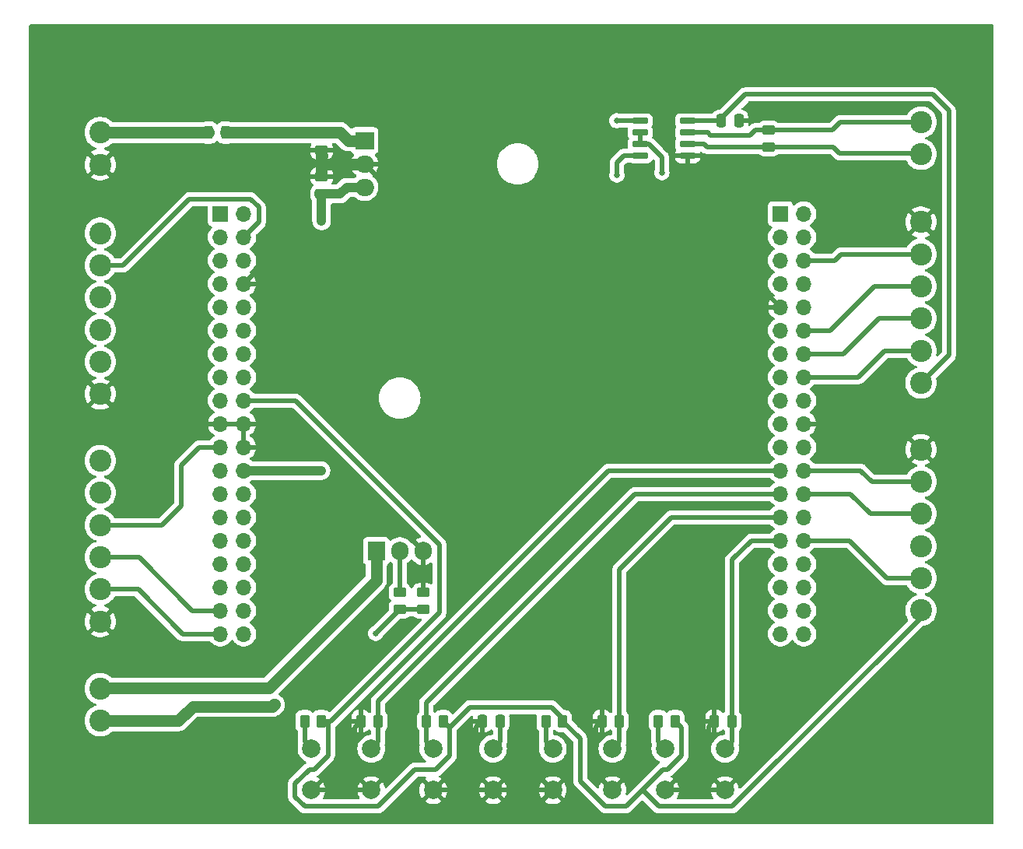
<source format=gbr>
%TF.GenerationSoftware,KiCad,Pcbnew,8.0.4-8.0.4-0~ubuntu22.04.1*%
%TF.CreationDate,2024-08-22T14:24:26+02:00*%
%TF.ProjectId,PCB_robot_controller,5043425f-726f-4626-9f74-5f636f6e7472,rev?*%
%TF.SameCoordinates,Original*%
%TF.FileFunction,Copper,L1,Top*%
%TF.FilePolarity,Positive*%
%FSLAX46Y46*%
G04 Gerber Fmt 4.6, Leading zero omitted, Abs format (unit mm)*
G04 Created by KiCad (PCBNEW 8.0.4-8.0.4-0~ubuntu22.04.1) date 2024-08-22 14:24:26*
%MOMM*%
%LPD*%
G01*
G04 APERTURE LIST*
G04 Aperture macros list*
%AMRoundRect*
0 Rectangle with rounded corners*
0 $1 Rounding radius*
0 $2 $3 $4 $5 $6 $7 $8 $9 X,Y pos of 4 corners*
0 Add a 4 corners polygon primitive as box body*
4,1,4,$2,$3,$4,$5,$6,$7,$8,$9,$2,$3,0*
0 Add four circle primitives for the rounded corners*
1,1,$1+$1,$2,$3*
1,1,$1+$1,$4,$5*
1,1,$1+$1,$6,$7*
1,1,$1+$1,$8,$9*
0 Add four rect primitives between the rounded corners*
20,1,$1+$1,$2,$3,$4,$5,0*
20,1,$1+$1,$4,$5,$6,$7,0*
20,1,$1+$1,$6,$7,$8,$9,0*
20,1,$1+$1,$8,$9,$2,$3,0*%
G04 Aperture macros list end*
%TA.AperFunction,ComponentPad*%
%ADD10R,2.000000X1.905000*%
%TD*%
%TA.AperFunction,ComponentPad*%
%ADD11O,2.000000X1.905000*%
%TD*%
%TA.AperFunction,SMDPad,CuDef*%
%ADD12RoundRect,0.250000X-0.475000X0.250000X-0.475000X-0.250000X0.475000X-0.250000X0.475000X0.250000X0*%
%TD*%
%TA.AperFunction,SMDPad,CuDef*%
%ADD13RoundRect,0.150000X-0.725000X-0.150000X0.725000X-0.150000X0.725000X0.150000X-0.725000X0.150000X0*%
%TD*%
%TA.AperFunction,ComponentPad*%
%ADD14C,2.400000*%
%TD*%
%TA.AperFunction,ComponentPad*%
%ADD15C,2.000000*%
%TD*%
%TA.AperFunction,SMDPad,CuDef*%
%ADD16RoundRect,0.250000X0.262500X0.450000X-0.262500X0.450000X-0.262500X-0.450000X0.262500X-0.450000X0*%
%TD*%
%TA.AperFunction,SMDPad,CuDef*%
%ADD17RoundRect,0.250000X0.450000X-0.262500X0.450000X0.262500X-0.450000X0.262500X-0.450000X-0.262500X0*%
%TD*%
%TA.AperFunction,ComponentPad*%
%ADD18R,1.905000X2.000000*%
%TD*%
%TA.AperFunction,ComponentPad*%
%ADD19O,1.905000X2.000000*%
%TD*%
%TA.AperFunction,SMDPad,CuDef*%
%ADD20RoundRect,0.250000X0.250000X0.475000X-0.250000X0.475000X-0.250000X-0.475000X0.250000X-0.475000X0*%
%TD*%
%TA.AperFunction,SMDPad,CuDef*%
%ADD21RoundRect,0.250000X-0.250000X-0.475000X0.250000X-0.475000X0.250000X0.475000X-0.250000X0.475000X0*%
%TD*%
%TA.AperFunction,SMDPad,CuDef*%
%ADD22RoundRect,0.243750X0.243750X0.456250X-0.243750X0.456250X-0.243750X-0.456250X0.243750X-0.456250X0*%
%TD*%
%TA.AperFunction,SMDPad,CuDef*%
%ADD23RoundRect,0.250000X0.475000X-0.250000X0.475000X0.250000X-0.475000X0.250000X-0.475000X-0.250000X0*%
%TD*%
%TA.AperFunction,SMDPad,CuDef*%
%ADD24RoundRect,0.243750X0.456250X-0.243750X0.456250X0.243750X-0.456250X0.243750X-0.456250X-0.243750X0*%
%TD*%
%TA.AperFunction,ComponentPad*%
%ADD25R,1.700000X1.700000*%
%TD*%
%TA.AperFunction,ComponentPad*%
%ADD26O,1.700000X1.700000*%
%TD*%
%TA.AperFunction,ViaPad*%
%ADD27C,7.000000*%
%TD*%
%TA.AperFunction,ViaPad*%
%ADD28C,1.270000*%
%TD*%
%TA.AperFunction,ViaPad*%
%ADD29C,0.635000*%
%TD*%
%TA.AperFunction,ViaPad*%
%ADD30C,1.016000*%
%TD*%
%TA.AperFunction,Conductor*%
%ADD31C,0.508000*%
%TD*%
%TA.AperFunction,Conductor*%
%ADD32C,1.270000*%
%TD*%
%TA.AperFunction,Conductor*%
%ADD33C,1.016000*%
%TD*%
G04 APERTURE END LIST*
D10*
%TO.P,U1,1,IN*%
%TO.N,+24V*%
X144190000Y-72185000D03*
D11*
%TO.P,U1,2,GND*%
%TO.N,GND*%
X144190000Y-74725000D03*
%TO.P,U1,3,OUT*%
%TO.N,+12V*%
X144190000Y-77265000D03*
%TD*%
D12*
%TO.P,C2,1*%
%TO.N,+24V*%
X139520000Y-71350000D03*
%TO.P,C2,2*%
%TO.N,GND*%
X139520000Y-73250000D03*
%TD*%
D13*
%TO.P,U2,1,RO*%
%TO.N,USART_RX*%
X174195000Y-70045000D03*
%TO.P,U2,2,~{RE}*%
%TO.N,USART_DE*%
X174195000Y-71315000D03*
%TO.P,U2,3,DE*%
X174195000Y-72585000D03*
%TO.P,U2,4,DI*%
%TO.N,USART_TX*%
X174195000Y-73855000D03*
%TO.P,U2,5,GND*%
%TO.N,GND*%
X179345000Y-73855000D03*
%TO.P,U2,6,A*%
%TO.N,/comunication/RS485 A*%
X179345000Y-72585000D03*
%TO.P,U2,7,B*%
%TO.N,/comunication/RS485 B*%
X179345000Y-71315000D03*
%TO.P,U2,8,VCC*%
%TO.N,+5V*%
X179345000Y-70045000D03*
%TD*%
D14*
%TO.P,POWER,1,Pin_1*%
%TO.N,/NUCLEO64-F401RE/+24 VIN*%
X115420000Y-71300000D03*
%TO.P,POWER,2,Pin_2*%
%TO.N,GND*%
X115420000Y-74800000D03*
%TD*%
D15*
%TO.P,SW4,1,1*%
%TO.N,GND*%
X183420000Y-142850000D03*
X176920000Y-142850000D03*
%TO.P,SW4,2,2*%
%TO.N,SW_F4*%
X183420000Y-138350000D03*
X176920000Y-138350000D03*
%TD*%
D16*
%TO.P,R4,1*%
%TO.N,+5V*%
X152745000Y-135350000D03*
%TO.P,R4,2*%
%TO.N,SW_F2*%
X150920000Y-135350000D03*
%TD*%
%TO.P,R6,1*%
%TO.N,+5V*%
X177995000Y-135350000D03*
%TO.P,R6,2*%
%TO.N,SW_F4*%
X176170000Y-135350000D03*
%TD*%
D14*
%TO.P,COM,1,Pin_1*%
%TO.N,/comunication/RS485 A*%
X204770000Y-73675000D03*
%TO.P,COM,2,Pin_2*%
%TO.N,/comunication/RS485 B*%
X204770000Y-70175000D03*
%TD*%
%TO.P,MOTOR4,1,Pin_1*%
%TO.N,+5V*%
X115420000Y-107010000D03*
%TO.P,MOTOR4,2,Pin_2*%
%TO.N,LS_4*%
X115420000Y-110510000D03*
%TO.P,MOTOR4,3,Pin_3*%
%TO.N,STEP_4*%
X115420000Y-114010000D03*
%TO.P,MOTOR4,4,Pin_4*%
%TO.N,DIR_4*%
X115420000Y-117510000D03*
%TO.P,MOTOR4,5,Pin_5*%
%TO.N,EN_4*%
X115420000Y-121010000D03*
%TO.P,MOTOR4,6,Pin_6*%
%TO.N,GND*%
X115420000Y-124510000D03*
%TD*%
D17*
%TO.P,R7,1*%
%TO.N,/comunication/RS485 A*%
X188170000Y-72875000D03*
%TO.P,R7,2*%
%TO.N,/comunication/RS485 B*%
X188170000Y-71050000D03*
%TD*%
%TO.P,R2,1*%
%TO.N,GRIPPER*%
X150560000Y-123175000D03*
%TO.P,R2,2*%
%TO.N,GND*%
X150560000Y-121350000D03*
%TD*%
D15*
%TO.P,SW2,1,1*%
%TO.N,GND*%
X158170000Y-142850000D03*
X151670000Y-142850000D03*
%TO.P,SW2,2,2*%
%TO.N,SW_F2*%
X158170000Y-138350000D03*
X151670000Y-138350000D03*
%TD*%
D14*
%TO.P,MOTOR3,1,Pin_1*%
%TO.N,+5V*%
X115420000Y-82260000D03*
%TO.P,MOTOR3,2,Pin_2*%
%TO.N,LS_3*%
X115420000Y-85760000D03*
%TO.P,MOTOR3,3,Pin_3*%
%TO.N,STEP_3*%
X115420000Y-89260000D03*
%TO.P,MOTOR3,4,Pin_4*%
%TO.N,DIR_3*%
X115420000Y-92760000D03*
%TO.P,MOTOR3,5,Pin_5*%
%TO.N,EN_3*%
X115420000Y-96260000D03*
%TO.P,MOTOR3,6,Pin_6*%
%TO.N,GND*%
X115420000Y-99760000D03*
%TD*%
D18*
%TO.P,Q1,1,D*%
%TO.N,/robot_control/GRIPPER -*%
X145480000Y-116850000D03*
D19*
%TO.P,Q1,2,G*%
%TO.N,Net-(Q1-G)*%
X148020000Y-116850000D03*
%TO.P,Q1,3,S*%
%TO.N,GND*%
X150560000Y-116850000D03*
%TD*%
D20*
%TO.P,C7,1*%
%TO.N,SW_F4*%
X184170000Y-135350000D03*
%TO.P,C7,2*%
%TO.N,GND*%
X182270000Y-135350000D03*
%TD*%
D14*
%TO.P,MOTOR2,1,Pin_1*%
%TO.N,+5V*%
X204740000Y-123300000D03*
%TO.P,MOTOR2,2,Pin_2*%
%TO.N,LS_2*%
X204740000Y-119800000D03*
%TO.P,MOTOR2,3,Pin_3*%
%TO.N,STEP_2*%
X204740000Y-116300000D03*
%TO.P,MOTOR2,4,Pin_4*%
%TO.N,DIR_2*%
X204740000Y-112800000D03*
%TO.P,MOTOR2,5,Pin_5*%
%TO.N,EN_2*%
X204740000Y-109300000D03*
%TO.P,MOTOR2,6,Pin_6*%
%TO.N,GND*%
X204740000Y-105800000D03*
%TD*%
D17*
%TO.P,R1,1*%
%TO.N,GRIPPER*%
X148020000Y-123175000D03*
%TO.P,R1,2*%
%TO.N,Net-(Q1-G)*%
X148020000Y-121350000D03*
%TD*%
D20*
%TO.P,C6,1*%
%TO.N,SW_F3*%
X171920000Y-135350000D03*
%TO.P,C6,2*%
%TO.N,GND*%
X170020000Y-135350000D03*
%TD*%
D14*
%TO.P,MOTOR1,1,Pin_1*%
%TO.N,+5V*%
X204740000Y-98550000D03*
%TO.P,MOTOR1,2,Pin_2*%
%TO.N,LS_1*%
X204740000Y-95050000D03*
%TO.P,MOTOR1,3,Pin_3*%
%TO.N,STEP_1*%
X204740000Y-91550000D03*
%TO.P,MOTOR1,4,Pin_4*%
%TO.N,DIR_1*%
X204740000Y-88050000D03*
%TO.P,MOTOR1,5,Pin_5*%
%TO.N,EN_1*%
X204740000Y-84550000D03*
%TO.P,MOTOR1,6,Pin_6*%
%TO.N,GND*%
X204740000Y-81050000D03*
%TD*%
D15*
%TO.P,SW1,1,1*%
%TO.N,GND*%
X144920000Y-142850000D03*
X138420000Y-142850000D03*
%TO.P,SW1,2,2*%
%TO.N,SW_F1*%
X144920000Y-138350000D03*
X138420000Y-138350000D03*
%TD*%
%TO.P,SW3,1,1*%
%TO.N,GND*%
X171170000Y-142850000D03*
X164670000Y-142850000D03*
%TO.P,SW3,2,2*%
%TO.N,SW_F3*%
X171170000Y-138350000D03*
X164670000Y-138350000D03*
%TD*%
D16*
%TO.P,R3,1*%
%TO.N,+5V*%
X139495000Y-135350000D03*
%TO.P,R3,2*%
%TO.N,SW_F1*%
X137670000Y-135350000D03*
%TD*%
D21*
%TO.P,C1,1*%
%TO.N,+5V*%
X183020000Y-70050000D03*
%TO.P,C1,2*%
%TO.N,GND*%
X184920000Y-70050000D03*
%TD*%
D16*
%TO.P,R5,1*%
%TO.N,+5V*%
X165745000Y-135350000D03*
%TO.P,R5,2*%
%TO.N,SW_F3*%
X163920000Y-135350000D03*
%TD*%
D22*
%TO.P,D2,1,K*%
%TO.N,+24V*%
X129070000Y-71300000D03*
%TO.P,D2,2,A*%
%TO.N,/NUCLEO64-F401RE/+24 VIN*%
X127195000Y-71300000D03*
%TD*%
D20*
%TO.P,C4,1*%
%TO.N,SW_F1*%
X145670000Y-135350000D03*
%TO.P,C4,2*%
%TO.N,GND*%
X143770000Y-135350000D03*
%TD*%
%TO.P,C5,1*%
%TO.N,SW_F2*%
X158920000Y-135350000D03*
%TO.P,C5,2*%
%TO.N,GND*%
X157020000Y-135350000D03*
%TD*%
D14*
%TO.P,GRIPPER,1,Pin_1*%
%TO.N,/robot_control/GRIPPER -*%
X115420000Y-131800000D03*
%TO.P,GRIPPER,2,Pin_2*%
%TO.N,+24V*%
X115420000Y-135300000D03*
%TD*%
D23*
%TO.P,C3,1*%
%TO.N,+12V*%
X139520000Y-78000000D03*
%TO.P,C3,2*%
%TO.N,GND*%
X139520000Y-76100000D03*
%TD*%
D24*
%TO.P,D1,1,K*%
%TO.N,+24V*%
X127470000Y-133687500D03*
%TO.P,D1,2,A*%
%TO.N,/robot_control/GRIPPER -*%
X127470000Y-131812500D03*
%TD*%
D25*
%TO.P,J4,1,Pin_1*%
%TO.N,/NUCLEO64-F401RE/PC9*%
X189460000Y-80140000D03*
D26*
%TO.P,J4,2,Pin_2*%
%TO.N,/NUCLEO64-F401RE/PC8*%
X192000000Y-80140000D03*
%TO.P,J4,3,Pin_3*%
%TO.N,/NUCLEO64-F401RE/PB8*%
X189460000Y-82680000D03*
%TO.P,J4,4,Pin_4*%
%TO.N,/NUCLEO64-F401RE/PC6*%
X192000000Y-82680000D03*
%TO.P,J4,5,Pin_5*%
%TO.N,/NUCLEO64-F401RE/PB9*%
X189460000Y-85220000D03*
%TO.P,J4,6,Pin_6*%
%TO.N,EN_1*%
X192000000Y-85220000D03*
%TO.P,J4,7,Pin_7*%
%TO.N,unconnected-(J4-Pin_7-Pad7)*%
X189460000Y-87760000D03*
%TO.P,J4,8,Pin_8*%
%TO.N,unconnected-(J4-Pin_8-Pad8)*%
X192000000Y-87760000D03*
%TO.P,J4,9,Pin_9*%
%TO.N,GND*%
X189460000Y-90300000D03*
%TO.P,J4,10,Pin_10*%
%TO.N,unconnected-(J4-Pin_10-Pad10)*%
X192000000Y-90300000D03*
%TO.P,J4,11,Pin_11*%
%TO.N,/NUCLEO64-F401RE/LD2*%
X189460000Y-92840000D03*
%TO.P,J4,12,Pin_12*%
%TO.N,DIR_1*%
X192000000Y-92840000D03*
%TO.P,J4,13,Pin_13*%
%TO.N,/NUCLEO64-F401RE/PA6*%
X189460000Y-95380000D03*
%TO.P,J4,14,Pin_14*%
%TO.N,STEP_1*%
X192000000Y-95380000D03*
%TO.P,J4,15,Pin_15*%
%TO.N,/NUCLEO64-F401RE/PA7*%
X189460000Y-97920000D03*
%TO.P,J4,16,Pin_16*%
%TO.N,LS_1*%
X192000000Y-97920000D03*
%TO.P,J4,17,Pin_17*%
%TO.N,/NUCLEO64-F401RE/PB6*%
X189460000Y-100460000D03*
%TO.P,J4,18,Pin_18*%
%TO.N,/NUCLEO64-F401RE/(PB11)*%
X192000000Y-100460000D03*
%TO.P,J4,19,Pin_19*%
%TO.N,/NUCLEO64-F401RE/PC7*%
X189460000Y-103000000D03*
%TO.P,J4,20,Pin_20*%
%TO.N,GND*%
X192000000Y-103000000D03*
%TO.P,J4,21,Pin_21*%
%TO.N,/NUCLEO64-F401RE/PA9*%
X189460000Y-105540000D03*
%TO.P,J4,22,Pin_22*%
%TO.N,/NUCLEO64-F401RE/PB2*%
X192000000Y-105540000D03*
%TO.P,J4,23,Pin_23*%
%TO.N,SW_F1*%
X189460000Y-108080000D03*
%TO.P,J4,24,Pin_24*%
%TO.N,EN_2*%
X192000000Y-108080000D03*
%TO.P,J4,25,Pin_25*%
%TO.N,SW_F2*%
X189460000Y-110620000D03*
%TO.P,J4,26,Pin_26*%
%TO.N,DIR_2*%
X192000000Y-110620000D03*
%TO.P,J4,27,Pin_27*%
%TO.N,SW_F3*%
X189460000Y-113160000D03*
%TO.P,J4,28,Pin_28*%
%TO.N,STEP_2*%
X192000000Y-113160000D03*
%TO.P,J4,29,Pin_29*%
%TO.N,SW_F4*%
X189460000Y-115700000D03*
%TO.P,J4,30,Pin_30*%
%TO.N,LS_2*%
X192000000Y-115700000D03*
%TO.P,J4,31,Pin_31*%
%TO.N,/NUCLEO64-F401RE/SWO (PB3)*%
X189460000Y-118240000D03*
%TO.P,J4,32,Pin_32*%
%TO.N,unconnected-(J4-Pin_32-Pad32)*%
X192000000Y-118240000D03*
%TO.P,J4,33,Pin_33*%
%TO.N,USART_DE*%
X189460000Y-120780000D03*
%TO.P,J4,34,Pin_34*%
%TO.N,/NUCLEO64-F401RE/PC4*%
X192000000Y-120780000D03*
%TO.P,J4,35,Pin_35*%
%TO.N,USART_TX*%
X189460000Y-123320000D03*
%TO.P,J4,36,Pin_36*%
%TO.N,unconnected-(J4-Pin_36-Pad36)*%
X192000000Y-123320000D03*
%TO.P,J4,37,Pin_37*%
%TO.N,USART_RX*%
X189460000Y-125860000D03*
%TO.P,J4,38,Pin_38*%
%TO.N,unconnected-(J4-Pin_38-Pad38)*%
X192000000Y-125860000D03*
%TD*%
D25*
%TO.P,J3,1,Pin_1*%
%TO.N,DIR_3*%
X128500000Y-80140000D03*
D26*
%TO.P,J3,2,Pin_2*%
%TO.N,STEP_3*%
X131040000Y-80140000D03*
%TO.P,J3,3,Pin_3*%
%TO.N,EN_3*%
X128500000Y-82680000D03*
%TO.P,J3,4,Pin_4*%
%TO.N,LS_3*%
X131040000Y-82680000D03*
%TO.P,J3,5,Pin_5*%
%TO.N,unconnected-(J3-Pin_5-Pad5)*%
X128500000Y-85220000D03*
%TO.P,J3,6,Pin_6*%
%TO.N,unconnected-(J3-Pin_6-Pad6)*%
X131040000Y-85220000D03*
%TO.P,J3,7,Pin_7*%
%TO.N,/NUCLEO64-F401RE/BOOT0*%
X128500000Y-87760000D03*
%TO.P,J3,8,Pin_8*%
%TO.N,GND*%
X131040000Y-87760000D03*
%TO.P,J3,9,Pin_9*%
%TO.N,unconnected-(J3-Pin_9-Pad9)*%
X128500000Y-90300000D03*
%TO.P,J3,10,Pin_10*%
%TO.N,unconnected-(J3-Pin_10-Pad10)*%
X131040000Y-90300000D03*
%TO.P,J3,11,Pin_11*%
%TO.N,unconnected-(J3-Pin_11-Pad11)*%
X128500000Y-92840000D03*
%TO.P,J3,12,Pin_12*%
%TO.N,+3.3V*%
X131040000Y-92840000D03*
%TO.P,J3,13,Pin_13*%
%TO.N,/NUCLEO64-F401RE/TMS (PA13)*%
X128500000Y-95380000D03*
%TO.P,J3,14,Pin_14*%
%TO.N,/NUCLEO64-F401RE/NRST*%
X131040000Y-95380000D03*
%TO.P,J3,15,Pin_15*%
%TO.N,/NUCLEO64-F401RE/TCK (PA14)*%
X128500000Y-97920000D03*
%TO.P,J3,16,Pin_16*%
%TO.N,+3.3V*%
X131040000Y-97920000D03*
%TO.P,J3,17,Pin_17*%
%TO.N,LS_4*%
X128500000Y-100460000D03*
%TO.P,J3,18,Pin_18*%
%TO.N,+5V*%
X131040000Y-100460000D03*
%TO.P,J3,19,Pin_19*%
%TO.N,GND*%
X128500000Y-103000000D03*
%TO.P,J3,20,Pin_20*%
X131040000Y-103000000D03*
%TO.P,J3,21,Pin_21*%
%TO.N,STEP_4*%
X128500000Y-105540000D03*
%TO.P,J3,22,Pin_22*%
%TO.N,GND*%
X131040000Y-105540000D03*
%TO.P,J3,23,Pin_23*%
%TO.N,/NUCLEO64-F401RE/B1 (PC13)*%
X128500000Y-108080000D03*
%TO.P,J3,24,Pin_24*%
%TO.N,+12V*%
X131040000Y-108080000D03*
%TO.P,J3,25,Pin_25*%
%TO.N,/NUCLEO64-F401RE/RCC (PC14)*%
X128500000Y-110620000D03*
%TO.P,J3,26,Pin_26*%
%TO.N,unconnected-(J3-Pin_26-Pad26)*%
X131040000Y-110620000D03*
%TO.P,J3,27,Pin_27*%
%TO.N,/NUCLEO64-F401RE/RCC (PC15)*%
X128500000Y-113160000D03*
%TO.P,J3,28,Pin_28*%
%TO.N,/NUCLEO64-F401RE/PA0*%
X131040000Y-113160000D03*
%TO.P,J3,29,Pin_29*%
%TO.N,unconnected-(J3-Pin_29-Pad29)*%
X128500000Y-115700000D03*
%TO.P,J3,30,Pin_30*%
%TO.N,/NUCLEO64-F401RE/PA1*%
X131040000Y-115700000D03*
%TO.P,J3,31,Pin_31*%
%TO.N,unconnected-(J3-Pin_31-Pad31)*%
X128500000Y-118240000D03*
%TO.P,J3,32,Pin_32*%
%TO.N,/NUCLEO64-F401RE/PA4*%
X131040000Y-118240000D03*
%TO.P,J3,33,Pin_33*%
%TO.N,unconnected-(J3-Pin_33-Pad33)*%
X128500000Y-120780000D03*
%TO.P,J3,34,Pin_34*%
%TO.N,/NUCLEO64-F401RE/PB0*%
X131040000Y-120780000D03*
%TO.P,J3,35,Pin_35*%
%TO.N,DIR_4*%
X128500000Y-123320000D03*
%TO.P,J3,36,Pin_36*%
%TO.N,/NUCLEO64-F401RE/PC1*%
X131040000Y-123320000D03*
%TO.P,J3,37,Pin_37*%
%TO.N,EN_4*%
X128500000Y-125860000D03*
%TO.P,J3,38,Pin_38*%
%TO.N,GRIPPER*%
X131040000Y-125860000D03*
%TD*%
D27*
%TO.N,GND*%
X112170000Y-63050000D03*
X112170000Y-143050000D03*
X208170000Y-63050000D03*
X208170000Y-143050000D03*
D28*
%TO.N,+24V*%
X136670000Y-71300000D03*
X134370000Y-133550000D03*
D29*
%TO.N,USART_RX*%
X171650000Y-70020000D03*
%TO.N,USART_TX*%
X171650000Y-75930000D03*
%TO.N,GRIPPER*%
X145396300Y-125798700D03*
%TO.N,USART_DE*%
X176540000Y-75671700D03*
D30*
%TO.N,+12V*%
X139520000Y-80910000D03*
X139440000Y-108080000D03*
%TD*%
D31*
%TO.N,+5V*%
X140198900Y-135350000D02*
X140198900Y-139079100D01*
X184214300Y-144613700D02*
X176182200Y-144613700D01*
X164568000Y-133841500D02*
X165745000Y-135018500D01*
X151948300Y-140600000D02*
X153441300Y-139107000D01*
X152325500Y-123559300D02*
X140534800Y-135350000D01*
X177171700Y-140600000D02*
X178691300Y-139080400D01*
X207767700Y-68937700D02*
X205990400Y-67160400D01*
X137673100Y-144613700D02*
X145664200Y-144613700D01*
X167658400Y-137263400D02*
X167658400Y-141864000D01*
X131040000Y-100460000D02*
X136656800Y-100460000D01*
X170410200Y-144615800D02*
X172642200Y-144615800D01*
X155628500Y-133841500D02*
X164568000Y-133841500D01*
X207767700Y-95522300D02*
X207767700Y-68937700D01*
X140198900Y-135350000D02*
X139495000Y-135350000D01*
X149677900Y-140600000D02*
X151948300Y-140600000D01*
X176658000Y-140600000D02*
X177171700Y-140600000D01*
X178691300Y-139080400D02*
X178691300Y-136046300D01*
X145664200Y-144613700D02*
X149677900Y-140600000D01*
X183020000Y-70045000D02*
X183020000Y-70050000D01*
X136656800Y-100460000D02*
X152325500Y-116128700D01*
X153441300Y-139107000D02*
X153441300Y-136046300D01*
X152325500Y-116128700D02*
X152325500Y-123559300D01*
X136619900Y-143560500D02*
X137673100Y-144613700D01*
X204740000Y-98550000D02*
X207767700Y-95522300D01*
X153441300Y-136046300D02*
X153441300Y-136028700D01*
X136619900Y-142148600D02*
X136619900Y-143560500D01*
X204740000Y-123300000D02*
X204740000Y-124088000D01*
X174413300Y-142844700D02*
X176658000Y-140600000D01*
X185639700Y-67160400D02*
X183020000Y-69780100D01*
X204740000Y-124088000D02*
X184214300Y-144613700D01*
X138678000Y-140600000D02*
X138168500Y-140600000D01*
X172642200Y-144615800D02*
X174413300Y-142844700D01*
X140534800Y-135350000D02*
X140198900Y-135350000D01*
X165745000Y-135350000D02*
X167658400Y-137263400D01*
X176182200Y-144613700D02*
X174413300Y-142844700D01*
X205990400Y-67160400D02*
X185639700Y-67160400D01*
X140198900Y-139079100D02*
X138678000Y-140600000D01*
X183020000Y-69780100D02*
X183020000Y-70045000D01*
X165745000Y-135018500D02*
X165745000Y-135350000D01*
X183020000Y-70045000D02*
X179345000Y-70045000D01*
X153441300Y-136028700D02*
X155628500Y-133841500D01*
X178691300Y-136046300D02*
X177995000Y-135350000D01*
X153441300Y-136046300D02*
X152745000Y-135350000D01*
X167658400Y-141864000D02*
X170410200Y-144615800D01*
X138168500Y-140600000D02*
X136619900Y-142148600D01*
%TO.N,GND*%
X117656500Y-101996500D02*
X113456300Y-106196700D01*
X189460000Y-90300000D02*
X187800500Y-88640500D01*
X169401100Y-135968900D02*
X170020000Y-135350000D01*
X186030000Y-70050000D02*
X187901900Y-68178100D01*
X117656500Y-101996500D02*
X115420000Y-99760000D01*
X206750000Y-69359200D02*
X206750000Y-74540500D01*
X117746000Y-77125900D02*
X115420000Y-74800000D01*
X156363700Y-142850000D02*
X158170000Y-142850000D01*
X202490300Y-78800200D02*
X204740000Y-81050000D01*
X135044300Y-76100000D02*
X133732700Y-77411600D01*
X187901900Y-68178100D02*
X205568900Y-68178100D01*
X182739600Y-78518700D02*
X179345000Y-75124100D01*
X143077200Y-142850000D02*
X144920000Y-142850000D01*
X139520000Y-75550000D02*
X139520000Y-76100000D01*
X177183500Y-77285600D02*
X179345000Y-75124100D01*
X187800500Y-78518700D02*
X182739600Y-78518700D01*
X169401100Y-141081100D02*
X169401100Y-135968900D01*
X179345000Y-75124100D02*
X179345000Y-73855000D01*
X139530000Y-73850000D02*
X139520000Y-73840000D01*
X171170000Y-142850000D02*
X169401100Y-141081100D01*
X156363700Y-142850000D02*
X156363700Y-136006300D01*
X113456300Y-122546300D02*
X115420000Y-124510000D01*
X128500000Y-103000000D02*
X118660000Y-103000000D01*
X113455300Y-97795300D02*
X115420000Y-99760000D01*
X118031600Y-77411600D02*
X117746000Y-77125900D01*
X139250000Y-105540000D02*
X150560000Y-116850000D01*
X133732700Y-77411600D02*
X118031600Y-77411600D01*
X181651100Y-142850000D02*
X181651100Y-135968900D01*
X144190000Y-74725000D02*
X146750600Y-77285600D01*
X133732700Y-85067300D02*
X131040000Y-87760000D01*
D32*
X144190000Y-74725000D02*
X139525000Y-74725000D01*
D31*
X113456300Y-106196700D02*
X113456300Y-122546300D01*
X187800500Y-78518700D02*
X202208700Y-78518700D01*
X146750600Y-77285600D02*
X177183500Y-77285600D01*
X205568900Y-68178100D02*
X206750000Y-69359200D01*
X143077200Y-142850000D02*
X143077200Y-136042800D01*
X131040000Y-103000000D02*
X128500000Y-103000000D01*
D32*
X139540000Y-73840000D02*
X139530000Y-73850000D01*
D31*
X131040000Y-105540000D02*
X139250000Y-105540000D01*
X184920000Y-70050000D02*
X186030000Y-70050000D01*
X139520000Y-73840000D02*
X139520000Y-73250000D01*
X181651100Y-142850000D02*
X183420000Y-142850000D01*
X138420000Y-142850000D02*
X143077200Y-142850000D01*
D32*
X139530000Y-73850000D02*
X139520000Y-73860000D01*
D31*
X176920000Y-142850000D02*
X181651100Y-142850000D01*
X133732700Y-77411600D02*
X133732700Y-85067300D01*
X143077200Y-136042800D02*
X143770000Y-135350000D01*
D32*
X139520000Y-74730000D02*
X139520000Y-75550000D01*
D31*
X118660000Y-103000000D02*
X117656500Y-101996500D01*
X158170000Y-142850000D02*
X164670000Y-142850000D01*
X150560000Y-121350000D02*
X150560000Y-116850000D01*
X151670000Y-142850000D02*
X156363700Y-142850000D01*
X206750000Y-74540500D02*
X202490300Y-78800200D01*
X117746000Y-77125900D02*
X113455300Y-81416600D01*
X181651100Y-135968900D02*
X182270000Y-135350000D01*
X113455300Y-81416600D02*
X113455300Y-97795300D01*
X139520000Y-76100000D02*
X135044300Y-76100000D01*
D32*
X139520000Y-73860000D02*
X139520000Y-74730000D01*
D31*
X156363700Y-136006300D02*
X157020000Y-135350000D01*
X187800500Y-88640500D02*
X187800500Y-78518700D01*
X139525000Y-74725000D02*
X139520000Y-74730000D01*
X202208700Y-78518700D02*
X202490300Y-78800200D01*
D32*
%TO.N,+24V*%
X136670000Y-71300000D02*
X139470000Y-71300000D01*
X139470000Y-71300000D02*
X141520000Y-71300000D01*
X115420000Y-135300000D02*
X123920000Y-135300000D01*
X125470000Y-133750000D02*
X127470000Y-133750000D01*
D31*
X139470000Y-71300000D02*
X139520000Y-71350000D01*
D32*
X141520000Y-71300000D02*
X142405000Y-72185000D01*
X127470000Y-133750000D02*
X134170000Y-133750000D01*
X129070000Y-71300000D02*
X136670000Y-71300000D01*
X134170000Y-133750000D02*
X134370000Y-133550000D01*
D31*
X127470000Y-133687500D02*
X127470000Y-133750000D01*
D32*
X123920000Y-135300000D02*
X125470000Y-133750000D01*
X142405000Y-72185000D02*
X144190000Y-72185000D01*
D31*
%TO.N,DIR_4*%
X125440000Y-123320000D02*
X119630000Y-117510000D01*
X119630000Y-117510000D02*
X115420000Y-117510000D01*
X128500000Y-123320000D02*
X125440000Y-123320000D01*
%TO.N,DIR_2*%
X199270000Y-112800000D02*
X204740000Y-112800000D01*
X197090000Y-110620000D02*
X199270000Y-112800000D01*
X192000000Y-110620000D02*
X197090000Y-110620000D01*
%TO.N,USART_RX*%
X174170000Y-70020000D02*
X174195000Y-70045000D01*
X171650000Y-70020000D02*
X174170000Y-70020000D01*
%TO.N,STEP_4*%
X128500000Y-105540000D02*
X126190000Y-105540000D01*
X124230000Y-107500000D02*
X124230000Y-111910000D01*
X124230000Y-111910000D02*
X122130000Y-114010000D01*
X126190000Y-105540000D02*
X124230000Y-107500000D01*
X122130000Y-114010000D02*
X115420000Y-114010000D01*
%TO.N,USART_TX*%
X172385000Y-73855000D02*
X174195000Y-73855000D01*
X171650000Y-74590000D02*
X172385000Y-73855000D01*
X171650000Y-75930000D02*
X171650000Y-74590000D01*
%TO.N,STEP_1*%
X200160000Y-91550000D02*
X204740000Y-91550000D01*
X196330000Y-95380000D02*
X200160000Y-91550000D01*
X192000000Y-95380000D02*
X196330000Y-95380000D01*
%TO.N,LS_2*%
X201060000Y-119800000D02*
X204740000Y-119800000D01*
X192000000Y-115700000D02*
X196960000Y-115700000D01*
X196960000Y-115700000D02*
X201060000Y-119800000D01*
%TO.N,DIR_1*%
X192000000Y-92840000D02*
X194860000Y-92840000D01*
X199650000Y-88050000D02*
X204740000Y-88050000D01*
X194860000Y-92840000D02*
X199650000Y-88050000D01*
%TO.N,LS_1*%
X192000000Y-97920000D02*
X197930000Y-97920000D01*
X200800000Y-95050000D02*
X204740000Y-95050000D01*
X197930000Y-97920000D02*
X200800000Y-95050000D01*
%TO.N,LS_3*%
X131040000Y-82680000D02*
X132682900Y-81037100D01*
X117880000Y-85760000D02*
X115420000Y-85760000D01*
X125113700Y-78526300D02*
X117880000Y-85760000D01*
X132682900Y-79449900D02*
X131759300Y-78526300D01*
X132682900Y-81037100D02*
X132682900Y-79449900D01*
X131759300Y-78526300D02*
X125113700Y-78526300D01*
D32*
%TO.N,/robot_control/GRIPPER -*%
X127407500Y-131750000D02*
X115470000Y-131750000D01*
X145480000Y-120040000D02*
X133770000Y-131750000D01*
X115470000Y-131750000D02*
X115420000Y-131800000D01*
X133770000Y-131750000D02*
X127407500Y-131750000D01*
X145480000Y-116850000D02*
X145480000Y-120040000D01*
D31*
X127407500Y-131750000D02*
X127470000Y-131812500D01*
%TO.N,GRIPPER*%
X145396300Y-125798700D02*
X148020000Y-123175000D01*
X148020000Y-123175000D02*
X150560000Y-123175000D01*
%TO.N,USART_DE*%
X176540000Y-75671700D02*
X176540000Y-73996000D01*
X176540000Y-73996000D02*
X175129000Y-72585000D01*
X175129000Y-72585000D02*
X174195000Y-72585000D01*
X174195000Y-71315000D02*
X174195000Y-72585000D01*
%TO.N,/comunication/RS485 B*%
X181834600Y-71600000D02*
X181549600Y-71315000D01*
X181549600Y-71315000D02*
X179345000Y-71315000D01*
X195955000Y-70175000D02*
X195080000Y-71050000D01*
X195080000Y-71050000D02*
X188170000Y-71050000D01*
X188170000Y-71050000D02*
X186690000Y-71050000D01*
X186140000Y-71600000D02*
X181834600Y-71600000D01*
X186690000Y-71050000D02*
X186140000Y-71600000D01*
X204770000Y-70175000D02*
X195955000Y-70175000D01*
%TO.N,/comunication/RS485 A*%
X195890000Y-73580000D02*
X195185000Y-72875000D01*
X204770000Y-73675000D02*
X204675000Y-73580000D01*
X195185000Y-72875000D02*
X188170000Y-72875000D01*
X181150800Y-72585000D02*
X181440800Y-72875000D01*
X179345000Y-72585000D02*
X181150800Y-72585000D01*
X204675000Y-73580000D02*
X195890000Y-73580000D01*
X181440800Y-72875000D02*
X188170000Y-72875000D01*
%TO.N,Net-(Q1-G)*%
X148020000Y-121350000D02*
X148020000Y-116850000D01*
D32*
%TO.N,/NUCLEO64-F401RE/+24 VIN*%
X115420000Y-71300000D02*
X127195000Y-71300000D01*
D31*
%TO.N,SW_F1*%
X145670000Y-135350000D02*
X145670000Y-137600000D01*
X137670000Y-135350000D02*
X137670000Y-137600000D01*
X170720000Y-108080000D02*
X145670000Y-133130000D01*
X189460000Y-108080000D02*
X170720000Y-108080000D01*
X145670000Y-133130000D02*
X145670000Y-135350000D01*
X137670000Y-137600000D02*
X138420000Y-138350000D01*
X145670000Y-137600000D02*
X144920000Y-138350000D01*
%TO.N,SW_F2*%
X158920000Y-137600000D02*
X158170000Y-138350000D01*
X150920000Y-137600000D02*
X151670000Y-138350000D01*
X189460000Y-110620000D02*
X173620000Y-110620000D01*
X150920000Y-133320000D02*
X150920000Y-135350000D01*
X150920000Y-135350000D02*
X150920000Y-137600000D01*
X173620000Y-110620000D02*
X150920000Y-133320000D01*
X158920000Y-135350000D02*
X158920000Y-137600000D01*
%TO.N,SW_F3*%
X177590000Y-113160000D02*
X171920000Y-118830000D01*
X171920000Y-137600000D02*
X171170000Y-138350000D01*
X171920000Y-135350000D02*
X171920000Y-137600000D01*
X189460000Y-113160000D02*
X177590000Y-113160000D01*
X163920000Y-137600000D02*
X163920000Y-135350000D01*
X164670000Y-138350000D02*
X163920000Y-137600000D01*
X171920000Y-118830000D02*
X171920000Y-135350000D01*
%TO.N,SW_F4*%
X176170000Y-137600000D02*
X176920000Y-138350000D01*
X176170000Y-135350000D02*
X176170000Y-137600000D01*
X184170000Y-117800000D02*
X184170000Y-135350000D01*
X184170000Y-137600000D02*
X183420000Y-138350000D01*
X189460000Y-115700000D02*
X186270000Y-115700000D01*
X186270000Y-115700000D02*
X184170000Y-117800000D01*
X184170000Y-135350000D02*
X184170000Y-137600000D01*
%TO.N,EN_2*%
X199390000Y-109300000D02*
X204740000Y-109300000D01*
X198170000Y-108080000D02*
X199390000Y-109300000D01*
X192000000Y-108080000D02*
X198170000Y-108080000D01*
%TO.N,EN_1*%
X196050000Y-84550000D02*
X204740000Y-84550000D01*
X195380000Y-85220000D02*
X196050000Y-84550000D01*
X192000000Y-85220000D02*
X195380000Y-85220000D01*
%TO.N,EN_4*%
X124400000Y-125860000D02*
X119550000Y-121010000D01*
X119550000Y-121010000D02*
X115420000Y-121010000D01*
X128500000Y-125860000D02*
X124400000Y-125860000D01*
D33*
%TO.N,+12V*%
X142235000Y-77265000D02*
X141500000Y-78000000D01*
X144190000Y-77265000D02*
X142235000Y-77265000D01*
X139440000Y-108080000D02*
X131040000Y-108080000D01*
X141500000Y-78000000D02*
X139520000Y-78000000D01*
X139520000Y-78000000D02*
X139520000Y-80910000D01*
%TD*%
%TA.AperFunction,Conductor*%
%TO.N,GND*%
G36*
X188335363Y-111402185D02*
G01*
X188372133Y-111438679D01*
X188384278Y-111457269D01*
X188536756Y-111622902D01*
X188536761Y-111622907D01*
X188551869Y-111634666D01*
X188714424Y-111761189D01*
X188714429Y-111761191D01*
X188714431Y-111761193D01*
X188750930Y-111780946D01*
X188800520Y-111830165D01*
X188815628Y-111898382D01*
X188791457Y-111963937D01*
X188750930Y-111999054D01*
X188714431Y-112018806D01*
X188714422Y-112018812D01*
X188536761Y-112157092D01*
X188536756Y-112157097D01*
X188384278Y-112322730D01*
X188372133Y-112341321D01*
X188318987Y-112386678D01*
X188268324Y-112397500D01*
X177514898Y-112397500D01*
X177367592Y-112426801D01*
X177367586Y-112426803D01*
X177228822Y-112484281D01*
X177103930Y-112567730D01*
X171327730Y-118343930D01*
X171327727Y-118343935D01*
X171251463Y-118458074D01*
X171244282Y-118468821D01*
X171244280Y-118468824D01*
X171186803Y-118607586D01*
X171186801Y-118607592D01*
X171157500Y-118754897D01*
X171157500Y-134263456D01*
X171137815Y-134330495D01*
X171121181Y-134351137D01*
X171070970Y-134401347D01*
X171070968Y-134401350D01*
X171070541Y-134402043D01*
X171070123Y-134402418D01*
X171066489Y-134407015D01*
X171065703Y-134406393D01*
X171018591Y-134448764D01*
X170949627Y-134459983D01*
X170885547Y-134432136D01*
X170867739Y-134411578D01*
X170866798Y-134412323D01*
X170862316Y-134406655D01*
X170738345Y-134282684D01*
X170589124Y-134190643D01*
X170589119Y-134190641D01*
X170422697Y-134135494D01*
X170422690Y-134135493D01*
X170319986Y-134125000D01*
X170270000Y-134125000D01*
X170270000Y-136574999D01*
X170319972Y-136574999D01*
X170319986Y-136574998D01*
X170422697Y-136564505D01*
X170589119Y-136509358D01*
X170589124Y-136509356D01*
X170738345Y-136417315D01*
X170862316Y-136293344D01*
X170866798Y-136287677D01*
X170868991Y-136289411D01*
X170911357Y-136251265D01*
X170980314Y-136240008D01*
X171044410Y-136267818D01*
X171066334Y-136293106D01*
X171066489Y-136292985D01*
X171069183Y-136296392D01*
X171070545Y-136297963D01*
X171070969Y-136298651D01*
X171121181Y-136348863D01*
X171154666Y-136410186D01*
X171157500Y-136436544D01*
X171157500Y-136723194D01*
X171137815Y-136790233D01*
X171085011Y-136835988D01*
X171043230Y-136846811D01*
X170933289Y-136855465D01*
X170933285Y-136855466D01*
X170702404Y-136910895D01*
X170702402Y-136910895D01*
X170483040Y-137001757D01*
X170483037Y-137001759D01*
X170280589Y-137125820D01*
X170280586Y-137125821D01*
X170100031Y-137280031D01*
X169945821Y-137460586D01*
X169945820Y-137460589D01*
X169821759Y-137663037D01*
X169821757Y-137663040D01*
X169730895Y-137882402D01*
X169730895Y-137882404D01*
X169675465Y-138113285D01*
X169656835Y-138350000D01*
X169675465Y-138586714D01*
X169730895Y-138817595D01*
X169730895Y-138817597D01*
X169821757Y-139036959D01*
X169821759Y-139036962D01*
X169945820Y-139239410D01*
X169945821Y-139239413D01*
X169987341Y-139288026D01*
X170100031Y-139419969D01*
X170156478Y-139468179D01*
X170280586Y-139574178D01*
X170280588Y-139574178D01*
X170335409Y-139607773D01*
X170483037Y-139698240D01*
X170483040Y-139698242D01*
X170702403Y-139789104D01*
X170702404Y-139789104D01*
X170702406Y-139789105D01*
X170933289Y-139844535D01*
X171170000Y-139863165D01*
X171406711Y-139844535D01*
X171637594Y-139789105D01*
X171637596Y-139789104D01*
X171637597Y-139789104D01*
X171856959Y-139698242D01*
X171856960Y-139698241D01*
X171856963Y-139698240D01*
X172059416Y-139574176D01*
X172239969Y-139419969D01*
X172394176Y-139239416D01*
X172518240Y-139036963D01*
X172609105Y-138817594D01*
X172664535Y-138586711D01*
X172683165Y-138350000D01*
X172664535Y-138113289D01*
X172625570Y-137950989D01*
X172629061Y-137881209D01*
X172631578Y-137874603D01*
X172653197Y-137822413D01*
X172682500Y-137675100D01*
X172682500Y-136436544D01*
X172702185Y-136369505D01*
X172718819Y-136348863D01*
X172738821Y-136328861D01*
X172769030Y-136298652D01*
X172862115Y-136147738D01*
X172917887Y-135979426D01*
X172928500Y-135875545D01*
X172928499Y-134824456D01*
X172917887Y-134720574D01*
X172862115Y-134552262D01*
X172769030Y-134401348D01*
X172718819Y-134351137D01*
X172685334Y-134289814D01*
X172682500Y-134263456D01*
X172682500Y-119197200D01*
X172702185Y-119130161D01*
X172718819Y-119109519D01*
X177869519Y-113958819D01*
X177930842Y-113925334D01*
X177957200Y-113922500D01*
X188268324Y-113922500D01*
X188335363Y-113942185D01*
X188372133Y-113978679D01*
X188384278Y-113997269D01*
X188515219Y-114139507D01*
X188536760Y-114162906D01*
X188714424Y-114301189D01*
X188714429Y-114301191D01*
X188714431Y-114301193D01*
X188750930Y-114320946D01*
X188800520Y-114370165D01*
X188815628Y-114438382D01*
X188791457Y-114503937D01*
X188750930Y-114539054D01*
X188714431Y-114558806D01*
X188714422Y-114558812D01*
X188536761Y-114697092D01*
X188536756Y-114697097D01*
X188384278Y-114862730D01*
X188372133Y-114881321D01*
X188318987Y-114926678D01*
X188268324Y-114937500D01*
X186194898Y-114937500D01*
X186047592Y-114966801D01*
X186047586Y-114966803D01*
X185908819Y-115024282D01*
X185783935Y-115107726D01*
X185783928Y-115107732D01*
X183577730Y-117313930D01*
X183577727Y-117313935D01*
X183520222Y-117400000D01*
X183518397Y-117402731D01*
X183518396Y-117402731D01*
X183494283Y-117438818D01*
X183494281Y-117438822D01*
X183436803Y-117577586D01*
X183436801Y-117577592D01*
X183407500Y-117724897D01*
X183407500Y-134263456D01*
X183387815Y-134330495D01*
X183371181Y-134351137D01*
X183320970Y-134401347D01*
X183320968Y-134401350D01*
X183320541Y-134402043D01*
X183320123Y-134402418D01*
X183316489Y-134407015D01*
X183315703Y-134406393D01*
X183268591Y-134448764D01*
X183199627Y-134459983D01*
X183135547Y-134432136D01*
X183117739Y-134411578D01*
X183116798Y-134412323D01*
X183112316Y-134406655D01*
X182988345Y-134282684D01*
X182839124Y-134190643D01*
X182839119Y-134190641D01*
X182672697Y-134135494D01*
X182672690Y-134135493D01*
X182569986Y-134125000D01*
X182520000Y-134125000D01*
X182520000Y-136574999D01*
X182569972Y-136574999D01*
X182569986Y-136574998D01*
X182672697Y-136564505D01*
X182839119Y-136509358D01*
X182839124Y-136509356D01*
X182988345Y-136417315D01*
X183112316Y-136293344D01*
X183116798Y-136287677D01*
X183118991Y-136289411D01*
X183161357Y-136251265D01*
X183230314Y-136240008D01*
X183294410Y-136267818D01*
X183316334Y-136293106D01*
X183316489Y-136292985D01*
X183319183Y-136296392D01*
X183320545Y-136297963D01*
X183320969Y-136298651D01*
X183371181Y-136348863D01*
X183404666Y-136410186D01*
X183407500Y-136436544D01*
X183407500Y-136723194D01*
X183387815Y-136790233D01*
X183335011Y-136835988D01*
X183293230Y-136846811D01*
X183183289Y-136855465D01*
X183183285Y-136855466D01*
X182952404Y-136910895D01*
X182952402Y-136910895D01*
X182733040Y-137001757D01*
X182733037Y-137001759D01*
X182530589Y-137125820D01*
X182530586Y-137125821D01*
X182350031Y-137280031D01*
X182195821Y-137460586D01*
X182195820Y-137460589D01*
X182071759Y-137663037D01*
X182071757Y-137663040D01*
X181980895Y-137882402D01*
X181980895Y-137882404D01*
X181925465Y-138113285D01*
X181906835Y-138350000D01*
X181925465Y-138586714D01*
X181980895Y-138817595D01*
X181980895Y-138817597D01*
X182071757Y-139036959D01*
X182071759Y-139036962D01*
X182195820Y-139239410D01*
X182195821Y-139239413D01*
X182237341Y-139288026D01*
X182350031Y-139419969D01*
X182406478Y-139468179D01*
X182530586Y-139574178D01*
X182530588Y-139574178D01*
X182585409Y-139607773D01*
X182733037Y-139698240D01*
X182733040Y-139698242D01*
X182952403Y-139789104D01*
X182952404Y-139789104D01*
X182952406Y-139789105D01*
X183183289Y-139844535D01*
X183420000Y-139863165D01*
X183656711Y-139844535D01*
X183887594Y-139789105D01*
X183887596Y-139789104D01*
X183887597Y-139789104D01*
X184106959Y-139698242D01*
X184106960Y-139698241D01*
X184106963Y-139698240D01*
X184309416Y-139574176D01*
X184489969Y-139419969D01*
X184644176Y-139239416D01*
X184768240Y-139036963D01*
X184859105Y-138817594D01*
X184914535Y-138586711D01*
X184933165Y-138350000D01*
X184914535Y-138113289D01*
X184875570Y-137950989D01*
X184879061Y-137881209D01*
X184881578Y-137874603D01*
X184903197Y-137822413D01*
X184932500Y-137675100D01*
X184932500Y-136436544D01*
X184952185Y-136369505D01*
X184968819Y-136348863D01*
X184988821Y-136328861D01*
X185019030Y-136298652D01*
X185112115Y-136147738D01*
X185167887Y-135979426D01*
X185178500Y-135875545D01*
X185178499Y-134824456D01*
X185167887Y-134720574D01*
X185112115Y-134552262D01*
X185019030Y-134401348D01*
X184968819Y-134351137D01*
X184935334Y-134289814D01*
X184932500Y-134263456D01*
X184932500Y-118167200D01*
X184952185Y-118100161D01*
X184968819Y-118079519D01*
X186549519Y-116498819D01*
X186610842Y-116465334D01*
X186637200Y-116462500D01*
X188268324Y-116462500D01*
X188335363Y-116482185D01*
X188372133Y-116518679D01*
X188384278Y-116537269D01*
X188520736Y-116685500D01*
X188536760Y-116702906D01*
X188714424Y-116841189D01*
X188714429Y-116841191D01*
X188714431Y-116841193D01*
X188750930Y-116860946D01*
X188800520Y-116910165D01*
X188815628Y-116978382D01*
X188791457Y-117043937D01*
X188750930Y-117079054D01*
X188714431Y-117098806D01*
X188714422Y-117098812D01*
X188536761Y-117237092D01*
X188536756Y-117237097D01*
X188384284Y-117402723D01*
X188384279Y-117402731D01*
X188261140Y-117591207D01*
X188170703Y-117797385D01*
X188115436Y-118015628D01*
X188115434Y-118015640D01*
X188096844Y-118239994D01*
X188096844Y-118240005D01*
X188115434Y-118464359D01*
X188115436Y-118464371D01*
X188170703Y-118682614D01*
X188261140Y-118888792D01*
X188384276Y-119077265D01*
X188384284Y-119077276D01*
X188494684Y-119197200D01*
X188536760Y-119242906D01*
X188714424Y-119381189D01*
X188714429Y-119381191D01*
X188714431Y-119381193D01*
X188750930Y-119400946D01*
X188800520Y-119450165D01*
X188815628Y-119518382D01*
X188791457Y-119583937D01*
X188750930Y-119619054D01*
X188714431Y-119638806D01*
X188714422Y-119638812D01*
X188536761Y-119777092D01*
X188536756Y-119777097D01*
X188384284Y-119942723D01*
X188384276Y-119942734D01*
X188261140Y-120131207D01*
X188170703Y-120337385D01*
X188115436Y-120555628D01*
X188115434Y-120555640D01*
X188096844Y-120779994D01*
X188096844Y-120780005D01*
X188115434Y-121004359D01*
X188115436Y-121004371D01*
X188170703Y-121222614D01*
X188261140Y-121428792D01*
X188384276Y-121617265D01*
X188384284Y-121617276D01*
X188536756Y-121782902D01*
X188536761Y-121782907D01*
X188567378Y-121806737D01*
X188714424Y-121921189D01*
X188714429Y-121921191D01*
X188714431Y-121921193D01*
X188750930Y-121940946D01*
X188800520Y-121990165D01*
X188815628Y-122058382D01*
X188791457Y-122123937D01*
X188750930Y-122159054D01*
X188714431Y-122178806D01*
X188714422Y-122178812D01*
X188536761Y-122317092D01*
X188536756Y-122317097D01*
X188384284Y-122482723D01*
X188384276Y-122482734D01*
X188261140Y-122671207D01*
X188170703Y-122877385D01*
X188115436Y-123095628D01*
X188115434Y-123095640D01*
X188096844Y-123319994D01*
X188096844Y-123320005D01*
X188115434Y-123544359D01*
X188115436Y-123544371D01*
X188170703Y-123762614D01*
X188261140Y-123968792D01*
X188384276Y-124157265D01*
X188384284Y-124157276D01*
X188495797Y-124278409D01*
X188536760Y-124322906D01*
X188714424Y-124461189D01*
X188714429Y-124461191D01*
X188714431Y-124461193D01*
X188750930Y-124480946D01*
X188800520Y-124530165D01*
X188815628Y-124598382D01*
X188791457Y-124663937D01*
X188750930Y-124699054D01*
X188714431Y-124718806D01*
X188714422Y-124718812D01*
X188536761Y-124857092D01*
X188536756Y-124857097D01*
X188384284Y-125022723D01*
X188384276Y-125022734D01*
X188261140Y-125211207D01*
X188170703Y-125417385D01*
X188115436Y-125635628D01*
X188115434Y-125635640D01*
X188096844Y-125859994D01*
X188096844Y-125860005D01*
X188115434Y-126084359D01*
X188115436Y-126084371D01*
X188170703Y-126302614D01*
X188261140Y-126508792D01*
X188384276Y-126697265D01*
X188384284Y-126697276D01*
X188536756Y-126862902D01*
X188536760Y-126862906D01*
X188714424Y-127001189D01*
X188714425Y-127001189D01*
X188714427Y-127001191D01*
X188841135Y-127069761D01*
X188912426Y-127108342D01*
X189125365Y-127181444D01*
X189347431Y-127218500D01*
X189572569Y-127218500D01*
X189794635Y-127181444D01*
X190007574Y-127108342D01*
X190205576Y-127001189D01*
X190383240Y-126862906D01*
X190535722Y-126697268D01*
X190626193Y-126558790D01*
X190679338Y-126513437D01*
X190748569Y-126504013D01*
X190811905Y-126533515D01*
X190833804Y-126558787D01*
X190924278Y-126697268D01*
X190924283Y-126697273D01*
X190924284Y-126697276D01*
X191076756Y-126862902D01*
X191076760Y-126862906D01*
X191254424Y-127001189D01*
X191254425Y-127001189D01*
X191254427Y-127001191D01*
X191381135Y-127069761D01*
X191452426Y-127108342D01*
X191665365Y-127181444D01*
X191887431Y-127218500D01*
X192112569Y-127218500D01*
X192334635Y-127181444D01*
X192547574Y-127108342D01*
X192745576Y-127001189D01*
X192923240Y-126862906D01*
X193075722Y-126697268D01*
X193198860Y-126508791D01*
X193289296Y-126302616D01*
X193344564Y-126084368D01*
X193352684Y-125986375D01*
X193363156Y-125860005D01*
X193363156Y-125859994D01*
X193344565Y-125635640D01*
X193344563Y-125635628D01*
X193289296Y-125417385D01*
X193242419Y-125310516D01*
X193198860Y-125211209D01*
X193182706Y-125186484D01*
X193100842Y-125061181D01*
X193075722Y-125022732D01*
X193075719Y-125022729D01*
X193075715Y-125022723D01*
X192923243Y-124857097D01*
X192923238Y-124857092D01*
X192745577Y-124718812D01*
X192745578Y-124718812D01*
X192745576Y-124718811D01*
X192709070Y-124699055D01*
X192659479Y-124649836D01*
X192644371Y-124581619D01*
X192668541Y-124516064D01*
X192709070Y-124480945D01*
X192709084Y-124480936D01*
X192745576Y-124461189D01*
X192923240Y-124322906D01*
X193040068Y-124195998D01*
X193075715Y-124157276D01*
X193075717Y-124157273D01*
X193075722Y-124157268D01*
X193198860Y-123968791D01*
X193289296Y-123762616D01*
X193344564Y-123544368D01*
X193363156Y-123320000D01*
X193361926Y-123305161D01*
X193344565Y-123095640D01*
X193344563Y-123095628D01*
X193328861Y-123033623D01*
X193289296Y-122877384D01*
X193198860Y-122671209D01*
X193182706Y-122646484D01*
X193124570Y-122557500D01*
X193075722Y-122482732D01*
X193075719Y-122482729D01*
X193075715Y-122482723D01*
X192923243Y-122317097D01*
X192923238Y-122317092D01*
X192798990Y-122220385D01*
X192745576Y-122178811D01*
X192709070Y-122159055D01*
X192659479Y-122109836D01*
X192644371Y-122041619D01*
X192668541Y-121976064D01*
X192709070Y-121940945D01*
X192709084Y-121940936D01*
X192745576Y-121921189D01*
X192923240Y-121782906D01*
X193075722Y-121617268D01*
X193198860Y-121428791D01*
X193289296Y-121222616D01*
X193344564Y-121004368D01*
X193353771Y-120893262D01*
X193363156Y-120780005D01*
X193363156Y-120779994D01*
X193344565Y-120555640D01*
X193344563Y-120555628D01*
X193309642Y-120417728D01*
X193289296Y-120337384D01*
X193198860Y-120131209D01*
X193198069Y-120129999D01*
X193075723Y-119942734D01*
X193075715Y-119942723D01*
X192923243Y-119777097D01*
X192923238Y-119777092D01*
X192745577Y-119638812D01*
X192745578Y-119638812D01*
X192745576Y-119638811D01*
X192709070Y-119619055D01*
X192659479Y-119569836D01*
X192644371Y-119501619D01*
X192668541Y-119436064D01*
X192709070Y-119400945D01*
X192709084Y-119400936D01*
X192745576Y-119381189D01*
X192923240Y-119242906D01*
X193050320Y-119104862D01*
X193075715Y-119077276D01*
X193075717Y-119077273D01*
X193075722Y-119077268D01*
X193198860Y-118888791D01*
X193289296Y-118682616D01*
X193344564Y-118464368D01*
X193355098Y-118337245D01*
X193363156Y-118240005D01*
X193363156Y-118239994D01*
X193344565Y-118015640D01*
X193344563Y-118015628D01*
X193330274Y-117959201D01*
X193289296Y-117797384D01*
X193198860Y-117591209D01*
X193189960Y-117577587D01*
X193075721Y-117402731D01*
X193075715Y-117402723D01*
X192923243Y-117237097D01*
X192923238Y-117237092D01*
X192745577Y-117098812D01*
X192745578Y-117098812D01*
X192745576Y-117098811D01*
X192709070Y-117079055D01*
X192659479Y-117029836D01*
X192644371Y-116961619D01*
X192668541Y-116896064D01*
X192709070Y-116860945D01*
X192709084Y-116860936D01*
X192745576Y-116841189D01*
X192923240Y-116702906D01*
X193075722Y-116537268D01*
X193087867Y-116518679D01*
X193141013Y-116473322D01*
X193191676Y-116462500D01*
X196592800Y-116462500D01*
X196659839Y-116482185D01*
X196680481Y-116498819D01*
X200573931Y-120392270D01*
X200573939Y-120392276D01*
X200698810Y-120475712D01*
X200698814Y-120475714D01*
X200698821Y-120475719D01*
X200769511Y-120504999D01*
X200837587Y-120533197D01*
X200837591Y-120533197D01*
X200837592Y-120533198D01*
X200984897Y-120562500D01*
X200984900Y-120562500D01*
X200984901Y-120562500D01*
X201135100Y-120562500D01*
X203135832Y-120562500D01*
X203202871Y-120582185D01*
X203243219Y-120624500D01*
X203324413Y-120765131D01*
X203378858Y-120833403D01*
X203484072Y-120965338D01*
X203561259Y-121036956D01*
X203671781Y-121139505D01*
X203883355Y-121283754D01*
X203883360Y-121283756D01*
X203883361Y-121283757D01*
X203883362Y-121283758D01*
X204005890Y-121342764D01*
X204114061Y-121394856D01*
X204114062Y-121394856D01*
X204114065Y-121394858D01*
X204208210Y-121423897D01*
X204232885Y-121431509D01*
X204291144Y-121470080D01*
X204319302Y-121534024D01*
X204308418Y-121603041D01*
X204261949Y-121655218D01*
X204232885Y-121668491D01*
X204114061Y-121705143D01*
X203883362Y-121816241D01*
X203883361Y-121816242D01*
X203671780Y-121960495D01*
X203484072Y-122134661D01*
X203324413Y-122334869D01*
X203196378Y-122556630D01*
X203102828Y-122794993D01*
X203102822Y-122795012D01*
X203045844Y-123044651D01*
X203045843Y-123044656D01*
X203026709Y-123299995D01*
X203026709Y-123300004D01*
X203045843Y-123555343D01*
X203045844Y-123555348D01*
X203102822Y-123804987D01*
X203102824Y-123804996D01*
X203102826Y-123805001D01*
X203196378Y-124043369D01*
X203324412Y-124265130D01*
X203324415Y-124265134D01*
X203324415Y-124265135D01*
X203326365Y-124267580D01*
X203326786Y-124268612D01*
X203327028Y-124268967D01*
X203326952Y-124269018D01*
X203352769Y-124332268D01*
X203340009Y-124400963D01*
X203317094Y-124432567D01*
X185107985Y-142641675D01*
X185046662Y-142675160D01*
X184976970Y-142670176D01*
X184921037Y-142628304D01*
X184900098Y-142584434D01*
X184843588Y-142361283D01*
X184743731Y-142133630D01*
X184643434Y-141980116D01*
X183943786Y-142679763D01*
X183932518Y-142637708D01*
X183860110Y-142512292D01*
X183757708Y-142409890D01*
X183632292Y-142337482D01*
X183590235Y-142326212D01*
X184290057Y-141626390D01*
X184290056Y-141626389D01*
X184243229Y-141589943D01*
X184024614Y-141471635D01*
X184024603Y-141471630D01*
X183789493Y-141390916D01*
X183544293Y-141350000D01*
X183295707Y-141350000D01*
X183050506Y-141390916D01*
X182815396Y-141471630D01*
X182815390Y-141471632D01*
X182596761Y-141589949D01*
X182549942Y-141626388D01*
X182549942Y-141626390D01*
X183249765Y-142326212D01*
X183207708Y-142337482D01*
X183082292Y-142409890D01*
X182979890Y-142512292D01*
X182907482Y-142637708D01*
X182896212Y-142679765D01*
X182196564Y-141980116D01*
X182096267Y-142133632D01*
X181996412Y-142361282D01*
X181935387Y-142602261D01*
X181935385Y-142602270D01*
X181914859Y-142849994D01*
X181914859Y-142850005D01*
X181935385Y-143097729D01*
X181935387Y-143097738D01*
X181996412Y-143338717D01*
X182096266Y-143566364D01*
X182157035Y-143659378D01*
X182177222Y-143726268D01*
X182158042Y-143793453D01*
X182105584Y-143839604D01*
X182053226Y-143851200D01*
X178286774Y-143851200D01*
X178219735Y-143831515D01*
X178173980Y-143778711D01*
X178164036Y-143709553D01*
X178182965Y-143659378D01*
X178243733Y-143566364D01*
X178343587Y-143338717D01*
X178404612Y-143097738D01*
X178404614Y-143097729D01*
X178425141Y-142850005D01*
X178425141Y-142849994D01*
X178404614Y-142602270D01*
X178404612Y-142602261D01*
X178343587Y-142361282D01*
X178243731Y-142133630D01*
X178143434Y-141980116D01*
X177443786Y-142679763D01*
X177432518Y-142637708D01*
X177360110Y-142512292D01*
X177257708Y-142409890D01*
X177132292Y-142337482D01*
X177090234Y-142326212D01*
X177790057Y-141626389D01*
X177743229Y-141589943D01*
X177548064Y-141484325D01*
X177498473Y-141435105D01*
X177483365Y-141366889D01*
X177507535Y-141301333D01*
X177538185Y-141272172D01*
X177538852Y-141271727D01*
X177657765Y-141192273D01*
X179283573Y-139566465D01*
X179367018Y-139441579D01*
X179367557Y-139440279D01*
X179382523Y-139404145D01*
X179424497Y-139302813D01*
X179427437Y-139288031D01*
X179453800Y-139155500D01*
X179453800Y-135971200D01*
X179453800Y-135971197D01*
X179434662Y-135874986D01*
X181270001Y-135874986D01*
X181280494Y-135977697D01*
X181335641Y-136144119D01*
X181335643Y-136144124D01*
X181427684Y-136293345D01*
X181551654Y-136417315D01*
X181700875Y-136509356D01*
X181700880Y-136509358D01*
X181867302Y-136564505D01*
X181867309Y-136564506D01*
X181970019Y-136574999D01*
X182019999Y-136574998D01*
X182020000Y-136574998D01*
X182020000Y-135600000D01*
X181270001Y-135600000D01*
X181270001Y-135874986D01*
X179434662Y-135874986D01*
X179424498Y-135823892D01*
X179424497Y-135823891D01*
X179424497Y-135823887D01*
X179367018Y-135685121D01*
X179317340Y-135610772D01*
X179283573Y-135560235D01*
X179283571Y-135560232D01*
X179052318Y-135328979D01*
X179018833Y-135267656D01*
X179015999Y-135241298D01*
X179015999Y-134849462D01*
X179015998Y-134849446D01*
X179015718Y-134846707D01*
X179013502Y-134825013D01*
X181270000Y-134825013D01*
X181270000Y-135100000D01*
X182020000Y-135100000D01*
X182020000Y-134125000D01*
X182019999Y-134124999D01*
X181970029Y-134125000D01*
X181970011Y-134125001D01*
X181867302Y-134135494D01*
X181700880Y-134190641D01*
X181700875Y-134190643D01*
X181551654Y-134282684D01*
X181427684Y-134406654D01*
X181335643Y-134555875D01*
X181335641Y-134555880D01*
X181280494Y-134722302D01*
X181280493Y-134722309D01*
X181270000Y-134825013D01*
X179013502Y-134825013D01*
X179005387Y-134745574D01*
X178949615Y-134577262D01*
X178856530Y-134426348D01*
X178731152Y-134300970D01*
X178580238Y-134207885D01*
X178528198Y-134190641D01*
X178411927Y-134152113D01*
X178308046Y-134141500D01*
X177681962Y-134141500D01*
X177681946Y-134141501D01*
X177578072Y-134152113D01*
X177409764Y-134207884D01*
X177409759Y-134207886D01*
X177258846Y-134300971D01*
X177170181Y-134389637D01*
X177108858Y-134423122D01*
X177039166Y-134418138D01*
X176994819Y-134389637D01*
X176906153Y-134300971D01*
X176906152Y-134300970D01*
X176755238Y-134207885D01*
X176703198Y-134190641D01*
X176586927Y-134152113D01*
X176483046Y-134141500D01*
X175856962Y-134141500D01*
X175856946Y-134141501D01*
X175753072Y-134152113D01*
X175584764Y-134207884D01*
X175584759Y-134207886D01*
X175433846Y-134300971D01*
X175308471Y-134426346D01*
X175215386Y-134577259D01*
X175215384Y-134577264D01*
X175159613Y-134745572D01*
X175149000Y-134849447D01*
X175149000Y-135850537D01*
X175149001Y-135850553D01*
X175159613Y-135954427D01*
X175189085Y-136043369D01*
X175215385Y-136122738D01*
X175303214Y-136265131D01*
X175308471Y-136273653D01*
X175371181Y-136336363D01*
X175404666Y-136397686D01*
X175407500Y-136424044D01*
X175407500Y-137675100D01*
X175407500Y-137675102D01*
X175407499Y-137675102D01*
X175436801Y-137822407D01*
X175436804Y-137822417D01*
X175458415Y-137874591D01*
X175465884Y-137944061D01*
X175464428Y-137950989D01*
X175425466Y-138113284D01*
X175425465Y-138113289D01*
X175406835Y-138350000D01*
X175425465Y-138586714D01*
X175480895Y-138817595D01*
X175480895Y-138817597D01*
X175571757Y-139036959D01*
X175571759Y-139036962D01*
X175695820Y-139239410D01*
X175695821Y-139239413D01*
X175737341Y-139288026D01*
X175850031Y-139419969D01*
X175906478Y-139468179D01*
X176030586Y-139574178D01*
X176030588Y-139574178D01*
X176085409Y-139607773D01*
X176233037Y-139698240D01*
X176233039Y-139698241D01*
X176266917Y-139712274D01*
X176321321Y-139756114D01*
X176343386Y-139822408D01*
X176326107Y-139890108D01*
X176288356Y-139929937D01*
X176171932Y-140007728D01*
X176171929Y-140007731D01*
X174392241Y-141787421D01*
X173927235Y-142252427D01*
X173866560Y-142313102D01*
X173829595Y-142350065D01*
X173818313Y-142361346D01*
X173818293Y-142361367D01*
X172828147Y-143351514D01*
X172766824Y-143384999D01*
X172697133Y-143380015D01*
X172641199Y-143338143D01*
X172616782Y-143272679D01*
X172620261Y-143233392D01*
X172654610Y-143097750D01*
X172654614Y-143097729D01*
X172675141Y-142850005D01*
X172675141Y-142849994D01*
X172654614Y-142602270D01*
X172654612Y-142602261D01*
X172593587Y-142361282D01*
X172493731Y-142133630D01*
X172393434Y-141980116D01*
X171693786Y-142679763D01*
X171682518Y-142637708D01*
X171610110Y-142512292D01*
X171507708Y-142409890D01*
X171382292Y-142337482D01*
X171340235Y-142326212D01*
X172040057Y-141626390D01*
X172040056Y-141626389D01*
X171993229Y-141589943D01*
X171774614Y-141471635D01*
X171774603Y-141471630D01*
X171539493Y-141390916D01*
X171294293Y-141350000D01*
X171045707Y-141350000D01*
X170800506Y-141390916D01*
X170565396Y-141471630D01*
X170565390Y-141471632D01*
X170346761Y-141589949D01*
X170299942Y-141626388D01*
X170299942Y-141626390D01*
X170999765Y-142326212D01*
X170957708Y-142337482D01*
X170832292Y-142409890D01*
X170729890Y-142512292D01*
X170657482Y-142637708D01*
X170646212Y-142679765D01*
X169946564Y-141980116D01*
X169846267Y-142133632D01*
X169746411Y-142361282D01*
X169696448Y-142558583D01*
X169660908Y-142618738D01*
X169598487Y-142650130D01*
X169529004Y-142642792D01*
X169488561Y-142615823D01*
X168457219Y-141584481D01*
X168423734Y-141523158D01*
X168420900Y-141496800D01*
X168420900Y-137188297D01*
X168391598Y-137040992D01*
X168391597Y-137040991D01*
X168391597Y-137040987D01*
X168334118Y-136902221D01*
X168334117Y-136902220D01*
X168334114Y-136902214D01*
X168250673Y-136777336D01*
X168239033Y-136765696D01*
X168144465Y-136671128D01*
X167516706Y-136043369D01*
X167348323Y-135874986D01*
X169020001Y-135874986D01*
X169030494Y-135977697D01*
X169085641Y-136144119D01*
X169085643Y-136144124D01*
X169177684Y-136293345D01*
X169301654Y-136417315D01*
X169450875Y-136509356D01*
X169450880Y-136509358D01*
X169617302Y-136564505D01*
X169617309Y-136564506D01*
X169720019Y-136574999D01*
X169769999Y-136574998D01*
X169770000Y-136574998D01*
X169770000Y-135600000D01*
X169020001Y-135600000D01*
X169020001Y-135874986D01*
X167348323Y-135874986D01*
X166802318Y-135328980D01*
X166768833Y-135267657D01*
X166765999Y-135241299D01*
X166765999Y-134849462D01*
X166765998Y-134849446D01*
X166765718Y-134846707D01*
X166763502Y-134825013D01*
X169020000Y-134825013D01*
X169020000Y-135100000D01*
X169770000Y-135100000D01*
X169770000Y-134125000D01*
X169769999Y-134124999D01*
X169720029Y-134125000D01*
X169720011Y-134125001D01*
X169617302Y-134135494D01*
X169450880Y-134190641D01*
X169450875Y-134190643D01*
X169301654Y-134282684D01*
X169177684Y-134406654D01*
X169085643Y-134555875D01*
X169085641Y-134555880D01*
X169030494Y-134722302D01*
X169030493Y-134722309D01*
X169020000Y-134825013D01*
X166763502Y-134825013D01*
X166755387Y-134745574D01*
X166699615Y-134577262D01*
X166606530Y-134426348D01*
X166481152Y-134300970D01*
X166330238Y-134207885D01*
X166278198Y-134190641D01*
X166161927Y-134152113D01*
X166058052Y-134141500D01*
X166058045Y-134141500D01*
X165997699Y-134141500D01*
X165930660Y-134121815D01*
X165910018Y-134105181D01*
X165054070Y-133249231D01*
X165054069Y-133249230D01*
X165047589Y-133244900D01*
X164929179Y-133165782D01*
X164855234Y-133135153D01*
X164790413Y-133108303D01*
X164790407Y-133108301D01*
X164643102Y-133079000D01*
X164643100Y-133079000D01*
X155553400Y-133079000D01*
X155553398Y-133079000D01*
X155406092Y-133108301D01*
X155406086Y-133108303D01*
X155267322Y-133165781D01*
X155142430Y-133249230D01*
X153854295Y-134537365D01*
X153792972Y-134570850D01*
X153723280Y-134565866D01*
X153667347Y-134523994D01*
X153661081Y-134514789D01*
X153606530Y-134426348D01*
X153481152Y-134300970D01*
X153330238Y-134207885D01*
X153278198Y-134190641D01*
X153161927Y-134152113D01*
X153058046Y-134141500D01*
X152431962Y-134141500D01*
X152431946Y-134141501D01*
X152328072Y-134152113D01*
X152159764Y-134207884D01*
X152159759Y-134207886D01*
X152008846Y-134300971D01*
X151920181Y-134389637D01*
X151858858Y-134423122D01*
X151789166Y-134418138D01*
X151744819Y-134389637D01*
X151718819Y-134363637D01*
X151685334Y-134302314D01*
X151682500Y-134275956D01*
X151682500Y-133687200D01*
X151702185Y-133620161D01*
X151718819Y-133599519D01*
X173899519Y-111418819D01*
X173960842Y-111385334D01*
X173987200Y-111382500D01*
X188268324Y-111382500D01*
X188335363Y-111402185D01*
G37*
%TD.AperFunction*%
%TA.AperFunction,Conductor*%
G36*
X150810000Y-118328508D02*
G01*
X150900128Y-118314234D01*
X151117570Y-118243582D01*
X151321276Y-118139788D01*
X151366114Y-118107212D01*
X151431921Y-118083732D01*
X151499975Y-118099557D01*
X151548669Y-118149663D01*
X151563000Y-118207530D01*
X151563000Y-120325224D01*
X151543315Y-120392263D01*
X151490511Y-120438018D01*
X151421353Y-120447962D01*
X151373904Y-120430763D01*
X151329128Y-120403146D01*
X151329119Y-120403141D01*
X151162697Y-120347994D01*
X151162690Y-120347993D01*
X151059986Y-120337500D01*
X150810000Y-120337500D01*
X150810000Y-121476000D01*
X150790315Y-121543039D01*
X150737511Y-121588794D01*
X150686000Y-121600000D01*
X150434000Y-121600000D01*
X150366961Y-121580315D01*
X150321206Y-121527511D01*
X150310000Y-121476000D01*
X150310000Y-120337500D01*
X150060029Y-120337500D01*
X150060012Y-120337501D01*
X149957302Y-120347994D01*
X149790880Y-120403141D01*
X149790875Y-120403143D01*
X149641654Y-120495184D01*
X149517684Y-120619154D01*
X149425643Y-120768375D01*
X149425638Y-120768386D01*
X149412182Y-120808995D01*
X149372409Y-120866440D01*
X149307893Y-120893262D01*
X149239117Y-120880946D01*
X149187918Y-120833403D01*
X149176771Y-120808993D01*
X149162116Y-120764766D01*
X149162115Y-120764762D01*
X149069030Y-120613848D01*
X148943652Y-120488470D01*
X148943648Y-120488467D01*
X148841403Y-120425401D01*
X148794678Y-120373453D01*
X148782500Y-120319863D01*
X148782500Y-118212588D01*
X148802185Y-118145549D01*
X148833615Y-118112270D01*
X148851113Y-118099557D01*
X148971778Y-118011889D01*
X149134389Y-117849278D01*
X149194937Y-117765940D01*
X149250264Y-117723276D01*
X149319877Y-117717297D01*
X149381672Y-117749902D01*
X149395571Y-117765941D01*
X149452097Y-117843741D01*
X149452097Y-117843742D01*
X149613757Y-118005402D01*
X149798723Y-118139788D01*
X150002429Y-118243582D01*
X150219871Y-118314234D01*
X150310000Y-118328509D01*
X150310000Y-117340747D01*
X150347708Y-117362518D01*
X150487591Y-117400000D01*
X150632409Y-117400000D01*
X150772292Y-117362518D01*
X150810000Y-117340747D01*
X150810000Y-118328508D01*
G37*
%TD.AperFunction*%
%TA.AperFunction,Conductor*%
G36*
X131290000Y-105106988D02*
G01*
X131232993Y-105074075D01*
X131105826Y-105040000D01*
X130974174Y-105040000D01*
X130847007Y-105074075D01*
X130790000Y-105106988D01*
X130790000Y-103433012D01*
X130847007Y-103465925D01*
X130974174Y-103500000D01*
X131105826Y-103500000D01*
X131232993Y-103465925D01*
X131290000Y-103433012D01*
X131290000Y-105106988D01*
G37*
%TD.AperFunction*%
%TA.AperFunction,Conductor*%
G36*
X130574075Y-102807007D02*
G01*
X130540000Y-102934174D01*
X130540000Y-103065826D01*
X130574075Y-103192993D01*
X130606988Y-103250000D01*
X128933012Y-103250000D01*
X128965925Y-103192993D01*
X129000000Y-103065826D01*
X129000000Y-102934174D01*
X128965925Y-102807007D01*
X128933012Y-102750000D01*
X130606988Y-102750000D01*
X130574075Y-102807007D01*
G37*
%TD.AperFunction*%
%TA.AperFunction,Conductor*%
G36*
X212612539Y-59570185D02*
G01*
X212658294Y-59622989D01*
X212669500Y-59674500D01*
X212669500Y-146425500D01*
X212649815Y-146492539D01*
X212597011Y-146538294D01*
X212545500Y-146549500D01*
X107794500Y-146549500D01*
X107727461Y-146529815D01*
X107681706Y-146477011D01*
X107670500Y-146425500D01*
X107670500Y-82259995D01*
X113706709Y-82259995D01*
X113706709Y-82260004D01*
X113725843Y-82515343D01*
X113725844Y-82515348D01*
X113782822Y-82764987D01*
X113782824Y-82764996D01*
X113782826Y-82765001D01*
X113876378Y-83003369D01*
X114004413Y-83225131D01*
X114126954Y-83378793D01*
X114164072Y-83425338D01*
X114336007Y-83584869D01*
X114351781Y-83599505D01*
X114563355Y-83743754D01*
X114563360Y-83743756D01*
X114563361Y-83743757D01*
X114563362Y-83743758D01*
X114685890Y-83802764D01*
X114794061Y-83854856D01*
X114794062Y-83854856D01*
X114794065Y-83854858D01*
X114862814Y-83876064D01*
X114912885Y-83891509D01*
X114971144Y-83930080D01*
X114999302Y-83994024D01*
X114988418Y-84063041D01*
X114941949Y-84115218D01*
X114912885Y-84128491D01*
X114794061Y-84165143D01*
X114563362Y-84276241D01*
X114563361Y-84276242D01*
X114351780Y-84420495D01*
X114164072Y-84594661D01*
X114004413Y-84794869D01*
X113876378Y-85016630D01*
X113782828Y-85254993D01*
X113782822Y-85255012D01*
X113725844Y-85504651D01*
X113725843Y-85504656D01*
X113706709Y-85759995D01*
X113706709Y-85760004D01*
X113725843Y-86015343D01*
X113725844Y-86015348D01*
X113782822Y-86264987D01*
X113782824Y-86264996D01*
X113782826Y-86265001D01*
X113876378Y-86503369D01*
X114004413Y-86725131D01*
X114131633Y-86884661D01*
X114164072Y-86925338D01*
X114319930Y-87069952D01*
X114351781Y-87099505D01*
X114563355Y-87243754D01*
X114563360Y-87243756D01*
X114563361Y-87243757D01*
X114563362Y-87243758D01*
X114667848Y-87294075D01*
X114794061Y-87354856D01*
X114794062Y-87354856D01*
X114794065Y-87354858D01*
X114888210Y-87383897D01*
X114912885Y-87391509D01*
X114971144Y-87430080D01*
X114999302Y-87494024D01*
X114988418Y-87563041D01*
X114941949Y-87615218D01*
X114912885Y-87628491D01*
X114794061Y-87665143D01*
X114563362Y-87776241D01*
X114563361Y-87776242D01*
X114351780Y-87920495D01*
X114164072Y-88094661D01*
X114004413Y-88294869D01*
X113876378Y-88516630D01*
X113782828Y-88754993D01*
X113782822Y-88755012D01*
X113725844Y-89004651D01*
X113725843Y-89004656D01*
X113706709Y-89259995D01*
X113706709Y-89260004D01*
X113725843Y-89515343D01*
X113725844Y-89515348D01*
X113782822Y-89764987D01*
X113782824Y-89764996D01*
X113782826Y-89765001D01*
X113876378Y-90003369D01*
X114004413Y-90225131D01*
X114011625Y-90234174D01*
X114164072Y-90425338D01*
X114286350Y-90538794D01*
X114351781Y-90599505D01*
X114563355Y-90743754D01*
X114563360Y-90743756D01*
X114563361Y-90743757D01*
X114563362Y-90743758D01*
X114680151Y-90800000D01*
X114794061Y-90854856D01*
X114794062Y-90854856D01*
X114794065Y-90854858D01*
X114888210Y-90883897D01*
X114912885Y-90891509D01*
X114971144Y-90930080D01*
X114999302Y-90994024D01*
X114988418Y-91063041D01*
X114941949Y-91115218D01*
X114912885Y-91128491D01*
X114794061Y-91165143D01*
X114563362Y-91276241D01*
X114563361Y-91276242D01*
X114351780Y-91420495D01*
X114164072Y-91594661D01*
X114004413Y-91794869D01*
X113876378Y-92016630D01*
X113782828Y-92254993D01*
X113782822Y-92255012D01*
X113725844Y-92504651D01*
X113725843Y-92504656D01*
X113706709Y-92759995D01*
X113706709Y-92760004D01*
X113725843Y-93015343D01*
X113725844Y-93015348D01*
X113782822Y-93264987D01*
X113782824Y-93264996D01*
X113782826Y-93265001D01*
X113807004Y-93326606D01*
X113876378Y-93503369D01*
X113876377Y-93503369D01*
X113957548Y-93643959D01*
X114004413Y-93725131D01*
X114098332Y-93842902D01*
X114164072Y-93925338D01*
X114298605Y-94050165D01*
X114351781Y-94099505D01*
X114563355Y-94243754D01*
X114563360Y-94243756D01*
X114563361Y-94243757D01*
X114563362Y-94243758D01*
X114685890Y-94302764D01*
X114794061Y-94354856D01*
X114794062Y-94354856D01*
X114794065Y-94354858D01*
X114866153Y-94377094D01*
X114912885Y-94391509D01*
X114971144Y-94430080D01*
X114999302Y-94494024D01*
X114988418Y-94563041D01*
X114941949Y-94615218D01*
X114912885Y-94628491D01*
X114794061Y-94665143D01*
X114563362Y-94776241D01*
X114563361Y-94776242D01*
X114351780Y-94920495D01*
X114164072Y-95094661D01*
X114004413Y-95294869D01*
X113876378Y-95516630D01*
X113782828Y-95754993D01*
X113782822Y-95755012D01*
X113725844Y-96004651D01*
X113725843Y-96004656D01*
X113706709Y-96259995D01*
X113706709Y-96260004D01*
X113725843Y-96515343D01*
X113725844Y-96515348D01*
X113725844Y-96515352D01*
X113725845Y-96515353D01*
X113734352Y-96552624D01*
X113782822Y-96764987D01*
X113782824Y-96764996D01*
X113782826Y-96765001D01*
X113876378Y-97003369D01*
X114004413Y-97225131D01*
X114131633Y-97384661D01*
X114164072Y-97425338D01*
X114336007Y-97584869D01*
X114351781Y-97599505D01*
X114563355Y-97743754D01*
X114563360Y-97743756D01*
X114563361Y-97743757D01*
X114563362Y-97743758D01*
X114685890Y-97802764D01*
X114794065Y-97854858D01*
X114927303Y-97895956D01*
X114985563Y-97934526D01*
X115013720Y-97998471D01*
X115002837Y-98067488D01*
X114956369Y-98119664D01*
X114927305Y-98132938D01*
X114797173Y-98173079D01*
X114567622Y-98283625D01*
X114567609Y-98283632D01*
X114406813Y-98393259D01*
X115208941Y-99195387D01*
X115188409Y-99200889D01*
X115051592Y-99279881D01*
X114939881Y-99391592D01*
X114860889Y-99528409D01*
X114855387Y-99548940D01*
X114053452Y-98747006D01*
X114011457Y-98799667D01*
X113884058Y-99020328D01*
X113790973Y-99257505D01*
X113790968Y-99257522D01*
X113734273Y-99505920D01*
X113715233Y-99759995D01*
X113715233Y-99760004D01*
X113734273Y-100014079D01*
X113790968Y-100262477D01*
X113790973Y-100262494D01*
X113884058Y-100499671D01*
X113884057Y-100499671D01*
X114011454Y-100720327D01*
X114011461Y-100720338D01*
X114053452Y-100772991D01*
X114053453Y-100772992D01*
X114855387Y-99971058D01*
X114860889Y-99991591D01*
X114939881Y-100128408D01*
X115051592Y-100240119D01*
X115188409Y-100319111D01*
X115208940Y-100324612D01*
X114406813Y-101126738D01*
X114567616Y-101236371D01*
X114567624Y-101236376D01*
X114797176Y-101346921D01*
X114797174Y-101346921D01*
X115040652Y-101422024D01*
X115040658Y-101422026D01*
X115292595Y-101459999D01*
X115292604Y-101460000D01*
X115547396Y-101460000D01*
X115547404Y-101459999D01*
X115799341Y-101422026D01*
X115799347Y-101422024D01*
X116042824Y-101346921D01*
X116272376Y-101236376D01*
X116272377Y-101236375D01*
X116433185Y-101126738D01*
X115631060Y-100324612D01*
X115651591Y-100319111D01*
X115788408Y-100240119D01*
X115900119Y-100128408D01*
X115979111Y-99991591D01*
X115984612Y-99971059D01*
X116786544Y-100772992D01*
X116786546Y-100772991D01*
X116828544Y-100720330D01*
X116955941Y-100499671D01*
X117049026Y-100262494D01*
X117049031Y-100262477D01*
X117105726Y-100014079D01*
X117124767Y-99760004D01*
X117124767Y-99759995D01*
X117105726Y-99505920D01*
X117049031Y-99257522D01*
X117049026Y-99257505D01*
X116955941Y-99020328D01*
X116955942Y-99020328D01*
X116828545Y-98799672D01*
X116786545Y-98747006D01*
X115984612Y-99548939D01*
X115979111Y-99528409D01*
X115900119Y-99391592D01*
X115788408Y-99279881D01*
X115651591Y-99200889D01*
X115631059Y-99195387D01*
X116433185Y-98393260D01*
X116272384Y-98283628D01*
X116272376Y-98283623D01*
X116042823Y-98173078D01*
X116042825Y-98173078D01*
X115912695Y-98132938D01*
X115854436Y-98094367D01*
X115826278Y-98030422D01*
X115837162Y-97961406D01*
X115883631Y-97909229D01*
X115912695Y-97895956D01*
X115942232Y-97886845D01*
X116045918Y-97854864D01*
X116045925Y-97854860D01*
X116045935Y-97854858D01*
X116276646Y-97743754D01*
X116488219Y-97599505D01*
X116648845Y-97450466D01*
X116675927Y-97425338D01*
X116675927Y-97425336D01*
X116675931Y-97425334D01*
X116835587Y-97225131D01*
X116963622Y-97003369D01*
X117057174Y-96765001D01*
X117114155Y-96515353D01*
X117123586Y-96389504D01*
X117133291Y-96260004D01*
X117133291Y-96259995D01*
X117114156Y-96004656D01*
X117114155Y-96004651D01*
X117114155Y-96004647D01*
X117057174Y-95754999D01*
X116963622Y-95516631D01*
X116835587Y-95294869D01*
X116675931Y-95094666D01*
X116675930Y-95094665D01*
X116675927Y-95094661D01*
X116506422Y-94937385D01*
X116488219Y-94920495D01*
X116276646Y-94776246D01*
X116276645Y-94776245D01*
X116276638Y-94776241D01*
X116045940Y-94665144D01*
X116045921Y-94665137D01*
X115927116Y-94628491D01*
X115868857Y-94589921D01*
X115840699Y-94525977D01*
X115851581Y-94456960D01*
X115898050Y-94404783D01*
X115927116Y-94391509D01*
X115995268Y-94370486D01*
X116045935Y-94354858D01*
X116276646Y-94243754D01*
X116488219Y-94099505D01*
X116675931Y-93925334D01*
X116835587Y-93725131D01*
X116963622Y-93503369D01*
X117057174Y-93265001D01*
X117114155Y-93015353D01*
X117123586Y-92889504D01*
X117133291Y-92760004D01*
X117133291Y-92759995D01*
X117114156Y-92504656D01*
X117114155Y-92504651D01*
X117114155Y-92504647D01*
X117057174Y-92254999D01*
X116963622Y-92016631D01*
X116835587Y-91794869D01*
X116675931Y-91594666D01*
X116675930Y-91594665D01*
X116675927Y-91594661D01*
X116553967Y-91481500D01*
X116488219Y-91420495D01*
X116276646Y-91276246D01*
X116276645Y-91276245D01*
X116276638Y-91276241D01*
X116045940Y-91165144D01*
X116045921Y-91165137D01*
X115927116Y-91128491D01*
X115868857Y-91089921D01*
X115840699Y-91025977D01*
X115851581Y-90956960D01*
X115898050Y-90904783D01*
X115927116Y-90891509D01*
X115995268Y-90870486D01*
X116045935Y-90854858D01*
X116276646Y-90743754D01*
X116488219Y-90599505D01*
X116648845Y-90450466D01*
X116675927Y-90425338D01*
X116675927Y-90425336D01*
X116675931Y-90425334D01*
X116835587Y-90225131D01*
X116963622Y-90003369D01*
X117057174Y-89765001D01*
X117114155Y-89515353D01*
X117118098Y-89462734D01*
X117133291Y-89260004D01*
X117133291Y-89259995D01*
X117114156Y-89004656D01*
X117114155Y-89004651D01*
X117114155Y-89004647D01*
X117057174Y-88754999D01*
X116963622Y-88516631D01*
X116835587Y-88294869D01*
X116675931Y-88094666D01*
X116675930Y-88094665D01*
X116675927Y-88094661D01*
X116554989Y-87982448D01*
X116488219Y-87920495D01*
X116437624Y-87886000D01*
X116276649Y-87776248D01*
X116276638Y-87776241D01*
X116045940Y-87665144D01*
X116045921Y-87665137D01*
X115927116Y-87628491D01*
X115868857Y-87589921D01*
X115840699Y-87525977D01*
X115851581Y-87456960D01*
X115898050Y-87404783D01*
X115927116Y-87391509D01*
X115995268Y-87370486D01*
X116045935Y-87354858D01*
X116276646Y-87243754D01*
X116488219Y-87099505D01*
X116675931Y-86925334D01*
X116835587Y-86725131D01*
X116916781Y-86584500D01*
X116967348Y-86536284D01*
X117024168Y-86522500D01*
X117955102Y-86522500D01*
X118057947Y-86502042D01*
X118102413Y-86493197D01*
X118241179Y-86435718D01*
X118366065Y-86352273D01*
X125393219Y-79325119D01*
X125454542Y-79291634D01*
X125480900Y-79288800D01*
X127017500Y-79288800D01*
X127084539Y-79308485D01*
X127130294Y-79361289D01*
X127141500Y-79412800D01*
X127141500Y-81038654D01*
X127148011Y-81099202D01*
X127148011Y-81099204D01*
X127188033Y-81206504D01*
X127199111Y-81236204D01*
X127286739Y-81353261D01*
X127403796Y-81440889D01*
X127455737Y-81460262D01*
X127521595Y-81484827D01*
X127577528Y-81526699D01*
X127601944Y-81592163D01*
X127587092Y-81660436D01*
X127569490Y-81684991D01*
X127424279Y-81842730D01*
X127424276Y-81842734D01*
X127301140Y-82031207D01*
X127210703Y-82237385D01*
X127155436Y-82455628D01*
X127155434Y-82455640D01*
X127136844Y-82679994D01*
X127136844Y-82680005D01*
X127155434Y-82904359D01*
X127155436Y-82904371D01*
X127210703Y-83122614D01*
X127301140Y-83328792D01*
X127424276Y-83517265D01*
X127424284Y-83517276D01*
X127576756Y-83682902D01*
X127576760Y-83682906D01*
X127754424Y-83821189D01*
X127754429Y-83821191D01*
X127754431Y-83821193D01*
X127790930Y-83840946D01*
X127840520Y-83890165D01*
X127855628Y-83958382D01*
X127831457Y-84023937D01*
X127790930Y-84059054D01*
X127754431Y-84078806D01*
X127754422Y-84078812D01*
X127576761Y-84217092D01*
X127576756Y-84217097D01*
X127424284Y-84382723D01*
X127424276Y-84382734D01*
X127301140Y-84571207D01*
X127210703Y-84777385D01*
X127155436Y-84995628D01*
X127155434Y-84995640D01*
X127136844Y-85219994D01*
X127136844Y-85220005D01*
X127155434Y-85444359D01*
X127155436Y-85444371D01*
X127210703Y-85662614D01*
X127301140Y-85868792D01*
X127424276Y-86057265D01*
X127424284Y-86057276D01*
X127574158Y-86220080D01*
X127576760Y-86222906D01*
X127754424Y-86361189D01*
X127754429Y-86361191D01*
X127754431Y-86361193D01*
X127790930Y-86380946D01*
X127840520Y-86430165D01*
X127855628Y-86498382D01*
X127831457Y-86563937D01*
X127790930Y-86599054D01*
X127754431Y-86618806D01*
X127754422Y-86618812D01*
X127576761Y-86757092D01*
X127576756Y-86757097D01*
X127424284Y-86922723D01*
X127424276Y-86922734D01*
X127301140Y-87111207D01*
X127210703Y-87317385D01*
X127155436Y-87535628D01*
X127155434Y-87535640D01*
X127136844Y-87759994D01*
X127136844Y-87760005D01*
X127155434Y-87984359D01*
X127155436Y-87984371D01*
X127210703Y-88202614D01*
X127301140Y-88408792D01*
X127424276Y-88597265D01*
X127424284Y-88597276D01*
X127569475Y-88754993D01*
X127576760Y-88762906D01*
X127754424Y-88901189D01*
X127754429Y-88901191D01*
X127754431Y-88901193D01*
X127790930Y-88920946D01*
X127840520Y-88970165D01*
X127855628Y-89038382D01*
X127831457Y-89103937D01*
X127790930Y-89139054D01*
X127754431Y-89158806D01*
X127754422Y-89158812D01*
X127576761Y-89297092D01*
X127576756Y-89297097D01*
X127424284Y-89462723D01*
X127424276Y-89462734D01*
X127301140Y-89651207D01*
X127210703Y-89857385D01*
X127155436Y-90075628D01*
X127155434Y-90075640D01*
X127136844Y-90299994D01*
X127136844Y-90300005D01*
X127155434Y-90524359D01*
X127155436Y-90524371D01*
X127210703Y-90742614D01*
X127301140Y-90948792D01*
X127424276Y-91137265D01*
X127424284Y-91137276D01*
X127569165Y-91294656D01*
X127576760Y-91302906D01*
X127754424Y-91441189D01*
X127754429Y-91441191D01*
X127754431Y-91441193D01*
X127790930Y-91460946D01*
X127840520Y-91510165D01*
X127855628Y-91578382D01*
X127831457Y-91643937D01*
X127790930Y-91679054D01*
X127754431Y-91698806D01*
X127754422Y-91698812D01*
X127576761Y-91837092D01*
X127576756Y-91837097D01*
X127424284Y-92002723D01*
X127424276Y-92002734D01*
X127301140Y-92191207D01*
X127210703Y-92397385D01*
X127155436Y-92615628D01*
X127155434Y-92615640D01*
X127136844Y-92839994D01*
X127136844Y-92840005D01*
X127155434Y-93064359D01*
X127155436Y-93064371D01*
X127210703Y-93282614D01*
X127301140Y-93488792D01*
X127424276Y-93677265D01*
X127424284Y-93677276D01*
X127576756Y-93842902D01*
X127576760Y-93842906D01*
X127754424Y-93981189D01*
X127754429Y-93981191D01*
X127754431Y-93981193D01*
X127790930Y-94000946D01*
X127840520Y-94050165D01*
X127855628Y-94118382D01*
X127831457Y-94183937D01*
X127790930Y-94219054D01*
X127754431Y-94238806D01*
X127754422Y-94238812D01*
X127576761Y-94377092D01*
X127576756Y-94377097D01*
X127424284Y-94542723D01*
X127424276Y-94542734D01*
X127301140Y-94731207D01*
X127210703Y-94937385D01*
X127155436Y-95155628D01*
X127155434Y-95155640D01*
X127136844Y-95379994D01*
X127136844Y-95380005D01*
X127155434Y-95604359D01*
X127155436Y-95604371D01*
X127210703Y-95822614D01*
X127301140Y-96028792D01*
X127424276Y-96217265D01*
X127424284Y-96217276D01*
X127576756Y-96382902D01*
X127576760Y-96382906D01*
X127754424Y-96521189D01*
X127754429Y-96521191D01*
X127754431Y-96521193D01*
X127790930Y-96540946D01*
X127840520Y-96590165D01*
X127855628Y-96658382D01*
X127831457Y-96723937D01*
X127790930Y-96759054D01*
X127754431Y-96778806D01*
X127754422Y-96778812D01*
X127576761Y-96917092D01*
X127576756Y-96917097D01*
X127424284Y-97082723D01*
X127424276Y-97082734D01*
X127301140Y-97271207D01*
X127210703Y-97477385D01*
X127155436Y-97695628D01*
X127155434Y-97695640D01*
X127136844Y-97919994D01*
X127136844Y-97920005D01*
X127155434Y-98144359D01*
X127155436Y-98144371D01*
X127210703Y-98362614D01*
X127301140Y-98568792D01*
X127424276Y-98757265D01*
X127424284Y-98757276D01*
X127576756Y-98922902D01*
X127576760Y-98922906D01*
X127754424Y-99061189D01*
X127754429Y-99061191D01*
X127754431Y-99061193D01*
X127790930Y-99080946D01*
X127840520Y-99130165D01*
X127855628Y-99198382D01*
X127831457Y-99263937D01*
X127790930Y-99299054D01*
X127754431Y-99318806D01*
X127754422Y-99318812D01*
X127576761Y-99457092D01*
X127576756Y-99457097D01*
X127424284Y-99622723D01*
X127424276Y-99622734D01*
X127301140Y-99811207D01*
X127210703Y-100017385D01*
X127155436Y-100235628D01*
X127155434Y-100235640D01*
X127136844Y-100459994D01*
X127136844Y-100460005D01*
X127155434Y-100684359D01*
X127155436Y-100684371D01*
X127210703Y-100902614D01*
X127301140Y-101108792D01*
X127424276Y-101297265D01*
X127424284Y-101297276D01*
X127576756Y-101462902D01*
X127576760Y-101462906D01*
X127754424Y-101601189D01*
X127790930Y-101620945D01*
X127797695Y-101624606D01*
X127847286Y-101673825D01*
X127862394Y-101742042D01*
X127838224Y-101807597D01*
X127809802Y-101835236D01*
X127628922Y-101961890D01*
X127628920Y-101961891D01*
X127461891Y-102128920D01*
X127461886Y-102128926D01*
X127326400Y-102322420D01*
X127326399Y-102322422D01*
X127226570Y-102536507D01*
X127226567Y-102536513D01*
X127169364Y-102749999D01*
X127169364Y-102750000D01*
X128066988Y-102750000D01*
X128034075Y-102807007D01*
X128000000Y-102934174D01*
X128000000Y-103065826D01*
X128034075Y-103192993D01*
X128066988Y-103250000D01*
X127169364Y-103250000D01*
X127226567Y-103463486D01*
X127226570Y-103463492D01*
X127326399Y-103677578D01*
X127461894Y-103871082D01*
X127628917Y-104038105D01*
X127809802Y-104164763D01*
X127853427Y-104219340D01*
X127860619Y-104288839D01*
X127829097Y-104351193D01*
X127797697Y-104375392D01*
X127754427Y-104398809D01*
X127754422Y-104398812D01*
X127576761Y-104537092D01*
X127576756Y-104537097D01*
X127424278Y-104702730D01*
X127412133Y-104721321D01*
X127358987Y-104766678D01*
X127308324Y-104777500D01*
X126114898Y-104777500D01*
X125967590Y-104806802D01*
X125967588Y-104806802D01*
X125967587Y-104806803D01*
X125926943Y-104823637D01*
X125926941Y-104823638D01*
X125926940Y-104823637D01*
X125828824Y-104864279D01*
X125828814Y-104864284D01*
X125703935Y-104947726D01*
X125703931Y-104947729D01*
X123637731Y-107013929D01*
X123637725Y-107013936D01*
X123578507Y-107102563D01*
X123578508Y-107102564D01*
X123554281Y-107138822D01*
X123496803Y-107277586D01*
X123496801Y-107277592D01*
X123467500Y-107424897D01*
X123467500Y-111542800D01*
X123447815Y-111609839D01*
X123431181Y-111630481D01*
X121850481Y-113211181D01*
X121789158Y-113244666D01*
X121762800Y-113247500D01*
X117024168Y-113247500D01*
X116957129Y-113227815D01*
X116916781Y-113185500D01*
X116902055Y-113159994D01*
X116835587Y-113044869D01*
X116675931Y-112844666D01*
X116675930Y-112844665D01*
X116675927Y-112844661D01*
X116491342Y-112673393D01*
X116488219Y-112670495D01*
X116337491Y-112567730D01*
X116276649Y-112526248D01*
X116276638Y-112526241D01*
X116045940Y-112415144D01*
X116045921Y-112415137D01*
X115927116Y-112378491D01*
X115868857Y-112339921D01*
X115840699Y-112275977D01*
X115851581Y-112206960D01*
X115898050Y-112154783D01*
X115927116Y-112141509D01*
X115995268Y-112120486D01*
X116045935Y-112104858D01*
X116261224Y-112001181D01*
X116276638Y-111993758D01*
X116276638Y-111993757D01*
X116276646Y-111993754D01*
X116488219Y-111849505D01*
X116675931Y-111675334D01*
X116835587Y-111475131D01*
X116963622Y-111253369D01*
X117057174Y-111015001D01*
X117114155Y-110765353D01*
X117123586Y-110639504D01*
X117133291Y-110510004D01*
X117133291Y-110509995D01*
X117114156Y-110254656D01*
X117114155Y-110254651D01*
X117114155Y-110254647D01*
X117057174Y-110004999D01*
X116963622Y-109766631D01*
X116835587Y-109544869D01*
X116675931Y-109344666D01*
X116675930Y-109344665D01*
X116675927Y-109344661D01*
X116554989Y-109232448D01*
X116488219Y-109170495D01*
X116418039Y-109122647D01*
X116276649Y-109026248D01*
X116276638Y-109026241D01*
X116045940Y-108915144D01*
X116045921Y-108915137D01*
X115927116Y-108878491D01*
X115868857Y-108839921D01*
X115840699Y-108775977D01*
X115851581Y-108706960D01*
X115898050Y-108654783D01*
X115927116Y-108641509D01*
X115995268Y-108620486D01*
X116045935Y-108604858D01*
X116276646Y-108493754D01*
X116488219Y-108349505D01*
X116670777Y-108180116D01*
X116675927Y-108175338D01*
X116675927Y-108175336D01*
X116675931Y-108175334D01*
X116835587Y-107975131D01*
X116963622Y-107753369D01*
X117057174Y-107515001D01*
X117114155Y-107265353D01*
X117114457Y-107261321D01*
X117133291Y-107010004D01*
X117133291Y-107009995D01*
X117114156Y-106754656D01*
X117114155Y-106754651D01*
X117114155Y-106754647D01*
X117057174Y-106504999D01*
X116963622Y-106266631D01*
X116835587Y-106044869D01*
X116675931Y-105844666D01*
X116675930Y-105844665D01*
X116675927Y-105844661D01*
X116538890Y-105717511D01*
X116488219Y-105670495D01*
X116338487Y-105568409D01*
X116276649Y-105526248D01*
X116276638Y-105526241D01*
X116045940Y-105415144D01*
X116045921Y-105415137D01*
X115801248Y-105339666D01*
X115801238Y-105339663D01*
X115548041Y-105301500D01*
X115548034Y-105301500D01*
X115291966Y-105301500D01*
X115291958Y-105301500D01*
X115038761Y-105339663D01*
X115038755Y-105339665D01*
X114794061Y-105415143D01*
X114563362Y-105526241D01*
X114563361Y-105526242D01*
X114351780Y-105670495D01*
X114164072Y-105844661D01*
X114004413Y-106044869D01*
X113876378Y-106266630D01*
X113782828Y-106504993D01*
X113782822Y-106505012D01*
X113725844Y-106754651D01*
X113725843Y-106754656D01*
X113706709Y-107009995D01*
X113706709Y-107010004D01*
X113725843Y-107265343D01*
X113725844Y-107265348D01*
X113725844Y-107265352D01*
X113725845Y-107265353D01*
X113731569Y-107290433D01*
X113782822Y-107514987D01*
X113782824Y-107514996D01*
X113782826Y-107515001D01*
X113876378Y-107753369D01*
X114004413Y-107975131D01*
X114053054Y-108036125D01*
X114164072Y-108175338D01*
X114276082Y-108279267D01*
X114351781Y-108349505D01*
X114563355Y-108493754D01*
X114563360Y-108493756D01*
X114563361Y-108493757D01*
X114563362Y-108493758D01*
X114685890Y-108552764D01*
X114794061Y-108604856D01*
X114794062Y-108604856D01*
X114794065Y-108604858D01*
X114888210Y-108633897D01*
X114912885Y-108641509D01*
X114971144Y-108680080D01*
X114999302Y-108744024D01*
X114988418Y-108813041D01*
X114941949Y-108865218D01*
X114912885Y-108878491D01*
X114794061Y-108915143D01*
X114563362Y-109026241D01*
X114563361Y-109026242D01*
X114351780Y-109170495D01*
X114164072Y-109344661D01*
X114004413Y-109544869D01*
X113876378Y-109766630D01*
X113782828Y-110004993D01*
X113782822Y-110005012D01*
X113725844Y-110254651D01*
X113725843Y-110254656D01*
X113706709Y-110509995D01*
X113706709Y-110510004D01*
X113725843Y-110765343D01*
X113725844Y-110765348D01*
X113782822Y-111014987D01*
X113782824Y-111014996D01*
X113782826Y-111015001D01*
X113876378Y-111253369D01*
X114004413Y-111475131D01*
X114058377Y-111542800D01*
X114164072Y-111675338D01*
X114315740Y-111816064D01*
X114351781Y-111849505D01*
X114563355Y-111993754D01*
X114563360Y-111993756D01*
X114563361Y-111993757D01*
X114563362Y-111993758D01*
X114685890Y-112052764D01*
X114794061Y-112104856D01*
X114794062Y-112104856D01*
X114794065Y-112104858D01*
X114883397Y-112132413D01*
X114912885Y-112141509D01*
X114971144Y-112180080D01*
X114999302Y-112244024D01*
X114988418Y-112313041D01*
X114941949Y-112365218D01*
X114912885Y-112378491D01*
X114794061Y-112415143D01*
X114563362Y-112526241D01*
X114563361Y-112526242D01*
X114351780Y-112670495D01*
X114164072Y-112844661D01*
X114004413Y-113044869D01*
X113876378Y-113266630D01*
X113782828Y-113504993D01*
X113782822Y-113505012D01*
X113725844Y-113754651D01*
X113725843Y-113754656D01*
X113706709Y-114009995D01*
X113706709Y-114010004D01*
X113725843Y-114265343D01*
X113725844Y-114265348D01*
X113782822Y-114514987D01*
X113782824Y-114514996D01*
X113782826Y-114515001D01*
X113876378Y-114753369D01*
X114004413Y-114975131D01*
X114131633Y-115134661D01*
X114164072Y-115175338D01*
X114304696Y-115305817D01*
X114351781Y-115349505D01*
X114563355Y-115493754D01*
X114563360Y-115493756D01*
X114563361Y-115493757D01*
X114563362Y-115493758D01*
X114685890Y-115552764D01*
X114794061Y-115604856D01*
X114794062Y-115604856D01*
X114794065Y-115604858D01*
X114888210Y-115633897D01*
X114912885Y-115641509D01*
X114971144Y-115680080D01*
X114999302Y-115744024D01*
X114988418Y-115813041D01*
X114941949Y-115865218D01*
X114912885Y-115878491D01*
X114794061Y-115915143D01*
X114563362Y-116026241D01*
X114563361Y-116026242D01*
X114351780Y-116170495D01*
X114164072Y-116344661D01*
X114004413Y-116544869D01*
X113876378Y-116766630D01*
X113782828Y-117004993D01*
X113782822Y-117005012D01*
X113725844Y-117254651D01*
X113725843Y-117254656D01*
X113706709Y-117509995D01*
X113706709Y-117510004D01*
X113725843Y-117765343D01*
X113725844Y-117765348D01*
X113782822Y-118014987D01*
X113782824Y-118014996D01*
X113782826Y-118015001D01*
X113876378Y-118253369D01*
X114004413Y-118475131D01*
X114110042Y-118607586D01*
X114164072Y-118675338D01*
X114336007Y-118834869D01*
X114351781Y-118849505D01*
X114563355Y-118993754D01*
X114563360Y-118993756D01*
X114563361Y-118993757D01*
X114563362Y-118993758D01*
X114685890Y-119052764D01*
X114794061Y-119104856D01*
X114794062Y-119104856D01*
X114794065Y-119104858D01*
X114876096Y-119130161D01*
X114912885Y-119141509D01*
X114971144Y-119180080D01*
X114999302Y-119244024D01*
X114988418Y-119313041D01*
X114941949Y-119365218D01*
X114912885Y-119378491D01*
X114794061Y-119415143D01*
X114563362Y-119526241D01*
X114563361Y-119526242D01*
X114351780Y-119670495D01*
X114164072Y-119844661D01*
X114004413Y-120044869D01*
X113876378Y-120266630D01*
X113782828Y-120504993D01*
X113782822Y-120505012D01*
X113725844Y-120754651D01*
X113725843Y-120754656D01*
X113706709Y-121009995D01*
X113706709Y-121010004D01*
X113725843Y-121265343D01*
X113725844Y-121265348D01*
X113782822Y-121514987D01*
X113782824Y-121514996D01*
X113782826Y-121515001D01*
X113876378Y-121753369D01*
X114004413Y-121975131D01*
X114088717Y-122080845D01*
X114164072Y-122175338D01*
X114286419Y-122288858D01*
X114351781Y-122349505D01*
X114563355Y-122493754D01*
X114563360Y-122493756D01*
X114563361Y-122493757D01*
X114563362Y-122493758D01*
X114673253Y-122546678D01*
X114794065Y-122604858D01*
X114927303Y-122645956D01*
X114985563Y-122684526D01*
X115013720Y-122748471D01*
X115002837Y-122817488D01*
X114956369Y-122869664D01*
X114927305Y-122882938D01*
X114797173Y-122923079D01*
X114567622Y-123033625D01*
X114567609Y-123033632D01*
X114406813Y-123143259D01*
X115208941Y-123945387D01*
X115188409Y-123950889D01*
X115051592Y-124029881D01*
X114939881Y-124141592D01*
X114860889Y-124278409D01*
X114855387Y-124298940D01*
X114053452Y-123497006D01*
X114011457Y-123549667D01*
X113884058Y-123770328D01*
X113790973Y-124007505D01*
X113790968Y-124007522D01*
X113734273Y-124255920D01*
X113715233Y-124509995D01*
X113715233Y-124510004D01*
X113734273Y-124764079D01*
X113790968Y-125012477D01*
X113790973Y-125012494D01*
X113884058Y-125249671D01*
X113884057Y-125249671D01*
X114011454Y-125470327D01*
X114011461Y-125470338D01*
X114053452Y-125522991D01*
X114053453Y-125522992D01*
X114855387Y-124721058D01*
X114860889Y-124741591D01*
X114939881Y-124878408D01*
X115051592Y-124990119D01*
X115188409Y-125069111D01*
X115208940Y-125074612D01*
X114406813Y-125876738D01*
X114567616Y-125986371D01*
X114567624Y-125986376D01*
X114797176Y-126096921D01*
X114797174Y-126096921D01*
X115040652Y-126172024D01*
X115040658Y-126172026D01*
X115292595Y-126209999D01*
X115292604Y-126210000D01*
X115547396Y-126210000D01*
X115547404Y-126209999D01*
X115799341Y-126172026D01*
X115799347Y-126172024D01*
X116042824Y-126096921D01*
X116272376Y-125986376D01*
X116272377Y-125986375D01*
X116433185Y-125876738D01*
X115631060Y-125074612D01*
X115651591Y-125069111D01*
X115788408Y-124990119D01*
X115900119Y-124878408D01*
X115979111Y-124741591D01*
X115984612Y-124721059D01*
X116786544Y-125522992D01*
X116786546Y-125522991D01*
X116828544Y-125470330D01*
X116955941Y-125249671D01*
X117049026Y-125012494D01*
X117049031Y-125012477D01*
X117105726Y-124764079D01*
X117124767Y-124510004D01*
X117124767Y-124509995D01*
X117105726Y-124255920D01*
X117049031Y-124007522D01*
X117049026Y-124007505D01*
X116955941Y-123770328D01*
X116955942Y-123770328D01*
X116828545Y-123549672D01*
X116786545Y-123497006D01*
X115984612Y-124298939D01*
X115979111Y-124278409D01*
X115900119Y-124141592D01*
X115788408Y-124029881D01*
X115651591Y-123950889D01*
X115631059Y-123945387D01*
X116433185Y-123143260D01*
X116272384Y-123033628D01*
X116272376Y-123033623D01*
X116042823Y-122923078D01*
X116042825Y-122923078D01*
X115912695Y-122882938D01*
X115854436Y-122844367D01*
X115826278Y-122780422D01*
X115837162Y-122711406D01*
X115883631Y-122659229D01*
X115912695Y-122645956D01*
X115942232Y-122636845D01*
X116045918Y-122604864D01*
X116045925Y-122604860D01*
X116045935Y-122604858D01*
X116276646Y-122493754D01*
X116488219Y-122349505D01*
X116675931Y-122175334D01*
X116835587Y-121975131D01*
X116916781Y-121834500D01*
X116967348Y-121786284D01*
X117024168Y-121772500D01*
X119182800Y-121772500D01*
X119249839Y-121792185D01*
X119270481Y-121808819D01*
X123913929Y-126452268D01*
X123913932Y-126452271D01*
X124033095Y-126531893D01*
X124035524Y-126533515D01*
X124038821Y-126535718D01*
X124177587Y-126593197D01*
X124177591Y-126593197D01*
X124177592Y-126593198D01*
X124324897Y-126622500D01*
X124324900Y-126622500D01*
X127308324Y-126622500D01*
X127375363Y-126642185D01*
X127412133Y-126678679D01*
X127424278Y-126697269D01*
X127576756Y-126862902D01*
X127576760Y-126862906D01*
X127754424Y-127001189D01*
X127754425Y-127001189D01*
X127754427Y-127001191D01*
X127881135Y-127069761D01*
X127952426Y-127108342D01*
X128165365Y-127181444D01*
X128387431Y-127218500D01*
X128612569Y-127218500D01*
X128834635Y-127181444D01*
X129047574Y-127108342D01*
X129245576Y-127001189D01*
X129423240Y-126862906D01*
X129575722Y-126697268D01*
X129666193Y-126558790D01*
X129719338Y-126513437D01*
X129788569Y-126504013D01*
X129851905Y-126533515D01*
X129873804Y-126558787D01*
X129964278Y-126697268D01*
X129964283Y-126697273D01*
X129964284Y-126697276D01*
X130116756Y-126862902D01*
X130116760Y-126862906D01*
X130294424Y-127001189D01*
X130294425Y-127001189D01*
X130294427Y-127001191D01*
X130421135Y-127069761D01*
X130492426Y-127108342D01*
X130705365Y-127181444D01*
X130927431Y-127218500D01*
X131152569Y-127218500D01*
X131374635Y-127181444D01*
X131587574Y-127108342D01*
X131785576Y-127001189D01*
X131963240Y-126862906D01*
X132115722Y-126697268D01*
X132238860Y-126508791D01*
X132329296Y-126302616D01*
X132384564Y-126084368D01*
X132392684Y-125986375D01*
X132403156Y-125860005D01*
X132403156Y-125859994D01*
X132384565Y-125635640D01*
X132384563Y-125635628D01*
X132329296Y-125417385D01*
X132282419Y-125310516D01*
X132238860Y-125211209D01*
X132222706Y-125186484D01*
X132140842Y-125061181D01*
X132115722Y-125022732D01*
X132115719Y-125022729D01*
X132115715Y-125022723D01*
X131963243Y-124857097D01*
X131963238Y-124857092D01*
X131785577Y-124718812D01*
X131785578Y-124718812D01*
X131785576Y-124718811D01*
X131749070Y-124699055D01*
X131699479Y-124649836D01*
X131684371Y-124581619D01*
X131708541Y-124516064D01*
X131749070Y-124480945D01*
X131749084Y-124480936D01*
X131785576Y-124461189D01*
X131963240Y-124322906D01*
X132080068Y-124195998D01*
X132115715Y-124157276D01*
X132115717Y-124157273D01*
X132115722Y-124157268D01*
X132238860Y-123968791D01*
X132329296Y-123762616D01*
X132384564Y-123544368D01*
X132403156Y-123320000D01*
X132401926Y-123305161D01*
X132384565Y-123095640D01*
X132384563Y-123095628D01*
X132368861Y-123033623D01*
X132329296Y-122877384D01*
X132238860Y-122671209D01*
X132222706Y-122646484D01*
X132164570Y-122557500D01*
X132115722Y-122482732D01*
X132115719Y-122482729D01*
X132115715Y-122482723D01*
X131963243Y-122317097D01*
X131963238Y-122317092D01*
X131838990Y-122220385D01*
X131785576Y-122178811D01*
X131749070Y-122159055D01*
X131699479Y-122109836D01*
X131684371Y-122041619D01*
X131708541Y-121976064D01*
X131749070Y-121940945D01*
X131749084Y-121940936D01*
X131785576Y-121921189D01*
X131963240Y-121782906D01*
X132115722Y-121617268D01*
X132238860Y-121428791D01*
X132329296Y-121222616D01*
X132384564Y-121004368D01*
X132393771Y-120893262D01*
X132403156Y-120780005D01*
X132403156Y-120779994D01*
X132384565Y-120555640D01*
X132384563Y-120555628D01*
X132349642Y-120417728D01*
X132329296Y-120337384D01*
X132238860Y-120131209D01*
X132238069Y-120129999D01*
X132115723Y-119942734D01*
X132115715Y-119942723D01*
X131963243Y-119777097D01*
X131963238Y-119777092D01*
X131785577Y-119638812D01*
X131785578Y-119638812D01*
X131785576Y-119638811D01*
X131749070Y-119619055D01*
X131699479Y-119569836D01*
X131684371Y-119501619D01*
X131708541Y-119436064D01*
X131749070Y-119400945D01*
X131749084Y-119400936D01*
X131785576Y-119381189D01*
X131963240Y-119242906D01*
X132090320Y-119104862D01*
X132115715Y-119077276D01*
X132115717Y-119077273D01*
X132115722Y-119077268D01*
X132238860Y-118888791D01*
X132329296Y-118682616D01*
X132384564Y-118464368D01*
X132395098Y-118337245D01*
X132403156Y-118240005D01*
X132403156Y-118239994D01*
X132384565Y-118015640D01*
X132384563Y-118015628D01*
X132370274Y-117959201D01*
X132329296Y-117797384D01*
X132238860Y-117591209D01*
X132229960Y-117577587D01*
X132115721Y-117402731D01*
X132115715Y-117402723D01*
X131963243Y-117237097D01*
X131963238Y-117237092D01*
X131785577Y-117098812D01*
X131785578Y-117098812D01*
X131785576Y-117098811D01*
X131749070Y-117079055D01*
X131699479Y-117029836D01*
X131684371Y-116961619D01*
X131708541Y-116896064D01*
X131749070Y-116860945D01*
X131749084Y-116860936D01*
X131785576Y-116841189D01*
X131963240Y-116702906D01*
X132062614Y-116594957D01*
X132115715Y-116537276D01*
X132115717Y-116537273D01*
X132115722Y-116537268D01*
X132238860Y-116348791D01*
X132329296Y-116142616D01*
X132384564Y-115924368D01*
X132384565Y-115924359D01*
X132403156Y-115700005D01*
X132403156Y-115699994D01*
X132384565Y-115475640D01*
X132384563Y-115475628D01*
X132365186Y-115399111D01*
X132329296Y-115257384D01*
X132238860Y-115051209D01*
X132222706Y-115026484D01*
X132115723Y-114862734D01*
X132115715Y-114862723D01*
X131963243Y-114697097D01*
X131963238Y-114697092D01*
X131785577Y-114558812D01*
X131785578Y-114558812D01*
X131785576Y-114558811D01*
X131749070Y-114539055D01*
X131699479Y-114489836D01*
X131684371Y-114421619D01*
X131708541Y-114356064D01*
X131749070Y-114320945D01*
X131749084Y-114320936D01*
X131785576Y-114301189D01*
X131963240Y-114162906D01*
X132103998Y-114010004D01*
X132115715Y-113997276D01*
X132115717Y-113997273D01*
X132115722Y-113997268D01*
X132238860Y-113808791D01*
X132329296Y-113602616D01*
X132384564Y-113384368D01*
X132384565Y-113384359D01*
X132403156Y-113160005D01*
X132403156Y-113159994D01*
X132384565Y-112935640D01*
X132384563Y-112935628D01*
X132329296Y-112717385D01*
X132308728Y-112670495D01*
X132238860Y-112511209D01*
X132222706Y-112486484D01*
X132115723Y-112322734D01*
X132115715Y-112322723D01*
X131963243Y-112157097D01*
X131963238Y-112157092D01*
X131785577Y-112018812D01*
X131785578Y-112018812D01*
X131785576Y-112018811D01*
X131749070Y-111999055D01*
X131699479Y-111949836D01*
X131684371Y-111881619D01*
X131708541Y-111816064D01*
X131749070Y-111780945D01*
X131749084Y-111780936D01*
X131785576Y-111761189D01*
X131963240Y-111622906D01*
X132099279Y-111475130D01*
X132115715Y-111457276D01*
X132115717Y-111457273D01*
X132115722Y-111457268D01*
X132238860Y-111268791D01*
X132329296Y-111062616D01*
X132384564Y-110844368D01*
X132384565Y-110844359D01*
X132403156Y-110620005D01*
X132403156Y-110619994D01*
X132384565Y-110395640D01*
X132384563Y-110395628D01*
X132381876Y-110385018D01*
X132329296Y-110177384D01*
X132238860Y-109971209D01*
X132222706Y-109946484D01*
X132115723Y-109782734D01*
X132115715Y-109782723D01*
X131963243Y-109617097D01*
X131963238Y-109617092D01*
X131785577Y-109478812D01*
X131785578Y-109478812D01*
X131785576Y-109478811D01*
X131749070Y-109459055D01*
X131699479Y-109409836D01*
X131684371Y-109341619D01*
X131708541Y-109276064D01*
X131749070Y-109240945D01*
X131749140Y-109240907D01*
X131785576Y-109221189D01*
X131912182Y-109122646D01*
X131977175Y-109097004D01*
X131988344Y-109096500D01*
X139383974Y-109096500D01*
X139396127Y-109097096D01*
X139440000Y-109101418D01*
X139483872Y-109097096D01*
X139496026Y-109096500D01*
X139540116Y-109096500D01*
X139583362Y-109087897D01*
X139595389Y-109086113D01*
X139639269Y-109081792D01*
X139681478Y-109068987D01*
X139693244Y-109066040D01*
X139736502Y-109057436D01*
X139777239Y-109040561D01*
X139788674Y-109036469D01*
X139830880Y-109023667D01*
X139869772Y-109002877D01*
X139880749Y-108997686D01*
X139921493Y-108980810D01*
X139958151Y-108956314D01*
X139968588Y-108950059D01*
X140007469Y-108929278D01*
X140041551Y-108901306D01*
X140051310Y-108894069D01*
X140087981Y-108869567D01*
X140119169Y-108838377D01*
X140128170Y-108830221D01*
X140162252Y-108802252D01*
X140162869Y-108801500D01*
X140190225Y-108768165D01*
X140198377Y-108759169D01*
X140229567Y-108727981D01*
X140254069Y-108691310D01*
X140261311Y-108681546D01*
X140262515Y-108680080D01*
X140289278Y-108647469D01*
X140310061Y-108608584D01*
X140316319Y-108598144D01*
X140337393Y-108566606D01*
X140340810Y-108561493D01*
X140357686Y-108520749D01*
X140362877Y-108509772D01*
X140383667Y-108470880D01*
X140396469Y-108428674D01*
X140400561Y-108417239D01*
X140417436Y-108376502D01*
X140426040Y-108333244D01*
X140428987Y-108321478D01*
X140441792Y-108279269D01*
X140446113Y-108235389D01*
X140447897Y-108223362D01*
X140456500Y-108180116D01*
X140456500Y-108136026D01*
X140457097Y-108123872D01*
X140461418Y-108080000D01*
X140457097Y-108036125D01*
X140456500Y-108023972D01*
X140456500Y-107979882D01*
X140447899Y-107936646D01*
X140446113Y-107924606D01*
X140441792Y-107880732D01*
X140428991Y-107838532D01*
X140426038Y-107826744D01*
X140417436Y-107783498D01*
X140417434Y-107783494D01*
X140417433Y-107783489D01*
X140400563Y-107742763D01*
X140396466Y-107731316D01*
X140383667Y-107689120D01*
X140362879Y-107650230D01*
X140357683Y-107639243D01*
X140340810Y-107598507D01*
X140316303Y-107561831D01*
X140310056Y-107551406D01*
X140290600Y-107515006D01*
X140289278Y-107512531D01*
X140268925Y-107487731D01*
X140261310Y-107478451D01*
X140254060Y-107468676D01*
X140252025Y-107465631D01*
X140229567Y-107432019D01*
X140229565Y-107432016D01*
X140229564Y-107432015D01*
X140198395Y-107400847D01*
X140190222Y-107391830D01*
X140162250Y-107357746D01*
X140128169Y-107329777D01*
X140119151Y-107321603D01*
X140087984Y-107290435D01*
X140087983Y-107290434D01*
X140066936Y-107276371D01*
X140051312Y-107265931D01*
X140041553Y-107258693D01*
X140007469Y-107230722D01*
X140007462Y-107230718D01*
X139968589Y-107209940D01*
X139958152Y-107203685D01*
X139921493Y-107179190D01*
X139903494Y-107171734D01*
X139880753Y-107162314D01*
X139869756Y-107157112D01*
X139830881Y-107136333D01*
X139788692Y-107123535D01*
X139777236Y-107119436D01*
X139736504Y-107102564D01*
X139736496Y-107102562D01*
X139693262Y-107093962D01*
X139681460Y-107091006D01*
X139639270Y-107078208D01*
X139639265Y-107078207D01*
X139595393Y-107073886D01*
X139583360Y-107072101D01*
X139540116Y-107063500D01*
X139496026Y-107063500D01*
X139483872Y-107062903D01*
X139440000Y-107058582D01*
X139396128Y-107062903D01*
X139383974Y-107063500D01*
X131988344Y-107063500D01*
X131921305Y-107043815D01*
X131912188Y-107037357D01*
X131785576Y-106938811D01*
X131742302Y-106915392D01*
X131692713Y-106866173D01*
X131677605Y-106797957D01*
X131701775Y-106732401D01*
X131730198Y-106704763D01*
X131911079Y-106578108D01*
X132078105Y-106411082D01*
X132213600Y-106217578D01*
X132313429Y-106003492D01*
X132313432Y-106003486D01*
X132370636Y-105790000D01*
X131473012Y-105790000D01*
X131505925Y-105732993D01*
X131540000Y-105605826D01*
X131540000Y-105474174D01*
X131505925Y-105347007D01*
X131473012Y-105290000D01*
X132370636Y-105290000D01*
X132370635Y-105289999D01*
X132313432Y-105076513D01*
X132313429Y-105076507D01*
X132213600Y-104862422D01*
X132213599Y-104862420D01*
X132078113Y-104668926D01*
X132078108Y-104668920D01*
X131911082Y-104501894D01*
X131724968Y-104371575D01*
X131681344Y-104316998D01*
X131674151Y-104247499D01*
X131705673Y-104185145D01*
X131724968Y-104168425D01*
X131911082Y-104038105D01*
X132078105Y-103871082D01*
X132213600Y-103677578D01*
X132313429Y-103463492D01*
X132313432Y-103463486D01*
X132370636Y-103250000D01*
X131473012Y-103250000D01*
X131505925Y-103192993D01*
X131540000Y-103065826D01*
X131540000Y-102934174D01*
X131505925Y-102807007D01*
X131473012Y-102750000D01*
X132370636Y-102750000D01*
X132370635Y-102749999D01*
X132313432Y-102536513D01*
X132313429Y-102536507D01*
X132213600Y-102322422D01*
X132213599Y-102322420D01*
X132078113Y-102128926D01*
X132078108Y-102128920D01*
X131911082Y-101961894D01*
X131730197Y-101835236D01*
X131686572Y-101780659D01*
X131679380Y-101711160D01*
X131710902Y-101648806D01*
X131742300Y-101624608D01*
X131785576Y-101601189D01*
X131963240Y-101462906D01*
X132115722Y-101297268D01*
X132127867Y-101278679D01*
X132181013Y-101233322D01*
X132231676Y-101222500D01*
X136289600Y-101222500D01*
X136356639Y-101242185D01*
X136377281Y-101258819D01*
X150293264Y-115174802D01*
X150326749Y-115236125D01*
X150321765Y-115305817D01*
X150279893Y-115361750D01*
X150224989Y-115384955D01*
X150219875Y-115385765D01*
X150219874Y-115385765D01*
X150002431Y-115456417D01*
X149798723Y-115560211D01*
X149613757Y-115694597D01*
X149452097Y-115856257D01*
X149452090Y-115856266D01*
X149395570Y-115934058D01*
X149340240Y-115976724D01*
X149270627Y-115982702D01*
X149208832Y-115950096D01*
X149194935Y-115934057D01*
X149181193Y-115915143D01*
X149134389Y-115850722D01*
X148971778Y-115688111D01*
X148785731Y-115552940D01*
X148580833Y-115448539D01*
X148362118Y-115377473D01*
X148134988Y-115341500D01*
X148134983Y-115341500D01*
X147905017Y-115341500D01*
X147905012Y-115341500D01*
X147677881Y-115377473D01*
X147459166Y-115448539D01*
X147254265Y-115552942D01*
X147079573Y-115679863D01*
X147013767Y-115703343D01*
X146945713Y-115687517D01*
X146897018Y-115637412D01*
X146890507Y-115622880D01*
X146883389Y-115603796D01*
X146795761Y-115486739D01*
X146678704Y-115399111D01*
X146541703Y-115348011D01*
X146481154Y-115341500D01*
X146481138Y-115341500D01*
X144478862Y-115341500D01*
X144478845Y-115341500D01*
X144418297Y-115348011D01*
X144418295Y-115348011D01*
X144281295Y-115399111D01*
X144164239Y-115486739D01*
X144076611Y-115603795D01*
X144025511Y-115740795D01*
X144025511Y-115740797D01*
X144019000Y-115801345D01*
X144019000Y-117898654D01*
X144025511Y-117959202D01*
X144025511Y-117959204D01*
X144065337Y-118065977D01*
X144076611Y-118096204D01*
X144164239Y-118213261D01*
X144281296Y-118300889D01*
X144281297Y-118300889D01*
X144286811Y-118305017D01*
X144328682Y-118360951D01*
X144336500Y-118404284D01*
X144336500Y-119514984D01*
X144316815Y-119582023D01*
X144300181Y-119602665D01*
X133332665Y-130570181D01*
X133271342Y-130603666D01*
X133244984Y-130606500D01*
X116694241Y-130606500D01*
X116627202Y-130586815D01*
X116609900Y-130573398D01*
X116488221Y-130460497D01*
X116488216Y-130460492D01*
X116276649Y-130316248D01*
X116276638Y-130316241D01*
X116045940Y-130205144D01*
X116045921Y-130205137D01*
X115801248Y-130129666D01*
X115801238Y-130129663D01*
X115548041Y-130091500D01*
X115548034Y-130091500D01*
X115291966Y-130091500D01*
X115291958Y-130091500D01*
X115038761Y-130129663D01*
X115038755Y-130129665D01*
X114794061Y-130205143D01*
X114563362Y-130316241D01*
X114563361Y-130316242D01*
X114351780Y-130460495D01*
X114164072Y-130634661D01*
X114004413Y-130834869D01*
X113876378Y-131056630D01*
X113782828Y-131294993D01*
X113782822Y-131295012D01*
X113725844Y-131544651D01*
X113725843Y-131544656D01*
X113706709Y-131799995D01*
X113706709Y-131800004D01*
X113725843Y-132055343D01*
X113725844Y-132055348D01*
X113782822Y-132304987D01*
X113782824Y-132304996D01*
X113782826Y-132305001D01*
X113876378Y-132543369D01*
X114004413Y-132765131D01*
X114122482Y-132913185D01*
X114164072Y-132965338D01*
X114325849Y-133115444D01*
X114351781Y-133139505D01*
X114563355Y-133283754D01*
X114563360Y-133283756D01*
X114563361Y-133283757D01*
X114563362Y-133283758D01*
X114678037Y-133338982D01*
X114794061Y-133394856D01*
X114794062Y-133394856D01*
X114794065Y-133394858D01*
X114888210Y-133423897D01*
X114912885Y-133431509D01*
X114971144Y-133470080D01*
X114999302Y-133534024D01*
X114988418Y-133603041D01*
X114941949Y-133655218D01*
X114912885Y-133668491D01*
X114794061Y-133705143D01*
X114563362Y-133816241D01*
X114563361Y-133816242D01*
X114351780Y-133960495D01*
X114164072Y-134134661D01*
X114004413Y-134334869D01*
X113876378Y-134556630D01*
X113782828Y-134794993D01*
X113782822Y-134795012D01*
X113725844Y-135044651D01*
X113725843Y-135044656D01*
X113706709Y-135299995D01*
X113706709Y-135300004D01*
X113725843Y-135555343D01*
X113725844Y-135555348D01*
X113782822Y-135804987D01*
X113782824Y-135804996D01*
X113782826Y-135805001D01*
X113876378Y-136043369D01*
X114004413Y-136265131D01*
X114125775Y-136417315D01*
X114164072Y-136465338D01*
X114282260Y-136574999D01*
X114351781Y-136639505D01*
X114563355Y-136783754D01*
X114563360Y-136783756D01*
X114563361Y-136783757D01*
X114563362Y-136783758D01*
X114642622Y-136821927D01*
X114794061Y-136894856D01*
X114794062Y-136894856D01*
X114794065Y-136894858D01*
X115038757Y-136970335D01*
X115038758Y-136970335D01*
X115038761Y-136970336D01*
X115291958Y-137008499D01*
X115291963Y-137008499D01*
X115291966Y-137008500D01*
X115291967Y-137008500D01*
X115548033Y-137008500D01*
X115548034Y-137008500D01*
X115548041Y-137008499D01*
X115801238Y-136970336D01*
X115801239Y-136970335D01*
X115801243Y-136970335D01*
X116045935Y-136894858D01*
X116276646Y-136783754D01*
X116488219Y-136639505D01*
X116603779Y-136532280D01*
X116663789Y-136476601D01*
X116726322Y-136445433D01*
X116748130Y-136443500D01*
X124010001Y-136443500D01*
X124108759Y-136427857D01*
X124187770Y-136415344D01*
X124316971Y-136373363D01*
X124358952Y-136359723D01*
X124519325Y-136278009D01*
X124537050Y-136265131D01*
X124560526Y-136248075D01*
X124560526Y-136248074D01*
X124560527Y-136248074D01*
X124664941Y-136172213D01*
X125907335Y-134929819D01*
X125968658Y-134896334D01*
X125995016Y-134893500D01*
X134260001Y-134893500D01*
X134358759Y-134877857D01*
X134437770Y-134865344D01*
X134566971Y-134823363D01*
X134608952Y-134809723D01*
X134769325Y-134728009D01*
X134806947Y-134700675D01*
X134914941Y-134622213D01*
X135157914Y-134379238D01*
X135161967Y-134375368D01*
X135218677Y-134323671D01*
X135229512Y-134309321D01*
X135240797Y-134296355D01*
X135242213Y-134294940D01*
X135288209Y-134231631D01*
X135289539Y-134229833D01*
X135346389Y-134154554D01*
X135391117Y-134064725D01*
X135391483Y-134063999D01*
X135429723Y-133988951D01*
X135429728Y-133988934D01*
X135431583Y-133984458D01*
X135431829Y-133984560D01*
X135435453Y-133975686D01*
X135440850Y-133964850D01*
X135463446Y-133885428D01*
X135464757Y-133881126D01*
X135485344Y-133817770D01*
X135487499Y-133804162D01*
X135490708Y-133789616D01*
X135498843Y-133761026D01*
X135498843Y-133761023D01*
X135498845Y-133761018D01*
X135504838Y-133696333D01*
X135505836Y-133688381D01*
X135508987Y-133668491D01*
X135513500Y-133639995D01*
X135513500Y-133608600D01*
X135514029Y-133597158D01*
X135518399Y-133549999D01*
X135514029Y-133502840D01*
X135513500Y-133491399D01*
X135513500Y-133460001D01*
X135508773Y-133430161D01*
X135505833Y-133411599D01*
X135504838Y-133403659D01*
X135504022Y-133394858D01*
X135498845Y-133338982D01*
X135490704Y-133310370D01*
X135487500Y-133295849D01*
X135485344Y-133282230D01*
X135474622Y-133249231D01*
X135464769Y-133218907D01*
X135463433Y-133214521D01*
X135449565Y-133165781D01*
X135440850Y-133135150D01*
X135440846Y-133135141D01*
X135435460Y-133124325D01*
X135431829Y-133115444D01*
X135431585Y-133115546D01*
X135429726Y-133111057D01*
X135429723Y-133111048D01*
X135391477Y-133035986D01*
X135391054Y-133035147D01*
X135346389Y-132945446D01*
X135289612Y-132870262D01*
X135288248Y-132868421D01*
X135263190Y-132833932D01*
X135242213Y-132805059D01*
X135240782Y-132803628D01*
X135229515Y-132790680D01*
X135218677Y-132776329D01*
X135218674Y-132776326D01*
X135218671Y-132776323D01*
X135162021Y-132724680D01*
X135157878Y-132720724D01*
X135114942Y-132677788D01*
X135114934Y-132677781D01*
X135099034Y-132666229D01*
X135088381Y-132657549D01*
X135062063Y-132633556D01*
X135011824Y-132602449D01*
X135004220Y-132597343D01*
X134969325Y-132571991D01*
X134936120Y-132555072D01*
X134927139Y-132550015D01*
X134881885Y-132521994D01*
X134867079Y-132516258D01*
X134811680Y-132473682D01*
X134788094Y-132407914D01*
X134803809Y-132339834D01*
X134824195Y-132312957D01*
X146352213Y-120784940D01*
X146427969Y-120680671D01*
X146458009Y-120639325D01*
X146539723Y-120478952D01*
X146553023Y-120438018D01*
X146559616Y-120417728D01*
X146582274Y-120347993D01*
X146595344Y-120307770D01*
X146614709Y-120185500D01*
X146623500Y-120129999D01*
X146623500Y-118404284D01*
X146643185Y-118337245D01*
X146673189Y-118305017D01*
X146678702Y-118300889D01*
X146678704Y-118300889D01*
X146795761Y-118213261D01*
X146883389Y-118096204D01*
X146890507Y-118077119D01*
X146932377Y-118021187D01*
X146997842Y-117996770D01*
X147066115Y-118011622D01*
X147079573Y-118020136D01*
X147167105Y-118083732D01*
X147206385Y-118112270D01*
X147249051Y-118167600D01*
X147257500Y-118212588D01*
X147257500Y-120319863D01*
X147237815Y-120386902D01*
X147198597Y-120425401D01*
X147096351Y-120488467D01*
X147096347Y-120488470D01*
X146970971Y-120613846D01*
X146877886Y-120764759D01*
X146877884Y-120764764D01*
X146822113Y-120933072D01*
X146811500Y-121036947D01*
X146811500Y-121663037D01*
X146811501Y-121663053D01*
X146822113Y-121766927D01*
X146873229Y-121921187D01*
X146877885Y-121935238D01*
X146953841Y-122058382D01*
X146970971Y-122086153D01*
X147059637Y-122174819D01*
X147093122Y-122236142D01*
X147088138Y-122305834D01*
X147059637Y-122350181D01*
X146970971Y-122438846D01*
X146877886Y-122589759D01*
X146877884Y-122589764D01*
X146822113Y-122758072D01*
X146811500Y-122861947D01*
X146811500Y-123253799D01*
X146791815Y-123320838D01*
X146775181Y-123341480D01*
X145098603Y-125018057D01*
X145061359Y-125043655D01*
X144981022Y-125079423D01*
X144840554Y-125181480D01*
X144724370Y-125310516D01*
X144637554Y-125460886D01*
X144583901Y-125626014D01*
X144583900Y-125626017D01*
X144565750Y-125798700D01*
X144583900Y-125971382D01*
X144583901Y-125971385D01*
X144635625Y-126130577D01*
X144637555Y-126136515D01*
X144724371Y-126286885D01*
X144840554Y-126415919D01*
X144981020Y-126517974D01*
X144981025Y-126517977D01*
X145139641Y-126588598D01*
X145139646Y-126588600D01*
X145309484Y-126624700D01*
X145309485Y-126624700D01*
X145483114Y-126624700D01*
X145483116Y-126624700D01*
X145652954Y-126588600D01*
X145811575Y-126517977D01*
X145952046Y-126415919D01*
X146068229Y-126286885D01*
X146155045Y-126136515D01*
X146155047Y-126136505D01*
X146157689Y-126130577D01*
X146158772Y-126131059D01*
X146184865Y-126088471D01*
X148041019Y-124232318D01*
X148102342Y-124198833D01*
X148128700Y-124195999D01*
X148520537Y-124195999D01*
X148520544Y-124195999D01*
X148624426Y-124185387D01*
X148792738Y-124129615D01*
X148943652Y-124036530D01*
X149006363Y-123973819D01*
X149067686Y-123940334D01*
X149094044Y-123937500D01*
X149485956Y-123937500D01*
X149552995Y-123957185D01*
X149573637Y-123973819D01*
X149636348Y-124036530D01*
X149787262Y-124129615D01*
X149955574Y-124185387D01*
X150059455Y-124196000D01*
X150311100Y-124195999D01*
X150378138Y-124215683D01*
X150423893Y-124268487D01*
X150433837Y-124337646D01*
X150404812Y-124401201D01*
X150398780Y-124407680D01*
X140456002Y-134350458D01*
X140394679Y-134383943D01*
X140324987Y-134378959D01*
X140280640Y-134350458D01*
X140231153Y-134300971D01*
X140231152Y-134300970D01*
X140080238Y-134207885D01*
X140028198Y-134190641D01*
X139911927Y-134152113D01*
X139808046Y-134141500D01*
X139181962Y-134141500D01*
X139181946Y-134141501D01*
X139078072Y-134152113D01*
X138909764Y-134207884D01*
X138909759Y-134207886D01*
X138758846Y-134300971D01*
X138670181Y-134389637D01*
X138608858Y-134423122D01*
X138539166Y-134418138D01*
X138494819Y-134389637D01*
X138406153Y-134300971D01*
X138406152Y-134300970D01*
X138255238Y-134207885D01*
X138203198Y-134190641D01*
X138086927Y-134152113D01*
X137983046Y-134141500D01*
X137356962Y-134141500D01*
X137356946Y-134141501D01*
X137253072Y-134152113D01*
X137084764Y-134207884D01*
X137084759Y-134207886D01*
X136933846Y-134300971D01*
X136808471Y-134426346D01*
X136715386Y-134577259D01*
X136715384Y-134577264D01*
X136659613Y-134745572D01*
X136649000Y-134849447D01*
X136649000Y-135850537D01*
X136649001Y-135850553D01*
X136659613Y-135954427D01*
X136689085Y-136043369D01*
X136715385Y-136122738D01*
X136803214Y-136265131D01*
X136808471Y-136273653D01*
X136871181Y-136336363D01*
X136904666Y-136397686D01*
X136907500Y-136424044D01*
X136907500Y-137675100D01*
X136907500Y-137675102D01*
X136907499Y-137675102D01*
X136936801Y-137822407D01*
X136936804Y-137822417D01*
X136958415Y-137874591D01*
X136965884Y-137944061D01*
X136964428Y-137950989D01*
X136925466Y-138113284D01*
X136925465Y-138113289D01*
X136906835Y-138350000D01*
X136925465Y-138586714D01*
X136980895Y-138817595D01*
X136980895Y-138817597D01*
X137071757Y-139036959D01*
X137071759Y-139036962D01*
X137195820Y-139239410D01*
X137195821Y-139239413D01*
X137237341Y-139288026D01*
X137350031Y-139419969D01*
X137406478Y-139468179D01*
X137530586Y-139574178D01*
X137530588Y-139574178D01*
X137585409Y-139607773D01*
X137733037Y-139698240D01*
X137733040Y-139698242D01*
X137773399Y-139714959D01*
X137827803Y-139758799D01*
X137849868Y-139825093D01*
X137832589Y-139892793D01*
X137794838Y-139932622D01*
X137682432Y-140007728D01*
X136027630Y-141662530D01*
X135944181Y-141787422D01*
X135886703Y-141926186D01*
X135886701Y-141926192D01*
X135857400Y-142073497D01*
X135857400Y-142073500D01*
X135857400Y-143635600D01*
X135857400Y-143635602D01*
X135857399Y-143635602D01*
X135886701Y-143782907D01*
X135886703Y-143782913D01*
X135914988Y-143851200D01*
X135944182Y-143921679D01*
X136027627Y-144046565D01*
X136027630Y-144046569D01*
X137187031Y-145205970D01*
X137187039Y-145205976D01*
X137311910Y-145289412D01*
X137311913Y-145289413D01*
X137311921Y-145289419D01*
X137410043Y-145330062D01*
X137450687Y-145346897D01*
X137486761Y-145354072D01*
X137597997Y-145376200D01*
X137598000Y-145376200D01*
X145739302Y-145376200D01*
X145838404Y-145356486D01*
X145886613Y-145346897D01*
X146025379Y-145289418D01*
X146025394Y-145289408D01*
X146150265Y-145205973D01*
X149957419Y-141398819D01*
X150018742Y-141365334D01*
X150045100Y-141362500D01*
X150778390Y-141362500D01*
X150845429Y-141382185D01*
X150891184Y-141434989D01*
X150901128Y-141504147D01*
X150872103Y-141567703D01*
X150850578Y-141586494D01*
X150850813Y-141586796D01*
X150799942Y-141626388D01*
X150799942Y-141626390D01*
X151499765Y-142326212D01*
X151457708Y-142337482D01*
X151332292Y-142409890D01*
X151229890Y-142512292D01*
X151157482Y-142637708D01*
X151146212Y-142679764D01*
X150446564Y-141980116D01*
X150346267Y-142133632D01*
X150246412Y-142361282D01*
X150185387Y-142602261D01*
X150185385Y-142602270D01*
X150164859Y-142849994D01*
X150164859Y-142850005D01*
X150185385Y-143097729D01*
X150185387Y-143097738D01*
X150246412Y-143338717D01*
X150346266Y-143566364D01*
X150446564Y-143719882D01*
X151146212Y-143020234D01*
X151157482Y-143062292D01*
X151229890Y-143187708D01*
X151332292Y-143290110D01*
X151457708Y-143362518D01*
X151499765Y-143373787D01*
X150799942Y-144073609D01*
X150846768Y-144110055D01*
X150846770Y-144110056D01*
X151065385Y-144228364D01*
X151065396Y-144228369D01*
X151300506Y-144309083D01*
X151545707Y-144350000D01*
X151794293Y-144350000D01*
X152039493Y-144309083D01*
X152274603Y-144228369D01*
X152274614Y-144228364D01*
X152493228Y-144110057D01*
X152493231Y-144110055D01*
X152540056Y-144073609D01*
X151840234Y-143373787D01*
X151882292Y-143362518D01*
X152007708Y-143290110D01*
X152110110Y-143187708D01*
X152182518Y-143062292D01*
X152193787Y-143020235D01*
X152893434Y-143719882D01*
X152993731Y-143566369D01*
X153093587Y-143338717D01*
X153154612Y-143097738D01*
X153154614Y-143097729D01*
X153175141Y-142850005D01*
X153175141Y-142849994D01*
X156664859Y-142849994D01*
X156664859Y-142850005D01*
X156685385Y-143097729D01*
X156685387Y-143097738D01*
X156746412Y-143338717D01*
X156846266Y-143566364D01*
X156946564Y-143719882D01*
X157646212Y-143020234D01*
X157657482Y-143062292D01*
X157729890Y-143187708D01*
X157832292Y-143290110D01*
X157957708Y-143362518D01*
X157999765Y-143373787D01*
X157299942Y-144073609D01*
X157346768Y-144110055D01*
X157346770Y-144110056D01*
X157565385Y-144228364D01*
X157565396Y-144228369D01*
X157800506Y-144309083D01*
X158045707Y-144350000D01*
X158294293Y-144350000D01*
X158539493Y-144309083D01*
X158774603Y-144228369D01*
X158774614Y-144228364D01*
X158993228Y-144110057D01*
X158993231Y-144110055D01*
X159040056Y-144073609D01*
X158340234Y-143373787D01*
X158382292Y-143362518D01*
X158507708Y-143290110D01*
X158610110Y-143187708D01*
X158682518Y-143062292D01*
X158693787Y-143020235D01*
X159393434Y-143719882D01*
X159493731Y-143566369D01*
X159593587Y-143338717D01*
X159654612Y-143097738D01*
X159654614Y-143097729D01*
X159675141Y-142850005D01*
X159675141Y-142849994D01*
X163164859Y-142849994D01*
X163164859Y-142850005D01*
X163185385Y-143097729D01*
X163185387Y-143097738D01*
X163246412Y-143338717D01*
X163346266Y-143566364D01*
X163446564Y-143719882D01*
X164146212Y-143020234D01*
X164157482Y-143062292D01*
X164229890Y-143187708D01*
X164332292Y-143290110D01*
X164457708Y-143362518D01*
X164499765Y-143373787D01*
X163799942Y-144073609D01*
X163846768Y-144110055D01*
X163846770Y-144110056D01*
X164065385Y-144228364D01*
X164065396Y-144228369D01*
X164300506Y-144309083D01*
X164545707Y-144350000D01*
X164794293Y-144350000D01*
X165039493Y-144309083D01*
X165274603Y-144228369D01*
X165274614Y-144228364D01*
X165493228Y-144110057D01*
X165493231Y-144110055D01*
X165540056Y-144073609D01*
X164840234Y-143373787D01*
X164882292Y-143362518D01*
X165007708Y-143290110D01*
X165110110Y-143187708D01*
X165182518Y-143062292D01*
X165193787Y-143020235D01*
X165893434Y-143719882D01*
X165993731Y-143566369D01*
X166093587Y-143338717D01*
X166154612Y-143097738D01*
X166154614Y-143097729D01*
X166175141Y-142850005D01*
X166175141Y-142849994D01*
X166154614Y-142602270D01*
X166154612Y-142602261D01*
X166093587Y-142361282D01*
X165993731Y-142133630D01*
X165893434Y-141980116D01*
X165193787Y-142679764D01*
X165182518Y-142637708D01*
X165110110Y-142512292D01*
X165007708Y-142409890D01*
X164882292Y-142337482D01*
X164840235Y-142326212D01*
X165540057Y-141626390D01*
X165540056Y-141626389D01*
X165493229Y-141589943D01*
X165274614Y-141471635D01*
X165274603Y-141471630D01*
X165039493Y-141390916D01*
X164794293Y-141350000D01*
X164545707Y-141350000D01*
X164300506Y-141390916D01*
X164065396Y-141471630D01*
X164065390Y-141471632D01*
X163846761Y-141589949D01*
X163799942Y-141626388D01*
X163799942Y-141626390D01*
X164499765Y-142326212D01*
X164457708Y-142337482D01*
X164332292Y-142409890D01*
X164229890Y-142512292D01*
X164157482Y-142637708D01*
X164146212Y-142679764D01*
X163446564Y-141980116D01*
X163346267Y-142133632D01*
X163246412Y-142361282D01*
X163185387Y-142602261D01*
X163185385Y-142602270D01*
X163164859Y-142849994D01*
X159675141Y-142849994D01*
X159654614Y-142602270D01*
X159654612Y-142602261D01*
X159593587Y-142361282D01*
X159493731Y-142133630D01*
X159393434Y-141980116D01*
X158693787Y-142679764D01*
X158682518Y-142637708D01*
X158610110Y-142512292D01*
X158507708Y-142409890D01*
X158382292Y-142337482D01*
X158340235Y-142326212D01*
X159040057Y-141626390D01*
X159040056Y-141626389D01*
X158993229Y-141589943D01*
X158774614Y-141471635D01*
X158774603Y-141471630D01*
X158539493Y-141390916D01*
X158294293Y-141350000D01*
X158045707Y-141350000D01*
X157800506Y-141390916D01*
X157565396Y-141471630D01*
X157565390Y-141471632D01*
X157346761Y-141589949D01*
X157299942Y-141626388D01*
X157299942Y-141626390D01*
X157999765Y-142326212D01*
X157957708Y-142337482D01*
X157832292Y-142409890D01*
X157729890Y-142512292D01*
X157657482Y-142637708D01*
X157646212Y-142679764D01*
X156946564Y-141980116D01*
X156846267Y-142133632D01*
X156746412Y-142361282D01*
X156685387Y-142602261D01*
X156685385Y-142602270D01*
X156664859Y-142849994D01*
X153175141Y-142849994D01*
X153154614Y-142602270D01*
X153154612Y-142602261D01*
X153093587Y-142361282D01*
X152993731Y-142133630D01*
X152893434Y-141980116D01*
X152193787Y-142679764D01*
X152182518Y-142637708D01*
X152110110Y-142512292D01*
X152007708Y-142409890D01*
X151882292Y-142337482D01*
X151840235Y-142326212D01*
X152540057Y-141626390D01*
X152540056Y-141626389D01*
X152493231Y-141589945D01*
X152312571Y-141492176D01*
X152262981Y-141442956D01*
X152247873Y-141374740D01*
X152272043Y-141309184D01*
X152305333Y-141280497D01*
X152304405Y-141279108D01*
X152309475Y-141275719D01*
X152309479Y-141275718D01*
X152315448Y-141271729D01*
X152315452Y-141271728D01*
X152404434Y-141212271D01*
X152434365Y-141192273D01*
X154033573Y-139593065D01*
X154117018Y-139468179D01*
X154174497Y-139329413D01*
X154192399Y-139239416D01*
X154203800Y-139182102D01*
X154203800Y-136395900D01*
X154223485Y-136328861D01*
X154240119Y-136308219D01*
X154673352Y-135874986D01*
X156020001Y-135874986D01*
X156030494Y-135977697D01*
X156085641Y-136144119D01*
X156085643Y-136144124D01*
X156177684Y-136293345D01*
X156301654Y-136417315D01*
X156450875Y-136509356D01*
X156450880Y-136509358D01*
X156617302Y-136564505D01*
X156617309Y-136564506D01*
X156720019Y-136574999D01*
X156769999Y-136574998D01*
X156770000Y-136574998D01*
X156770000Y-135600000D01*
X156020001Y-135600000D01*
X156020001Y-135874986D01*
X154673352Y-135874986D01*
X155808319Y-134740019D01*
X155869642Y-134706534D01*
X155939334Y-134711518D01*
X155995267Y-134753390D01*
X156019684Y-134818854D01*
X156020000Y-134827700D01*
X156020000Y-135100000D01*
X157146000Y-135100000D01*
X157213039Y-135119685D01*
X157258794Y-135172489D01*
X157270000Y-135224000D01*
X157270000Y-136574999D01*
X157319972Y-136574999D01*
X157319986Y-136574998D01*
X157422697Y-136564505D01*
X157589119Y-136509358D01*
X157589124Y-136509356D01*
X157738345Y-136417315D01*
X157862316Y-136293344D01*
X157866798Y-136287677D01*
X157868991Y-136289411D01*
X157911357Y-136251265D01*
X157980314Y-136240008D01*
X158044410Y-136267818D01*
X158066334Y-136293106D01*
X158066489Y-136292985D01*
X158069183Y-136296392D01*
X158070545Y-136297963D01*
X158070969Y-136298651D01*
X158121181Y-136348863D01*
X158154666Y-136410186D01*
X158157500Y-136436544D01*
X158157500Y-136723194D01*
X158137815Y-136790233D01*
X158085011Y-136835988D01*
X158043230Y-136846811D01*
X157933289Y-136855465D01*
X157933285Y-136855466D01*
X157702404Y-136910895D01*
X157702402Y-136910895D01*
X157483040Y-137001757D01*
X157483037Y-137001759D01*
X157280589Y-137125820D01*
X157280586Y-137125821D01*
X157100031Y-137280031D01*
X156945821Y-137460586D01*
X156945820Y-137460589D01*
X156821759Y-137663037D01*
X156821757Y-137663040D01*
X156730895Y-137882402D01*
X156730895Y-137882404D01*
X156675465Y-138113285D01*
X156656835Y-138350000D01*
X156675465Y-138586714D01*
X156730895Y-138817595D01*
X156730895Y-138817597D01*
X156821757Y-139036959D01*
X156821759Y-139036962D01*
X156945820Y-139239410D01*
X156945821Y-139239413D01*
X156987341Y-139288026D01*
X157100031Y-139419969D01*
X157156478Y-139468179D01*
X157280586Y-139574178D01*
X157280588Y-139574178D01*
X157335409Y-139607773D01*
X157483037Y-139698240D01*
X157483040Y-139698242D01*
X157702403Y-139789104D01*
X157702404Y-139789104D01*
X157702406Y-139789105D01*
X157933289Y-139844535D01*
X158170000Y-139863165D01*
X158406711Y-139844535D01*
X158637594Y-139789105D01*
X158637596Y-139789104D01*
X158637597Y-139789104D01*
X158856959Y-139698242D01*
X158856960Y-139698241D01*
X158856963Y-139698240D01*
X159059416Y-139574176D01*
X159239969Y-139419969D01*
X159394176Y-139239416D01*
X159518240Y-139036963D01*
X159609105Y-138817594D01*
X159664535Y-138586711D01*
X159683165Y-138350000D01*
X159664535Y-138113289D01*
X159625570Y-137950989D01*
X159629061Y-137881209D01*
X159631578Y-137874603D01*
X159653197Y-137822413D01*
X159682500Y-137675100D01*
X159682500Y-136436544D01*
X159702185Y-136369505D01*
X159718819Y-136348863D01*
X159738821Y-136328861D01*
X159769030Y-136298652D01*
X159862115Y-136147738D01*
X159917887Y-135979426D01*
X159928500Y-135875545D01*
X159928499Y-134824456D01*
X159919933Y-134740602D01*
X159932703Y-134671909D01*
X159980583Y-134621025D01*
X160043291Y-134604000D01*
X162786763Y-134604000D01*
X162853802Y-134623685D01*
X162899557Y-134676489D01*
X162910121Y-134740603D01*
X162909613Y-134745573D01*
X162909613Y-134745574D01*
X162908515Y-134756316D01*
X162899000Y-134849447D01*
X162899000Y-135850537D01*
X162899001Y-135850553D01*
X162909613Y-135954427D01*
X162939085Y-136043369D01*
X162965385Y-136122738D01*
X163053214Y-136265131D01*
X163058471Y-136273653D01*
X163121181Y-136336363D01*
X163154666Y-136397686D01*
X163157500Y-136424044D01*
X163157500Y-137675100D01*
X163157500Y-137675102D01*
X163157499Y-137675102D01*
X163186801Y-137822407D01*
X163186804Y-137822417D01*
X163208415Y-137874591D01*
X163215884Y-137944061D01*
X163214428Y-137950989D01*
X163175466Y-138113284D01*
X163175465Y-138113289D01*
X163156835Y-138350000D01*
X163175465Y-138586714D01*
X163230895Y-138817595D01*
X163230895Y-138817597D01*
X163321757Y-139036959D01*
X163321759Y-139036962D01*
X163445820Y-139239410D01*
X163445821Y-139239413D01*
X163487341Y-139288026D01*
X163600031Y-139419969D01*
X163656478Y-139468179D01*
X163780586Y-139574178D01*
X163780588Y-139574178D01*
X163835409Y-139607773D01*
X163983037Y-139698240D01*
X163983040Y-139698242D01*
X164202403Y-139789104D01*
X164202404Y-139789104D01*
X164202406Y-139789105D01*
X164433289Y-139844535D01*
X164670000Y-139863165D01*
X164906711Y-139844535D01*
X165137594Y-139789105D01*
X165137596Y-139789104D01*
X165137597Y-139789104D01*
X165356959Y-139698242D01*
X165356960Y-139698241D01*
X165356963Y-139698240D01*
X165559416Y-139574176D01*
X165739969Y-139419969D01*
X165894176Y-139239416D01*
X166018240Y-139036963D01*
X166109105Y-138817594D01*
X166164535Y-138586711D01*
X166183165Y-138350000D01*
X166164535Y-138113289D01*
X166109105Y-137882406D01*
X166109104Y-137882403D01*
X166109104Y-137882402D01*
X166018242Y-137663040D01*
X166018240Y-137663037D01*
X165894179Y-137460589D01*
X165894178Y-137460586D01*
X165859340Y-137419797D01*
X165739969Y-137280031D01*
X165620596Y-137178076D01*
X165559413Y-137125821D01*
X165559410Y-137125820D01*
X165356962Y-137001759D01*
X165356959Y-137001757D01*
X165137596Y-136910895D01*
X164991713Y-136875872D01*
X164906711Y-136855465D01*
X164796769Y-136846811D01*
X164731482Y-136821927D01*
X164690011Y-136765696D01*
X164682500Y-136723194D01*
X164682500Y-136424044D01*
X164702185Y-136357005D01*
X164718819Y-136336363D01*
X164744819Y-136310363D01*
X164806142Y-136276878D01*
X164875834Y-136281862D01*
X164920181Y-136310363D01*
X165008848Y-136399030D01*
X165159762Y-136492115D01*
X165328074Y-136547887D01*
X165431955Y-136558500D01*
X165823799Y-136558499D01*
X165890838Y-136578183D01*
X165911480Y-136594818D01*
X166859581Y-137542918D01*
X166893066Y-137604241D01*
X166895900Y-137630599D01*
X166895900Y-141939100D01*
X166895900Y-141939102D01*
X166895899Y-141939102D01*
X166922633Y-142073497D01*
X166925202Y-142086410D01*
X166925203Y-142086414D01*
X166982680Y-142225177D01*
X167000888Y-142252427D01*
X167057719Y-142337482D01*
X167066130Y-142350069D01*
X169924130Y-145208069D01*
X169924133Y-145208071D01*
X169924135Y-145208073D01*
X170045863Y-145289408D01*
X170049021Y-145291518D01*
X170187787Y-145348997D01*
X170187791Y-145348997D01*
X170187792Y-145348998D01*
X170335097Y-145378300D01*
X170335100Y-145378300D01*
X172717302Y-145378300D01*
X172816404Y-145358586D01*
X172864613Y-145348997D01*
X173003379Y-145291518D01*
X173006537Y-145289408D01*
X173128265Y-145208073D01*
X174325601Y-144010735D01*
X174386924Y-143977251D01*
X174456615Y-143982235D01*
X174500966Y-144010738D01*
X175586302Y-145096137D01*
X175586331Y-145096168D01*
X175626017Y-145135854D01*
X175626019Y-145135857D01*
X175626020Y-145135857D01*
X175696119Y-145205960D01*
X175696125Y-145205965D01*
X175696134Y-145205971D01*
X175696135Y-145205972D01*
X175743377Y-145237538D01*
X175821002Y-145289408D01*
X175821003Y-145289408D01*
X175821010Y-145289413D01*
X175821040Y-145289429D01*
X175821435Y-145289589D01*
X175887955Y-145317143D01*
X175887956Y-145317144D01*
X175918598Y-145329836D01*
X175959767Y-145346891D01*
X175959769Y-145346891D01*
X175959778Y-145346895D01*
X175959785Y-145346896D01*
X175959787Y-145346897D01*
X175970340Y-145348996D01*
X176052829Y-145365404D01*
X176052850Y-145365407D01*
X176052866Y-145365411D01*
X176107079Y-145376197D01*
X176107083Y-145376197D01*
X176107093Y-145376199D01*
X176107096Y-145376200D01*
X176107100Y-145376200D01*
X176219728Y-145376200D01*
X176257278Y-145376201D01*
X176257283Y-145376200D01*
X184289400Y-145376200D01*
X184289402Y-145376200D01*
X184388504Y-145356486D01*
X184436713Y-145346897D01*
X184575479Y-145289418D01*
X184575494Y-145289408D01*
X184700365Y-145205973D01*
X204874275Y-125032060D01*
X204935596Y-124998577D01*
X204943453Y-124997131D01*
X205121243Y-124970335D01*
X205365935Y-124894858D01*
X205596646Y-124783754D01*
X205808219Y-124639505D01*
X205995931Y-124465334D01*
X206155587Y-124265131D01*
X206283622Y-124043369D01*
X206377174Y-123805001D01*
X206434155Y-123555353D01*
X206434979Y-123544359D01*
X206453291Y-123300004D01*
X206453291Y-123299995D01*
X206434156Y-123044656D01*
X206434155Y-123044651D01*
X206434155Y-123044647D01*
X206377174Y-122794999D01*
X206283622Y-122556631D01*
X206155587Y-122334869D01*
X205995931Y-122134666D01*
X205995930Y-122134665D01*
X205995927Y-122134661D01*
X205874989Y-122022448D01*
X205808219Y-121960495D01*
X205765873Y-121931624D01*
X205596649Y-121816248D01*
X205596638Y-121816241D01*
X205365940Y-121705144D01*
X205365921Y-121705137D01*
X205247116Y-121668491D01*
X205188857Y-121629921D01*
X205160699Y-121565977D01*
X205171581Y-121496960D01*
X205218050Y-121444783D01*
X205247116Y-121431509D01*
X205315268Y-121410486D01*
X205365935Y-121394858D01*
X205596646Y-121283754D01*
X205808219Y-121139505D01*
X205995931Y-120965334D01*
X206155587Y-120765131D01*
X206283622Y-120543369D01*
X206377174Y-120305001D01*
X206434155Y-120055353D01*
X206442595Y-119942732D01*
X206453291Y-119800004D01*
X206453291Y-119799995D01*
X206434156Y-119544656D01*
X206434155Y-119544651D01*
X206434155Y-119544647D01*
X206377174Y-119294999D01*
X206283622Y-119056631D01*
X206155587Y-118834869D01*
X205995931Y-118634666D01*
X205995930Y-118634665D01*
X205995927Y-118634661D01*
X205874989Y-118522448D01*
X205808219Y-118460495D01*
X205596646Y-118316246D01*
X205596645Y-118316245D01*
X205596638Y-118316241D01*
X205365940Y-118205144D01*
X205365921Y-118205137D01*
X205247116Y-118168491D01*
X205188857Y-118129921D01*
X205160699Y-118065977D01*
X205171581Y-117996960D01*
X205218050Y-117944783D01*
X205247116Y-117931509D01*
X205315268Y-117910486D01*
X205365935Y-117894858D01*
X205596646Y-117783754D01*
X205808219Y-117639505D01*
X205995931Y-117465334D01*
X206155587Y-117265131D01*
X206283622Y-117043369D01*
X206377174Y-116805001D01*
X206434155Y-116555353D01*
X206435510Y-116537269D01*
X206453291Y-116300004D01*
X206453291Y-116299995D01*
X206434156Y-116044656D01*
X206434155Y-116044651D01*
X206434155Y-116044647D01*
X206377174Y-115794999D01*
X206283622Y-115556631D01*
X206155587Y-115334869D01*
X205995931Y-115134666D01*
X205995930Y-115134665D01*
X205995927Y-115134661D01*
X205852095Y-115001206D01*
X205808219Y-114960495D01*
X205745619Y-114917815D01*
X205596649Y-114816248D01*
X205596638Y-114816241D01*
X205365940Y-114705144D01*
X205365921Y-114705137D01*
X205247116Y-114668491D01*
X205188857Y-114629921D01*
X205160699Y-114565977D01*
X205171581Y-114496960D01*
X205218050Y-114444783D01*
X205247116Y-114431509D01*
X205322221Y-114408342D01*
X205365935Y-114394858D01*
X205596646Y-114283754D01*
X205808219Y-114139505D01*
X205968845Y-113990466D01*
X205995927Y-113965338D01*
X205995927Y-113965336D01*
X205995931Y-113965334D01*
X206155587Y-113765131D01*
X206283622Y-113543369D01*
X206377174Y-113305001D01*
X206434155Y-113055353D01*
X206453291Y-112800000D01*
X206434155Y-112544647D01*
X206377174Y-112294999D01*
X206283622Y-112056631D01*
X206155587Y-111834869D01*
X205995931Y-111634666D01*
X205995930Y-111634665D01*
X205995927Y-111634661D01*
X205874989Y-111522448D01*
X205808219Y-111460495D01*
X205803493Y-111457273D01*
X205596649Y-111316248D01*
X205596638Y-111316241D01*
X205365940Y-111205144D01*
X205365921Y-111205137D01*
X205247116Y-111168491D01*
X205188857Y-111129921D01*
X205160699Y-111065977D01*
X205171581Y-110996960D01*
X205218050Y-110944783D01*
X205247116Y-110931509D01*
X205315268Y-110910486D01*
X205365935Y-110894858D01*
X205596646Y-110783754D01*
X205808219Y-110639505D01*
X205995931Y-110465334D01*
X206155587Y-110265131D01*
X206283622Y-110043369D01*
X206377174Y-109805001D01*
X206434155Y-109555353D01*
X206439891Y-109478809D01*
X206453291Y-109300004D01*
X206453291Y-109299995D01*
X206434156Y-109044656D01*
X206434155Y-109044651D01*
X206434155Y-109044647D01*
X206377174Y-108794999D01*
X206283622Y-108556631D01*
X206155587Y-108334869D01*
X205995931Y-108134666D01*
X205995930Y-108134665D01*
X205995927Y-108134661D01*
X205829113Y-107979882D01*
X205808219Y-107960495D01*
X205773239Y-107936646D01*
X205596649Y-107816248D01*
X205596638Y-107816241D01*
X205365940Y-107705144D01*
X205365921Y-107705137D01*
X205232696Y-107664043D01*
X205174437Y-107625473D01*
X205146279Y-107561529D01*
X205157161Y-107492512D01*
X205203630Y-107440335D01*
X205232695Y-107427061D01*
X205362824Y-107386921D01*
X205592376Y-107276376D01*
X205592377Y-107276375D01*
X205753185Y-107166738D01*
X204951060Y-106364612D01*
X204971591Y-106359111D01*
X205108408Y-106280119D01*
X205220119Y-106168408D01*
X205299111Y-106031591D01*
X205304612Y-106011059D01*
X206106544Y-106812992D01*
X206106546Y-106812991D01*
X206148544Y-106760330D01*
X206275941Y-106539671D01*
X206369026Y-106302494D01*
X206369031Y-106302477D01*
X206425726Y-106054079D01*
X206444767Y-105800004D01*
X206444767Y-105799995D01*
X206425726Y-105545920D01*
X206369031Y-105297522D01*
X206369026Y-105297505D01*
X206275941Y-105060328D01*
X206275942Y-105060328D01*
X206148545Y-104839672D01*
X206106545Y-104787006D01*
X205304612Y-105588939D01*
X205299111Y-105568409D01*
X205220119Y-105431592D01*
X205108408Y-105319881D01*
X204971591Y-105240889D01*
X204951059Y-105235387D01*
X205753185Y-104433260D01*
X205592384Y-104323628D01*
X205592376Y-104323623D01*
X205362823Y-104213078D01*
X205362825Y-104213078D01*
X205119347Y-104137975D01*
X205119341Y-104137973D01*
X204867404Y-104100000D01*
X204612595Y-104100000D01*
X204360658Y-104137973D01*
X204360652Y-104137975D01*
X204117175Y-104213078D01*
X203887622Y-104323625D01*
X203887609Y-104323632D01*
X203726813Y-104433259D01*
X204528941Y-105235387D01*
X204508409Y-105240889D01*
X204371592Y-105319881D01*
X204259881Y-105431592D01*
X204180889Y-105568409D01*
X204175387Y-105588941D01*
X203373452Y-104787006D01*
X203331457Y-104839667D01*
X203204058Y-105060328D01*
X203110973Y-105297505D01*
X203110968Y-105297522D01*
X203054273Y-105545920D01*
X203035233Y-105799995D01*
X203035233Y-105800004D01*
X203054273Y-106054079D01*
X203110968Y-106302477D01*
X203110973Y-106302494D01*
X203204058Y-106539671D01*
X203204057Y-106539671D01*
X203331454Y-106760327D01*
X203331461Y-106760338D01*
X203373452Y-106812991D01*
X203373453Y-106812992D01*
X204175387Y-106011058D01*
X204180889Y-106031591D01*
X204259881Y-106168408D01*
X204371592Y-106280119D01*
X204508409Y-106359111D01*
X204528940Y-106364612D01*
X203726813Y-107166738D01*
X203887616Y-107276371D01*
X203887624Y-107276376D01*
X204117176Y-107386921D01*
X204117174Y-107386921D01*
X204247304Y-107427061D01*
X204305563Y-107465631D01*
X204333721Y-107529576D01*
X204322837Y-107598593D01*
X204276368Y-107650770D01*
X204247304Y-107664043D01*
X204114061Y-107705143D01*
X203883362Y-107816241D01*
X203883361Y-107816242D01*
X203671780Y-107960495D01*
X203484072Y-108134661D01*
X203324413Y-108334869D01*
X203243219Y-108475500D01*
X203192652Y-108523716D01*
X203135832Y-108537500D01*
X199757200Y-108537500D01*
X199690161Y-108517815D01*
X199669519Y-108501181D01*
X198656070Y-107487731D01*
X198656069Y-107487730D01*
X198635136Y-107473743D01*
X198531179Y-107404282D01*
X198531174Y-107404280D01*
X198392413Y-107346803D01*
X198392407Y-107346801D01*
X198245102Y-107317500D01*
X198245100Y-107317500D01*
X193191676Y-107317500D01*
X193124637Y-107297815D01*
X193087867Y-107261321D01*
X193075721Y-107242730D01*
X192923243Y-107077097D01*
X192923238Y-107077092D01*
X192745577Y-106938812D01*
X192745578Y-106938812D01*
X192745576Y-106938811D01*
X192709070Y-106919055D01*
X192659479Y-106869836D01*
X192644371Y-106801619D01*
X192668541Y-106736064D01*
X192709070Y-106700945D01*
X192709084Y-106700936D01*
X192745576Y-106681189D01*
X192923240Y-106542906D01*
X193044594Y-106411082D01*
X193075715Y-106377276D01*
X193075717Y-106377273D01*
X193075722Y-106377268D01*
X193198860Y-106188791D01*
X193289296Y-105982616D01*
X193344564Y-105764368D01*
X193352715Y-105666000D01*
X193363156Y-105540005D01*
X193363156Y-105539994D01*
X193344565Y-105315640D01*
X193344563Y-105315628D01*
X193289296Y-105097385D01*
X193280138Y-105076507D01*
X193198860Y-104891209D01*
X193182706Y-104866484D01*
X193075723Y-104702734D01*
X193075715Y-104702723D01*
X192923243Y-104537097D01*
X192923238Y-104537092D01*
X192745577Y-104398812D01*
X192745577Y-104398811D01*
X192702303Y-104375393D01*
X192652713Y-104326173D01*
X192637605Y-104257957D01*
X192661775Y-104192401D01*
X192690198Y-104164763D01*
X192871079Y-104038108D01*
X193038105Y-103871082D01*
X193173600Y-103677578D01*
X193273429Y-103463492D01*
X193273432Y-103463486D01*
X193330636Y-103250000D01*
X192433012Y-103250000D01*
X192465925Y-103192993D01*
X192500000Y-103065826D01*
X192500000Y-102934174D01*
X192465925Y-102807007D01*
X192433012Y-102750000D01*
X193330636Y-102750000D01*
X193330635Y-102749999D01*
X193273432Y-102536513D01*
X193273429Y-102536507D01*
X193173600Y-102322422D01*
X193173599Y-102322420D01*
X193038113Y-102128926D01*
X193038108Y-102128920D01*
X192871082Y-101961894D01*
X192690197Y-101835236D01*
X192646572Y-101780659D01*
X192639380Y-101711160D01*
X192670902Y-101648806D01*
X192702300Y-101624608D01*
X192745576Y-101601189D01*
X192923240Y-101462906D01*
X193075722Y-101297268D01*
X193198860Y-101108791D01*
X193289296Y-100902616D01*
X193344564Y-100684368D01*
X193361136Y-100484380D01*
X193363156Y-100460005D01*
X193363156Y-100459994D01*
X193344565Y-100235640D01*
X193344563Y-100235628D01*
X193293441Y-100033754D01*
X193289296Y-100017384D01*
X193198860Y-99811209D01*
X193182706Y-99786484D01*
X193075723Y-99622734D01*
X193075715Y-99622723D01*
X192923243Y-99457097D01*
X192923238Y-99457092D01*
X192745577Y-99318812D01*
X192745578Y-99318812D01*
X192745576Y-99318811D01*
X192709070Y-99299055D01*
X192659479Y-99249836D01*
X192644371Y-99181619D01*
X192668541Y-99116064D01*
X192709070Y-99080945D01*
X192709084Y-99080936D01*
X192745576Y-99061189D01*
X192923240Y-98922906D01*
X193075722Y-98757268D01*
X193087867Y-98738679D01*
X193141013Y-98693322D01*
X193191676Y-98682500D01*
X198005102Y-98682500D01*
X198104204Y-98662786D01*
X198152413Y-98653197D01*
X198291179Y-98595718D01*
X198291848Y-98595270D01*
X198291899Y-98595254D01*
X198291891Y-98595242D01*
X198324525Y-98573437D01*
X198416065Y-98512273D01*
X201079519Y-95848819D01*
X201140842Y-95815334D01*
X201167200Y-95812500D01*
X203135832Y-95812500D01*
X203202871Y-95832185D01*
X203243219Y-95874500D01*
X203324413Y-96015131D01*
X203375182Y-96078793D01*
X203484072Y-96215338D01*
X203661271Y-96379753D01*
X203671781Y-96389505D01*
X203883355Y-96533754D01*
X203883360Y-96533756D01*
X203883361Y-96533757D01*
X203883362Y-96533758D01*
X204000494Y-96590165D01*
X204114061Y-96644856D01*
X204114062Y-96644856D01*
X204114065Y-96644858D01*
X204200949Y-96671658D01*
X204232885Y-96681509D01*
X204291144Y-96720080D01*
X204319302Y-96784024D01*
X204308418Y-96853041D01*
X204261949Y-96905218D01*
X204232885Y-96918491D01*
X204114061Y-96955143D01*
X203883362Y-97066241D01*
X203883361Y-97066242D01*
X203671780Y-97210495D01*
X203484072Y-97384661D01*
X203324413Y-97584869D01*
X203196378Y-97806630D01*
X203102828Y-98044993D01*
X203102822Y-98045012D01*
X203045844Y-98294651D01*
X203045843Y-98294656D01*
X203026709Y-98549995D01*
X203026709Y-98550004D01*
X203045843Y-98805343D01*
X203045844Y-98805348D01*
X203102822Y-99054987D01*
X203102824Y-99054996D01*
X203102826Y-99055001D01*
X203196378Y-99293369D01*
X203324413Y-99515131D01*
X203410220Y-99622730D01*
X203484072Y-99715338D01*
X203648310Y-99867727D01*
X203671781Y-99889505D01*
X203883355Y-100033754D01*
X203883360Y-100033756D01*
X203883361Y-100033757D01*
X203883362Y-100033758D01*
X204005890Y-100092764D01*
X204114061Y-100144856D01*
X204114062Y-100144856D01*
X204114065Y-100144858D01*
X204358757Y-100220335D01*
X204358758Y-100220335D01*
X204358761Y-100220336D01*
X204611958Y-100258499D01*
X204611963Y-100258499D01*
X204611966Y-100258500D01*
X204611967Y-100258500D01*
X204868033Y-100258500D01*
X204868034Y-100258500D01*
X204868041Y-100258499D01*
X205121238Y-100220336D01*
X205121239Y-100220335D01*
X205121243Y-100220335D01*
X205365935Y-100144858D01*
X205596646Y-100033754D01*
X205808219Y-99889505D01*
X205968845Y-99740466D01*
X205995927Y-99715338D01*
X205995927Y-99715336D01*
X205995931Y-99715334D01*
X206155587Y-99515131D01*
X206283622Y-99293369D01*
X206377174Y-99055001D01*
X206434155Y-98805353D01*
X206437758Y-98757273D01*
X206453291Y-98550004D01*
X206453291Y-98549995D01*
X206434156Y-98294656D01*
X206434156Y-98294655D01*
X206434155Y-98294651D01*
X206434155Y-98294647D01*
X206382419Y-98067979D01*
X206386692Y-97998242D01*
X206415627Y-97952709D01*
X208359972Y-96008365D01*
X208443418Y-95883479D01*
X208500897Y-95744713D01*
X208504675Y-95725718D01*
X208530200Y-95597400D01*
X208530200Y-68862600D01*
X208530200Y-68862597D01*
X208500898Y-68715292D01*
X208500897Y-68715291D01*
X208500897Y-68715287D01*
X208443418Y-68576521D01*
X208359973Y-68451635D01*
X208359971Y-68451633D01*
X208359969Y-68451630D01*
X206476469Y-66568130D01*
X206351583Y-66484685D01*
X206351579Y-66484682D01*
X206351574Y-66484680D01*
X206212813Y-66427203D01*
X206212807Y-66427201D01*
X206065502Y-66397900D01*
X206065500Y-66397900D01*
X185564600Y-66397900D01*
X185564598Y-66397900D01*
X185417292Y-66427201D01*
X185417286Y-66427203D01*
X185278523Y-66484680D01*
X185278514Y-66484685D01*
X185153635Y-66568127D01*
X185153631Y-66568130D01*
X182941579Y-68780181D01*
X182880256Y-68813666D01*
X182853899Y-68816500D01*
X182719461Y-68816500D01*
X182719446Y-68816501D01*
X182615572Y-68827113D01*
X182447264Y-68882884D01*
X182447259Y-68882886D01*
X182296346Y-68975971D01*
X182170970Y-69101347D01*
X182170967Y-69101351D01*
X182095565Y-69223597D01*
X182043617Y-69270322D01*
X181990027Y-69282500D01*
X180339703Y-69282500D01*
X180305109Y-69277577D01*
X180173829Y-69239437D01*
X180136507Y-69236500D01*
X180136502Y-69236500D01*
X178553498Y-69236500D01*
X178553492Y-69236500D01*
X178516170Y-69239437D01*
X178516164Y-69239438D01*
X178356403Y-69285853D01*
X178356398Y-69285855D01*
X178213196Y-69370544D01*
X178213187Y-69370551D01*
X178095551Y-69488187D01*
X178095544Y-69488196D01*
X178010855Y-69631398D01*
X178010853Y-69631403D01*
X177964438Y-69791164D01*
X177964437Y-69791170D01*
X177961500Y-69828492D01*
X177961500Y-70261507D01*
X177964437Y-70298829D01*
X177964438Y-70298835D01*
X178010853Y-70458596D01*
X178010855Y-70458601D01*
X178095547Y-70601808D01*
X178097249Y-70604002D01*
X178098047Y-70606034D01*
X178099518Y-70608522D01*
X178099116Y-70608759D01*
X178122783Y-70669039D01*
X178109101Y-70737556D01*
X178097249Y-70755998D01*
X178095547Y-70758191D01*
X178010855Y-70901398D01*
X178010853Y-70901403D01*
X177964438Y-71061164D01*
X177964437Y-71061170D01*
X177961500Y-71098492D01*
X177961500Y-71531507D01*
X177964437Y-71568829D01*
X177964438Y-71568835D01*
X178010852Y-71728593D01*
X178010855Y-71728601D01*
X178095547Y-71871808D01*
X178097249Y-71874002D01*
X178098047Y-71876034D01*
X178099518Y-71878522D01*
X178099116Y-71878759D01*
X178122783Y-71939039D01*
X178109101Y-72007556D01*
X178097249Y-72025998D01*
X178095547Y-72028191D01*
X178010855Y-72171398D01*
X178010853Y-72171403D01*
X177964438Y-72331164D01*
X177964437Y-72331170D01*
X177961500Y-72368492D01*
X177961500Y-72801507D01*
X177964437Y-72838829D01*
X177964438Y-72838835D01*
X178010853Y-72998596D01*
X178010855Y-72998601D01*
X178095544Y-73141803D01*
X178100330Y-73147973D01*
X178098416Y-73149457D01*
X178126151Y-73200250D01*
X178121167Y-73269942D01*
X178106252Y-73296708D01*
X178106288Y-73296729D01*
X178105482Y-73298091D01*
X178102969Y-73302602D01*
X178102319Y-73303439D01*
X178018718Y-73444801D01*
X177972899Y-73602513D01*
X177972704Y-73604998D01*
X177972705Y-73605000D01*
X180717295Y-73605000D01*
X180717295Y-73604998D01*
X180717100Y-73602513D01*
X180699148Y-73540720D01*
X180699348Y-73470850D01*
X180737291Y-73412180D01*
X180800929Y-73383337D01*
X180870059Y-73393478D01*
X180905907Y-73418445D01*
X180954729Y-73467268D01*
X180954730Y-73467269D01*
X180954733Y-73467271D01*
X180954735Y-73467273D01*
X181079621Y-73550718D01*
X181218387Y-73608197D01*
X181218391Y-73608197D01*
X181218392Y-73608198D01*
X181365697Y-73637500D01*
X181365700Y-73637500D01*
X187095956Y-73637500D01*
X187162995Y-73657185D01*
X187183637Y-73673819D01*
X187246348Y-73736530D01*
X187397262Y-73829615D01*
X187565574Y-73885387D01*
X187669455Y-73896000D01*
X188670544Y-73895999D01*
X188774426Y-73885387D01*
X188942738Y-73829615D01*
X189093652Y-73736530D01*
X189156363Y-73673819D01*
X189217686Y-73640334D01*
X189244044Y-73637500D01*
X194817800Y-73637500D01*
X194884839Y-73657185D01*
X194905481Y-73673819D01*
X195403931Y-74172270D01*
X195403939Y-74172276D01*
X195528810Y-74255712D01*
X195528813Y-74255713D01*
X195528821Y-74255719D01*
X195528827Y-74255721D01*
X195528828Y-74255722D01*
X195580937Y-74277306D01*
X195626943Y-74296362D01*
X195667587Y-74313197D01*
X195701189Y-74319881D01*
X195814897Y-74342500D01*
X195814900Y-74342500D01*
X195814901Y-74342500D01*
X195965100Y-74342500D01*
X203112060Y-74342500D01*
X203179099Y-74362185D01*
X203224223Y-74414261D01*
X203224367Y-74414193D01*
X203224620Y-74414719D01*
X203224854Y-74414989D01*
X203225625Y-74416805D01*
X203226377Y-74418369D01*
X203290514Y-74529455D01*
X203354413Y-74640131D01*
X203422094Y-74725000D01*
X203514072Y-74840338D01*
X203691271Y-75004753D01*
X203701781Y-75014505D01*
X203913355Y-75158754D01*
X203913360Y-75158756D01*
X203913361Y-75158757D01*
X203913362Y-75158758D01*
X204035890Y-75217764D01*
X204144061Y-75269856D01*
X204144062Y-75269856D01*
X204144065Y-75269858D01*
X204388757Y-75345335D01*
X204388758Y-75345335D01*
X204388761Y-75345336D01*
X204641958Y-75383499D01*
X204641963Y-75383499D01*
X204641966Y-75383500D01*
X204641967Y-75383500D01*
X204898033Y-75383500D01*
X204898034Y-75383500D01*
X204898041Y-75383499D01*
X205151238Y-75345336D01*
X205151239Y-75345335D01*
X205151243Y-75345335D01*
X205395935Y-75269858D01*
X205626646Y-75158754D01*
X205838219Y-75014505D01*
X206025931Y-74840334D01*
X206185587Y-74640131D01*
X206313622Y-74418369D01*
X206407174Y-74180001D01*
X206464155Y-73930353D01*
X206464156Y-73930343D01*
X206483291Y-73675004D01*
X206483291Y-73674995D01*
X206464156Y-73419656D01*
X206464155Y-73419651D01*
X206464155Y-73419647D01*
X206407174Y-73169999D01*
X206313622Y-72931631D01*
X206185587Y-72709869D01*
X206025931Y-72509666D01*
X206025930Y-72509665D01*
X206025927Y-72509661D01*
X205904989Y-72397448D01*
X205838219Y-72335495D01*
X205831875Y-72331170D01*
X205626649Y-72191248D01*
X205626638Y-72191241D01*
X205395940Y-72080144D01*
X205395921Y-72080137D01*
X205277116Y-72043491D01*
X205218857Y-72004921D01*
X205190699Y-71940977D01*
X205201581Y-71871960D01*
X205248050Y-71819783D01*
X205277116Y-71806509D01*
X205345268Y-71785486D01*
X205395935Y-71769858D01*
X205626646Y-71658754D01*
X205838219Y-71514505D01*
X206025931Y-71340334D01*
X206185587Y-71140131D01*
X206313622Y-70918369D01*
X206407174Y-70680001D01*
X206464155Y-70430353D01*
X206464347Y-70427789D01*
X206483291Y-70175004D01*
X206483291Y-70174995D01*
X206464156Y-69919656D01*
X206464155Y-69919651D01*
X206464155Y-69919647D01*
X206407174Y-69669999D01*
X206313622Y-69431631D01*
X206185587Y-69209869D01*
X206025931Y-69009666D01*
X206025930Y-69009665D01*
X206025927Y-69009661D01*
X205904989Y-68897448D01*
X205838219Y-68835495D01*
X205800282Y-68809630D01*
X205626649Y-68691248D01*
X205626638Y-68691241D01*
X205395940Y-68580144D01*
X205395921Y-68580137D01*
X205151248Y-68504666D01*
X205151238Y-68504663D01*
X204898041Y-68466500D01*
X204898034Y-68466500D01*
X204641966Y-68466500D01*
X204641958Y-68466500D01*
X204388761Y-68504663D01*
X204388755Y-68504665D01*
X204144061Y-68580143D01*
X203913362Y-68691241D01*
X203913361Y-68691242D01*
X203701780Y-68835495D01*
X203514072Y-69009661D01*
X203354413Y-69209869D01*
X203273219Y-69350500D01*
X203222652Y-69398716D01*
X203165832Y-69412500D01*
X195879898Y-69412500D01*
X195732592Y-69441801D01*
X195732586Y-69441803D01*
X195593822Y-69499281D01*
X195468930Y-69582730D01*
X195468929Y-69582731D01*
X194800481Y-70251181D01*
X194739158Y-70284666D01*
X194712800Y-70287500D01*
X189244044Y-70287500D01*
X189177005Y-70267815D01*
X189156363Y-70251181D01*
X189093653Y-70188471D01*
X189093652Y-70188470D01*
X188942738Y-70095385D01*
X188931014Y-70091500D01*
X188774427Y-70039613D01*
X188670546Y-70029000D01*
X187669462Y-70029000D01*
X187669446Y-70029001D01*
X187565572Y-70039613D01*
X187397264Y-70095384D01*
X187397259Y-70095386D01*
X187246346Y-70188471D01*
X187183637Y-70251181D01*
X187122314Y-70284666D01*
X187095956Y-70287500D01*
X186614898Y-70287500D01*
X186467592Y-70316801D01*
X186467586Y-70316803D01*
X186328819Y-70374282D01*
X186203935Y-70457726D01*
X186203928Y-70457732D01*
X186131681Y-70529980D01*
X186070358Y-70563465D01*
X186000666Y-70558481D01*
X185944733Y-70516609D01*
X185920316Y-70451145D01*
X185920000Y-70442299D01*
X185920000Y-70300000D01*
X184794000Y-70300000D01*
X184726961Y-70280315D01*
X184681206Y-70227511D01*
X184670000Y-70176000D01*
X184670000Y-69924000D01*
X184689685Y-69856961D01*
X184742489Y-69811206D01*
X184794000Y-69800000D01*
X185919999Y-69800000D01*
X185919999Y-69525028D01*
X185919998Y-69525013D01*
X185909505Y-69422302D01*
X185854358Y-69255880D01*
X185854356Y-69255875D01*
X185762315Y-69106654D01*
X185638345Y-68982684D01*
X185489124Y-68890643D01*
X185489119Y-68890641D01*
X185322697Y-68835494D01*
X185316071Y-68834076D01*
X185316668Y-68831286D01*
X185263706Y-68809630D01*
X185223597Y-68752419D01*
X185220785Y-68682606D01*
X185253388Y-68625048D01*
X185919218Y-67959219D01*
X185980541Y-67925734D01*
X186006899Y-67922900D01*
X205623200Y-67922900D01*
X205690239Y-67942585D01*
X205710881Y-67959219D01*
X206968881Y-69217219D01*
X207002366Y-69278542D01*
X207005200Y-69304900D01*
X207005200Y-95155099D01*
X206985515Y-95222138D01*
X206968881Y-95242780D01*
X206598865Y-95612796D01*
X206537542Y-95646281D01*
X206467850Y-95641297D01*
X206411917Y-95599425D01*
X206387500Y-95533961D01*
X206390293Y-95497522D01*
X206434155Y-95305353D01*
X206441566Y-95206462D01*
X206453291Y-95050004D01*
X206453291Y-95049995D01*
X206434156Y-94794656D01*
X206434155Y-94794651D01*
X206434155Y-94794647D01*
X206377174Y-94544999D01*
X206283622Y-94306631D01*
X206155587Y-94084869D01*
X205995931Y-93884666D01*
X205995930Y-93884665D01*
X205995927Y-93884661D01*
X205874989Y-93772448D01*
X205808219Y-93710495D01*
X205759484Y-93677268D01*
X205596649Y-93566248D01*
X205596638Y-93566241D01*
X205365940Y-93455144D01*
X205365921Y-93455137D01*
X205247116Y-93418491D01*
X205188857Y-93379921D01*
X205160699Y-93315977D01*
X205171581Y-93246960D01*
X205218050Y-93194783D01*
X205247116Y-93181509D01*
X205315268Y-93160486D01*
X205365935Y-93144858D01*
X205596646Y-93033754D01*
X205808219Y-92889505D01*
X205995931Y-92715334D01*
X206155587Y-92515131D01*
X206283622Y-92293369D01*
X206377174Y-92055001D01*
X206434155Y-91805353D01*
X206442139Y-91698811D01*
X206453291Y-91550004D01*
X206453291Y-91549995D01*
X206434156Y-91294656D01*
X206434155Y-91294651D01*
X206434155Y-91294647D01*
X206377174Y-91044999D01*
X206283622Y-90806631D01*
X206155587Y-90584869D01*
X205995931Y-90384666D01*
X205995930Y-90384665D01*
X205995927Y-90384661D01*
X205874989Y-90272448D01*
X205808219Y-90210495D01*
X205596646Y-90066246D01*
X205596645Y-90066245D01*
X205596638Y-90066241D01*
X205365940Y-89955144D01*
X205365921Y-89955137D01*
X205247116Y-89918491D01*
X205188857Y-89879921D01*
X205160699Y-89815977D01*
X205171581Y-89746960D01*
X205218050Y-89694783D01*
X205247116Y-89681509D01*
X205315268Y-89660486D01*
X205365935Y-89644858D01*
X205596646Y-89533754D01*
X205808219Y-89389505D01*
X205995931Y-89215334D01*
X206155587Y-89015131D01*
X206283622Y-88793369D01*
X206377174Y-88555001D01*
X206434155Y-88305353D01*
X206437554Y-88260000D01*
X206453291Y-88050004D01*
X206453291Y-88049995D01*
X206434156Y-87794656D01*
X206434155Y-87794651D01*
X206434155Y-87794647D01*
X206377174Y-87544999D01*
X206283622Y-87306631D01*
X206155587Y-87084869D01*
X205995931Y-86884666D01*
X205995930Y-86884665D01*
X205995927Y-86884661D01*
X205858439Y-86757092D01*
X205808219Y-86710495D01*
X205596646Y-86566246D01*
X205596645Y-86566245D01*
X205596638Y-86566241D01*
X205365940Y-86455144D01*
X205365921Y-86455137D01*
X205247116Y-86418491D01*
X205188857Y-86379921D01*
X205160699Y-86315977D01*
X205171581Y-86246960D01*
X205218050Y-86194783D01*
X205247116Y-86181509D01*
X205315268Y-86160486D01*
X205365935Y-86144858D01*
X205596646Y-86033754D01*
X205808219Y-85889505D01*
X205995931Y-85715334D01*
X206155587Y-85515131D01*
X206283622Y-85293369D01*
X206377174Y-85055001D01*
X206434155Y-84805353D01*
X206453291Y-84550000D01*
X206451133Y-84521206D01*
X206434156Y-84294656D01*
X206434155Y-84294651D01*
X206434155Y-84294647D01*
X206377174Y-84044999D01*
X206283622Y-83806631D01*
X206155587Y-83584869D01*
X205995931Y-83384666D01*
X205995930Y-83384665D01*
X205995927Y-83384661D01*
X205874989Y-83272448D01*
X205808219Y-83210495D01*
X205596646Y-83066246D01*
X205596645Y-83066245D01*
X205596638Y-83066241D01*
X205365940Y-82955144D01*
X205365921Y-82955137D01*
X205232696Y-82914043D01*
X205174437Y-82875473D01*
X205146279Y-82811529D01*
X205157161Y-82742512D01*
X205203630Y-82690335D01*
X205232695Y-82677061D01*
X205362824Y-82636921D01*
X205592376Y-82526376D01*
X205592377Y-82526375D01*
X205753185Y-82416738D01*
X204951060Y-81614612D01*
X204971591Y-81609111D01*
X205108408Y-81530119D01*
X205220119Y-81418408D01*
X205299111Y-81281591D01*
X205304612Y-81261059D01*
X206106544Y-82062992D01*
X206106546Y-82062991D01*
X206148544Y-82010330D01*
X206275941Y-81789671D01*
X206369026Y-81552494D01*
X206369031Y-81552477D01*
X206425726Y-81304079D01*
X206444767Y-81050004D01*
X206444767Y-81049995D01*
X206425726Y-80795920D01*
X206369031Y-80547522D01*
X206369026Y-80547505D01*
X206275941Y-80310328D01*
X206275942Y-80310328D01*
X206148545Y-80089672D01*
X206106545Y-80037006D01*
X205304612Y-80838939D01*
X205299111Y-80818409D01*
X205220119Y-80681592D01*
X205108408Y-80569881D01*
X204971591Y-80490889D01*
X204951059Y-80485387D01*
X205753185Y-79683260D01*
X205592384Y-79573628D01*
X205592376Y-79573623D01*
X205362823Y-79463078D01*
X205362825Y-79463078D01*
X205119347Y-79387975D01*
X205119341Y-79387973D01*
X204867404Y-79350000D01*
X204612595Y-79350000D01*
X204360658Y-79387973D01*
X204360652Y-79387975D01*
X204117175Y-79463078D01*
X203887622Y-79573625D01*
X203887609Y-79573632D01*
X203726813Y-79683259D01*
X204528941Y-80485387D01*
X204508409Y-80490889D01*
X204371592Y-80569881D01*
X204259881Y-80681592D01*
X204180889Y-80818409D01*
X204175387Y-80838941D01*
X203373452Y-80037006D01*
X203331457Y-80089667D01*
X203204058Y-80310328D01*
X203110973Y-80547505D01*
X203110968Y-80547522D01*
X203054273Y-80795920D01*
X203035233Y-81049995D01*
X203035233Y-81050004D01*
X203054273Y-81304079D01*
X203110968Y-81552477D01*
X203110973Y-81552494D01*
X203204058Y-81789671D01*
X203204057Y-81789671D01*
X203331454Y-82010327D01*
X203331461Y-82010338D01*
X203373452Y-82062991D01*
X203373453Y-82062992D01*
X204175387Y-81261058D01*
X204180889Y-81281591D01*
X204259881Y-81418408D01*
X204371592Y-81530119D01*
X204508409Y-81609111D01*
X204528940Y-81614612D01*
X203726813Y-82416738D01*
X203887616Y-82526371D01*
X203887624Y-82526376D01*
X204117176Y-82636921D01*
X204117174Y-82636921D01*
X204247304Y-82677061D01*
X204305563Y-82715631D01*
X204333721Y-82779576D01*
X204322837Y-82848593D01*
X204276368Y-82900770D01*
X204247304Y-82914043D01*
X204114061Y-82955143D01*
X203883362Y-83066241D01*
X203883361Y-83066242D01*
X203671780Y-83210495D01*
X203484072Y-83384661D01*
X203324413Y-83584869D01*
X203243219Y-83725500D01*
X203192652Y-83773716D01*
X203135832Y-83787500D01*
X195974898Y-83787500D01*
X195827592Y-83816801D01*
X195827586Y-83816803D01*
X195688822Y-83874281D01*
X195563930Y-83957730D01*
X195563929Y-83957731D01*
X195100481Y-84421181D01*
X195039158Y-84454666D01*
X195012800Y-84457500D01*
X193191676Y-84457500D01*
X193124637Y-84437815D01*
X193087867Y-84401321D01*
X193075721Y-84382730D01*
X192923243Y-84217097D01*
X192923238Y-84217092D01*
X192745577Y-84078812D01*
X192745578Y-84078812D01*
X192745576Y-84078811D01*
X192709070Y-84059055D01*
X192659479Y-84009836D01*
X192644371Y-83941619D01*
X192668541Y-83876064D01*
X192709070Y-83840945D01*
X192709084Y-83840936D01*
X192745576Y-83821189D01*
X192923240Y-83682906D01*
X193075722Y-83517268D01*
X193198860Y-83328791D01*
X193289296Y-83122616D01*
X193344564Y-82904368D01*
X193346611Y-82879665D01*
X193363156Y-82680005D01*
X193363156Y-82679994D01*
X193344565Y-82455640D01*
X193344563Y-82455628D01*
X193289296Y-82237385D01*
X193198859Y-82031207D01*
X193111324Y-81897225D01*
X193075722Y-81842732D01*
X193075719Y-81842729D01*
X193075715Y-81842723D01*
X192923243Y-81677097D01*
X192923238Y-81677092D01*
X192745577Y-81538812D01*
X192745578Y-81538812D01*
X192745576Y-81538811D01*
X192709070Y-81519055D01*
X192659479Y-81469836D01*
X192644371Y-81401619D01*
X192668541Y-81336064D01*
X192709070Y-81300945D01*
X192720297Y-81294869D01*
X192745576Y-81281189D01*
X192923240Y-81142906D01*
X193075722Y-80977268D01*
X193198860Y-80788791D01*
X193289296Y-80582616D01*
X193344564Y-80364368D01*
X193363156Y-80140000D01*
X193358985Y-80089667D01*
X193344565Y-79915640D01*
X193344563Y-79915628D01*
X193289296Y-79697385D01*
X193283100Y-79683260D01*
X193198860Y-79491209D01*
X193075722Y-79302732D01*
X193075719Y-79302729D01*
X193075715Y-79302723D01*
X192923243Y-79137097D01*
X192923238Y-79137092D01*
X192782700Y-79027706D01*
X192745576Y-78998811D01*
X192745575Y-78998810D01*
X192745572Y-78998808D01*
X192547580Y-78891661D01*
X192547577Y-78891659D01*
X192547574Y-78891658D01*
X192547571Y-78891657D01*
X192547569Y-78891656D01*
X192334637Y-78818556D01*
X192112569Y-78781500D01*
X191887431Y-78781500D01*
X191665362Y-78818556D01*
X191452430Y-78891656D01*
X191452419Y-78891661D01*
X191254427Y-78998808D01*
X191254422Y-78998812D01*
X191076761Y-79137092D01*
X191013548Y-79205760D01*
X190953661Y-79241750D01*
X190883823Y-79239649D01*
X190826207Y-79200124D01*
X190806138Y-79165110D01*
X190760889Y-79043796D01*
X190727214Y-78998812D01*
X190673261Y-78926739D01*
X190556204Y-78839111D01*
X190419203Y-78788011D01*
X190358654Y-78781500D01*
X190358638Y-78781500D01*
X188561362Y-78781500D01*
X188561345Y-78781500D01*
X188500797Y-78788011D01*
X188500795Y-78788011D01*
X188363795Y-78839111D01*
X188246739Y-78926739D01*
X188159111Y-79043795D01*
X188108011Y-79180795D01*
X188108011Y-79180797D01*
X188101500Y-79241345D01*
X188101500Y-81038654D01*
X188108011Y-81099202D01*
X188108011Y-81099204D01*
X188148033Y-81206504D01*
X188159111Y-81236204D01*
X188246739Y-81353261D01*
X188363796Y-81440889D01*
X188415737Y-81460262D01*
X188481595Y-81484827D01*
X188537528Y-81526699D01*
X188561944Y-81592163D01*
X188547092Y-81660436D01*
X188529490Y-81684991D01*
X188384279Y-81842730D01*
X188384276Y-81842734D01*
X188261140Y-82031207D01*
X188170703Y-82237385D01*
X188115436Y-82455628D01*
X188115434Y-82455640D01*
X188096844Y-82679994D01*
X188096844Y-82680005D01*
X188115434Y-82904359D01*
X188115436Y-82904371D01*
X188170703Y-83122614D01*
X188261140Y-83328792D01*
X188384276Y-83517265D01*
X188384284Y-83517276D01*
X188536756Y-83682902D01*
X188536760Y-83682906D01*
X188714424Y-83821189D01*
X188714429Y-83821191D01*
X188714431Y-83821193D01*
X188750930Y-83840946D01*
X188800520Y-83890165D01*
X188815628Y-83958382D01*
X188791457Y-84023937D01*
X188750930Y-84059054D01*
X188714431Y-84078806D01*
X188714422Y-84078812D01*
X188536761Y-84217092D01*
X188536756Y-84217097D01*
X188384284Y-84382723D01*
X188384276Y-84382734D01*
X188261140Y-84571207D01*
X188170703Y-84777385D01*
X188115436Y-84995628D01*
X188115434Y-84995640D01*
X188096844Y-85219994D01*
X188096844Y-85220005D01*
X188115434Y-85444359D01*
X188115436Y-85444371D01*
X188170703Y-85662614D01*
X188261140Y-85868792D01*
X188384276Y-86057265D01*
X188384284Y-86057276D01*
X188534158Y-86220080D01*
X188536760Y-86222906D01*
X188714424Y-86361189D01*
X188714429Y-86361191D01*
X188714431Y-86361193D01*
X188750930Y-86380946D01*
X188800520Y-86430165D01*
X188815628Y-86498382D01*
X188791457Y-86563937D01*
X188750930Y-86599054D01*
X188714431Y-86618806D01*
X188714422Y-86618812D01*
X188536761Y-86757092D01*
X188536756Y-86757097D01*
X188384284Y-86922723D01*
X188384276Y-86922734D01*
X188261140Y-87111207D01*
X188170703Y-87317385D01*
X188115436Y-87535628D01*
X188115434Y-87535640D01*
X188096844Y-87759994D01*
X188096844Y-87760005D01*
X188115434Y-87984359D01*
X188115436Y-87984371D01*
X188170703Y-88202614D01*
X188261140Y-88408792D01*
X188384276Y-88597265D01*
X188384284Y-88597276D01*
X188529475Y-88754993D01*
X188536760Y-88762906D01*
X188714424Y-88901189D01*
X188750930Y-88920945D01*
X188757695Y-88924606D01*
X188807286Y-88973825D01*
X188822394Y-89042042D01*
X188798224Y-89107597D01*
X188769802Y-89135236D01*
X188588922Y-89261890D01*
X188588920Y-89261891D01*
X188421891Y-89428920D01*
X188421886Y-89428926D01*
X188286400Y-89622420D01*
X188286399Y-89622422D01*
X188186570Y-89836507D01*
X188186567Y-89836513D01*
X188129364Y-90049999D01*
X188129364Y-90050000D01*
X189026988Y-90050000D01*
X188994075Y-90107007D01*
X188960000Y-90234174D01*
X188960000Y-90365826D01*
X188994075Y-90492993D01*
X189026988Y-90550000D01*
X188129364Y-90550000D01*
X188186567Y-90763486D01*
X188186570Y-90763492D01*
X188286399Y-90977578D01*
X188421894Y-91171082D01*
X188588917Y-91338105D01*
X188769802Y-91464763D01*
X188813427Y-91519340D01*
X188820619Y-91588839D01*
X188789097Y-91651193D01*
X188757697Y-91675392D01*
X188714427Y-91698809D01*
X188714422Y-91698812D01*
X188536761Y-91837092D01*
X188536756Y-91837097D01*
X188384284Y-92002723D01*
X188384276Y-92002734D01*
X188261140Y-92191207D01*
X188170703Y-92397385D01*
X188115436Y-92615628D01*
X188115434Y-92615640D01*
X188096844Y-92839994D01*
X188096844Y-92840005D01*
X188115434Y-93064359D01*
X188115436Y-93064371D01*
X188170703Y-93282614D01*
X188261140Y-93488792D01*
X188384276Y-93677265D01*
X188384284Y-93677276D01*
X188536756Y-93842902D01*
X188536760Y-93842906D01*
X188714424Y-93981189D01*
X188714429Y-93981191D01*
X188714431Y-93981193D01*
X188750930Y-94000946D01*
X188800520Y-94050165D01*
X188815628Y-94118382D01*
X188791457Y-94183937D01*
X188750930Y-94219054D01*
X188714431Y-94238806D01*
X188714422Y-94238812D01*
X188536761Y-94377092D01*
X188536756Y-94377097D01*
X188384284Y-94542723D01*
X188384276Y-94542734D01*
X188261140Y-94731207D01*
X188170703Y-94937385D01*
X188115436Y-95155628D01*
X188115434Y-95155640D01*
X188096844Y-95379994D01*
X188096844Y-95380005D01*
X188115434Y-95604359D01*
X188115436Y-95604371D01*
X188170703Y-95822614D01*
X188261140Y-96028792D01*
X188384276Y-96217265D01*
X188384284Y-96217276D01*
X188536756Y-96382902D01*
X188536760Y-96382906D01*
X188714424Y-96521189D01*
X188714429Y-96521191D01*
X188714431Y-96521193D01*
X188750930Y-96540946D01*
X188800520Y-96590165D01*
X188815628Y-96658382D01*
X188791457Y-96723937D01*
X188750930Y-96759054D01*
X188714431Y-96778806D01*
X188714422Y-96778812D01*
X188536761Y-96917092D01*
X188536756Y-96917097D01*
X188384284Y-97082723D01*
X188384276Y-97082734D01*
X188261140Y-97271207D01*
X188170703Y-97477385D01*
X188115436Y-97695628D01*
X188115434Y-97695640D01*
X188096844Y-97919994D01*
X188096844Y-97920005D01*
X188115434Y-98144359D01*
X188115436Y-98144371D01*
X188170703Y-98362614D01*
X188261140Y-98568792D01*
X188384276Y-98757265D01*
X188384284Y-98757276D01*
X188536756Y-98922902D01*
X188536760Y-98922906D01*
X188714424Y-99061189D01*
X188714429Y-99061191D01*
X188714431Y-99061193D01*
X188750930Y-99080946D01*
X188800520Y-99130165D01*
X188815628Y-99198382D01*
X188791457Y-99263937D01*
X188750930Y-99299054D01*
X188714431Y-99318806D01*
X188714422Y-99318812D01*
X188536761Y-99457092D01*
X188536756Y-99457097D01*
X188384284Y-99622723D01*
X188384276Y-99622734D01*
X188261140Y-99811207D01*
X188170703Y-100017385D01*
X188115436Y-100235628D01*
X188115434Y-100235640D01*
X188096844Y-100459994D01*
X188096844Y-100460005D01*
X188115434Y-100684359D01*
X188115436Y-100684371D01*
X188170703Y-100902614D01*
X188261140Y-101108792D01*
X188384276Y-101297265D01*
X188384284Y-101297276D01*
X188536756Y-101462902D01*
X188536760Y-101462906D01*
X188714424Y-101601189D01*
X188714429Y-101601191D01*
X188714431Y-101601193D01*
X188750930Y-101620946D01*
X188800520Y-101670165D01*
X188815628Y-101738382D01*
X188791457Y-101803937D01*
X188750930Y-101839054D01*
X188714431Y-101858806D01*
X188714422Y-101858812D01*
X188536761Y-101997092D01*
X188536756Y-101997097D01*
X188384284Y-102162723D01*
X188384276Y-102162734D01*
X188261140Y-102351207D01*
X188170703Y-102557385D01*
X188115436Y-102775628D01*
X188115434Y-102775640D01*
X188096844Y-102999994D01*
X188096844Y-103000005D01*
X188115434Y-103224359D01*
X188115436Y-103224371D01*
X188170703Y-103442614D01*
X188261140Y-103648792D01*
X188384276Y-103837265D01*
X188384284Y-103837276D01*
X188536756Y-104002902D01*
X188536760Y-104002906D01*
X188714424Y-104141189D01*
X188714429Y-104141191D01*
X188714431Y-104141193D01*
X188750930Y-104160946D01*
X188800520Y-104210165D01*
X188815628Y-104278382D01*
X188791457Y-104343937D01*
X188750930Y-104379054D01*
X188714431Y-104398806D01*
X188714422Y-104398812D01*
X188536761Y-104537092D01*
X188536756Y-104537097D01*
X188384284Y-104702723D01*
X188384276Y-104702734D01*
X188261140Y-104891207D01*
X188170703Y-105097385D01*
X188115436Y-105315628D01*
X188115434Y-105315640D01*
X188096844Y-105539994D01*
X188096844Y-105540005D01*
X188115434Y-105764359D01*
X188115436Y-105764371D01*
X188170703Y-105982614D01*
X188261140Y-106188792D01*
X188384276Y-106377265D01*
X188384284Y-106377276D01*
X188533782Y-106539671D01*
X188536760Y-106542906D01*
X188714424Y-106681189D01*
X188714429Y-106681191D01*
X188714431Y-106681193D01*
X188750930Y-106700946D01*
X188800520Y-106750165D01*
X188815628Y-106818382D01*
X188791457Y-106883937D01*
X188750930Y-106919054D01*
X188714431Y-106938806D01*
X188714422Y-106938812D01*
X188536761Y-107077092D01*
X188536756Y-107077097D01*
X188384278Y-107242730D01*
X188372133Y-107261321D01*
X188318987Y-107306678D01*
X188268324Y-107317500D01*
X170644898Y-107317500D01*
X170497592Y-107346801D01*
X170497583Y-107346804D01*
X170471163Y-107357748D01*
X170358822Y-107404280D01*
X170233930Y-107487730D01*
X145077731Y-132643929D01*
X145077725Y-132643936D01*
X145008146Y-132748070D01*
X145008147Y-132748071D01*
X145008145Y-132748074D01*
X144994282Y-132768821D01*
X144994280Y-132768823D01*
X144994280Y-132768825D01*
X144936803Y-132907586D01*
X144936801Y-132907592D01*
X144907500Y-133054897D01*
X144907500Y-134263456D01*
X144887815Y-134330495D01*
X144871181Y-134351137D01*
X144820970Y-134401347D01*
X144820968Y-134401350D01*
X144820541Y-134402043D01*
X144820123Y-134402418D01*
X144816489Y-134407015D01*
X144815703Y-134406393D01*
X144768591Y-134448764D01*
X144699627Y-134459983D01*
X144635547Y-134432136D01*
X144617739Y-134411578D01*
X144616798Y-134412323D01*
X144612316Y-134406655D01*
X144488345Y-134282684D01*
X144339124Y-134190643D01*
X144339119Y-134190641D01*
X144172697Y-134135494D01*
X144172690Y-134135493D01*
X144069986Y-134125000D01*
X144020000Y-134125000D01*
X144020000Y-136574999D01*
X144069972Y-136574999D01*
X144069986Y-136574998D01*
X144172697Y-136564505D01*
X144339119Y-136509358D01*
X144339124Y-136509356D01*
X144488345Y-136417315D01*
X144612316Y-136293344D01*
X144616798Y-136287677D01*
X144618991Y-136289411D01*
X144661357Y-136251265D01*
X144730314Y-136240008D01*
X144794410Y-136267818D01*
X144816334Y-136293106D01*
X144816489Y-136292985D01*
X144819183Y-136296392D01*
X144820545Y-136297963D01*
X144820969Y-136298651D01*
X144871181Y-136348863D01*
X144904666Y-136410186D01*
X144907500Y-136436544D01*
X144907500Y-136723194D01*
X144887815Y-136790233D01*
X144835011Y-136835988D01*
X144793230Y-136846811D01*
X144683289Y-136855465D01*
X144683285Y-136855466D01*
X144452404Y-136910895D01*
X144452402Y-136910895D01*
X144233040Y-137001757D01*
X144233037Y-137001759D01*
X144030589Y-137125820D01*
X144030586Y-137125821D01*
X143850031Y-137280031D01*
X143695821Y-137460586D01*
X143695820Y-137460589D01*
X143571759Y-137663037D01*
X143571757Y-137663040D01*
X143480895Y-137882402D01*
X143480895Y-137882404D01*
X143425465Y-138113285D01*
X143406835Y-138350000D01*
X143425465Y-138586714D01*
X143480895Y-138817595D01*
X143480895Y-138817597D01*
X143571757Y-139036959D01*
X143571759Y-139036962D01*
X143695820Y-139239410D01*
X143695821Y-139239413D01*
X143737341Y-139288026D01*
X143850031Y-139419969D01*
X143906478Y-139468179D01*
X144030586Y-139574178D01*
X144030588Y-139574178D01*
X144085409Y-139607773D01*
X144233037Y-139698240D01*
X144233040Y-139698242D01*
X144452403Y-139789104D01*
X144452404Y-139789104D01*
X144452406Y-139789105D01*
X144683289Y-139844535D01*
X144920000Y-139863165D01*
X145156711Y-139844535D01*
X145387594Y-139789105D01*
X145387596Y-139789104D01*
X145387597Y-139789104D01*
X145606959Y-139698242D01*
X145606960Y-139698241D01*
X145606963Y-139698240D01*
X145809416Y-139574176D01*
X145989969Y-139419969D01*
X146144176Y-139239416D01*
X146268240Y-139036963D01*
X146359105Y-138817594D01*
X146414535Y-138586711D01*
X146433165Y-138350000D01*
X146414535Y-138113289D01*
X146375570Y-137950989D01*
X146379061Y-137881209D01*
X146381578Y-137874603D01*
X146403197Y-137822413D01*
X146432500Y-137675100D01*
X146432500Y-136436544D01*
X146452185Y-136369505D01*
X146468819Y-136348863D01*
X146488821Y-136328861D01*
X146519030Y-136298652D01*
X146612115Y-136147738D01*
X146667887Y-135979426D01*
X146678500Y-135875545D01*
X146678499Y-134824456D01*
X146667887Y-134720574D01*
X146612115Y-134552262D01*
X146519030Y-134401348D01*
X146468819Y-134351137D01*
X146435334Y-134289814D01*
X146432500Y-134263456D01*
X146432500Y-133497200D01*
X146452185Y-133430161D01*
X146468819Y-133409519D01*
X170999519Y-108878819D01*
X171060842Y-108845334D01*
X171087200Y-108842500D01*
X188268324Y-108842500D01*
X188335363Y-108862185D01*
X188372133Y-108898679D01*
X188384278Y-108917269D01*
X188536756Y-109082902D01*
X188536761Y-109082907D01*
X188560544Y-109101418D01*
X188714424Y-109221189D01*
X188714429Y-109221191D01*
X188714431Y-109221193D01*
X188750930Y-109240946D01*
X188800520Y-109290165D01*
X188815628Y-109358382D01*
X188791457Y-109423937D01*
X188750930Y-109459054D01*
X188714431Y-109478806D01*
X188714422Y-109478812D01*
X188536761Y-109617092D01*
X188536756Y-109617097D01*
X188384278Y-109782730D01*
X188372133Y-109801321D01*
X188318987Y-109846678D01*
X188268324Y-109857500D01*
X173544898Y-109857500D01*
X173397592Y-109886801D01*
X173397586Y-109886803D01*
X173258822Y-109944281D01*
X173133930Y-110027730D01*
X150327728Y-132833932D01*
X150278514Y-132907586D01*
X150278515Y-132907587D01*
X150244281Y-132958822D01*
X150186803Y-133097586D01*
X150186801Y-133097592D01*
X150157500Y-133244897D01*
X150157500Y-134275956D01*
X150137815Y-134342995D01*
X150121181Y-134363637D01*
X150058471Y-134426346D01*
X149965386Y-134577259D01*
X149965384Y-134577264D01*
X149909613Y-134745572D01*
X149899000Y-134849447D01*
X149899000Y-135850537D01*
X149899001Y-135850553D01*
X149909613Y-135954427D01*
X149939085Y-136043369D01*
X149965385Y-136122738D01*
X150053214Y-136265131D01*
X150058471Y-136273653D01*
X150121181Y-136336363D01*
X150154666Y-136397686D01*
X150157500Y-136424044D01*
X150157500Y-137675100D01*
X150157500Y-137675102D01*
X150157499Y-137675102D01*
X150186801Y-137822407D01*
X150186804Y-137822417D01*
X150208415Y-137874591D01*
X150215884Y-137944061D01*
X150214428Y-137950989D01*
X150175466Y-138113284D01*
X150175465Y-138113289D01*
X150156835Y-138350000D01*
X150175465Y-138586714D01*
X150230895Y-138817595D01*
X150230895Y-138817597D01*
X150321757Y-139036959D01*
X150321759Y-139036962D01*
X150445820Y-139239410D01*
X150445821Y-139239413D01*
X150487341Y-139288026D01*
X150600031Y-139419969D01*
X150656478Y-139468179D01*
X150780586Y-139574178D01*
X150780589Y-139574179D01*
X150835408Y-139607773D01*
X150882283Y-139659585D01*
X150893706Y-139728515D01*
X150866048Y-139792677D01*
X150808093Y-139831702D01*
X150770618Y-139837500D01*
X149602798Y-139837500D01*
X149455492Y-139866801D01*
X149455486Y-139866803D01*
X149316722Y-139924281D01*
X149191830Y-140007730D01*
X146597862Y-142601698D01*
X146536539Y-142635183D01*
X146466847Y-142630199D01*
X146410914Y-142588327D01*
X146389975Y-142544458D01*
X146343588Y-142361282D01*
X146243731Y-142133630D01*
X146143434Y-141980116D01*
X145443786Y-142679763D01*
X145432518Y-142637708D01*
X145360110Y-142512292D01*
X145257708Y-142409890D01*
X145132292Y-142337482D01*
X145090235Y-142326212D01*
X145790057Y-141626390D01*
X145790056Y-141626389D01*
X145743229Y-141589943D01*
X145524614Y-141471635D01*
X145524603Y-141471630D01*
X145289493Y-141390916D01*
X145044293Y-141350000D01*
X144795707Y-141350000D01*
X144550506Y-141390916D01*
X144315396Y-141471630D01*
X144315390Y-141471632D01*
X144096761Y-141589949D01*
X144049942Y-141626388D01*
X144049942Y-141626390D01*
X144749765Y-142326212D01*
X144707708Y-142337482D01*
X144582292Y-142409890D01*
X144479890Y-142512292D01*
X144407482Y-142637708D01*
X144396212Y-142679765D01*
X143696564Y-141980116D01*
X143596267Y-142133632D01*
X143496412Y-142361282D01*
X143435387Y-142602261D01*
X143435385Y-142602270D01*
X143414859Y-142849994D01*
X143414859Y-142850005D01*
X143435385Y-143097729D01*
X143435387Y-143097738D01*
X143496412Y-143338717D01*
X143596266Y-143566364D01*
X143657035Y-143659378D01*
X143677222Y-143726268D01*
X143658042Y-143793453D01*
X143605584Y-143839604D01*
X143553226Y-143851200D01*
X139786774Y-143851200D01*
X139719735Y-143831515D01*
X139673980Y-143778711D01*
X139664036Y-143709553D01*
X139682965Y-143659378D01*
X139743733Y-143566364D01*
X139843587Y-143338717D01*
X139904612Y-143097738D01*
X139904614Y-143097729D01*
X139925141Y-142850005D01*
X139925141Y-142849994D01*
X139904614Y-142602270D01*
X139904612Y-142602261D01*
X139843587Y-142361282D01*
X139743731Y-142133630D01*
X139643434Y-141980116D01*
X138943786Y-142679763D01*
X138932518Y-142637708D01*
X138860110Y-142512292D01*
X138757708Y-142409890D01*
X138632292Y-142337482D01*
X138590234Y-142326212D01*
X139290057Y-141626389D01*
X139243229Y-141589943D01*
X139051545Y-141486209D01*
X139001954Y-141436989D01*
X138986846Y-141368773D01*
X139011016Y-141303217D01*
X139041658Y-141274061D01*
X139045148Y-141271729D01*
X139045152Y-141271728D01*
X139134134Y-141212271D01*
X139164065Y-141192273D01*
X140791172Y-139565165D01*
X140874618Y-139440279D01*
X140932097Y-139301513D01*
X140944449Y-139239416D01*
X140955850Y-139182100D01*
X140961400Y-139154202D01*
X140961400Y-136048285D01*
X140981085Y-135981246D01*
X141016516Y-135945178D01*
X141020865Y-135942273D01*
X141088152Y-135874986D01*
X142770001Y-135874986D01*
X142780494Y-135977697D01*
X142835641Y-136144119D01*
X142835643Y-136144124D01*
X142927684Y-136293345D01*
X143051654Y-136417315D01*
X143200875Y-136509356D01*
X143200880Y-136509358D01*
X143367302Y-136564505D01*
X143367309Y-136564506D01*
X143470019Y-136574999D01*
X143519999Y-136574998D01*
X143520000Y-136574998D01*
X143520000Y-135600000D01*
X142770001Y-135600000D01*
X142770001Y-135874986D01*
X141088152Y-135874986D01*
X142138125Y-134825013D01*
X142770000Y-134825013D01*
X142770000Y-135100000D01*
X143520000Y-135100000D01*
X143520000Y-134125000D01*
X143519999Y-134124999D01*
X143470029Y-134125000D01*
X143470011Y-134125001D01*
X143367302Y-134135494D01*
X143200880Y-134190641D01*
X143200875Y-134190643D01*
X143051654Y-134282684D01*
X142927684Y-134406654D01*
X142835643Y-134555875D01*
X142835641Y-134555880D01*
X142780494Y-134722302D01*
X142780493Y-134722309D01*
X142770000Y-134825013D01*
X142138125Y-134825013D01*
X152917773Y-124045365D01*
X153001218Y-123920479D01*
X153058697Y-123781713D01*
X153088000Y-123634400D01*
X153088000Y-123484200D01*
X153088000Y-116053600D01*
X153088000Y-116053597D01*
X153058698Y-115906292D01*
X153058697Y-115906291D01*
X153058697Y-115906287D01*
X153001218Y-115767521D01*
X152968810Y-115719019D01*
X152917773Y-115642635D01*
X152917771Y-115642633D01*
X152917769Y-115642630D01*
X137465131Y-100189992D01*
X145764671Y-100189992D01*
X145764671Y-100190007D01*
X145783964Y-100484363D01*
X145783965Y-100484373D01*
X145783966Y-100484380D01*
X145830900Y-100720338D01*
X145841518Y-100773716D01*
X145841521Y-100773730D01*
X145936349Y-101053080D01*
X146066825Y-101317660D01*
X146066829Y-101317667D01*
X146230725Y-101562955D01*
X146425241Y-101784758D01*
X146627226Y-101961894D01*
X146647043Y-101979273D01*
X146892335Y-102143172D01*
X147156923Y-102273652D01*
X147436278Y-102368481D01*
X147725620Y-102426034D01*
X147753888Y-102427886D01*
X148019993Y-102445329D01*
X148020000Y-102445329D01*
X148020007Y-102445329D01*
X148255675Y-102429881D01*
X148314380Y-102426034D01*
X148603722Y-102368481D01*
X148883077Y-102273652D01*
X149147665Y-102143172D01*
X149392957Y-101979273D01*
X149614758Y-101784758D01*
X149809273Y-101562957D01*
X149973172Y-101317665D01*
X150103652Y-101053077D01*
X150198481Y-100773722D01*
X150256034Y-100484380D01*
X150259881Y-100425675D01*
X150275329Y-100190007D01*
X150275329Y-100189992D01*
X150256035Y-99895636D01*
X150256034Y-99895620D01*
X150198481Y-99606278D01*
X150103652Y-99326923D01*
X149973172Y-99062336D01*
X149972408Y-99061193D01*
X149880005Y-98922902D01*
X149809273Y-98817043D01*
X149747852Y-98747006D01*
X149614758Y-98595241D01*
X149392955Y-98400725D01*
X149147667Y-98236829D01*
X149147660Y-98236825D01*
X148883080Y-98106349D01*
X148603730Y-98011521D01*
X148603724Y-98011519D01*
X148603722Y-98011519D01*
X148314380Y-97953966D01*
X148314373Y-97953965D01*
X148314363Y-97953964D01*
X148020007Y-97934671D01*
X148019993Y-97934671D01*
X147725636Y-97953964D01*
X147725624Y-97953965D01*
X147725620Y-97953966D01*
X147725612Y-97953967D01*
X147725609Y-97953968D01*
X147436283Y-98011518D01*
X147436269Y-98011521D01*
X147156919Y-98106349D01*
X146892334Y-98236828D01*
X146647041Y-98400728D01*
X146425241Y-98595241D01*
X146230728Y-98817041D01*
X146066828Y-99062334D01*
X145936349Y-99326919D01*
X145841521Y-99606269D01*
X145841518Y-99606283D01*
X145783968Y-99895609D01*
X145783964Y-99895636D01*
X145764671Y-100189992D01*
X137465131Y-100189992D01*
X137142869Y-99867730D01*
X137142865Y-99867727D01*
X137017979Y-99784282D01*
X136959357Y-99760000D01*
X136879213Y-99726803D01*
X136879207Y-99726801D01*
X136731902Y-99697500D01*
X136731900Y-99697500D01*
X132231676Y-99697500D01*
X132164637Y-99677815D01*
X132127867Y-99641321D01*
X132115721Y-99622730D01*
X131963243Y-99457097D01*
X131963238Y-99457092D01*
X131785577Y-99318812D01*
X131785578Y-99318812D01*
X131785576Y-99318811D01*
X131749070Y-99299055D01*
X131699479Y-99249836D01*
X131684371Y-99181619D01*
X131708541Y-99116064D01*
X131749070Y-99080945D01*
X131749084Y-99080936D01*
X131785576Y-99061189D01*
X131963240Y-98922906D01*
X132115722Y-98757268D01*
X132238860Y-98568791D01*
X132329296Y-98362616D01*
X132384564Y-98144368D01*
X132386611Y-98119664D01*
X132403156Y-97920005D01*
X132403156Y-97919994D01*
X132384565Y-97695640D01*
X132384563Y-97695628D01*
X132329296Y-97477385D01*
X132306466Y-97425338D01*
X132238860Y-97271209D01*
X132222706Y-97246484D01*
X132115723Y-97082734D01*
X132115715Y-97082723D01*
X131963243Y-96917097D01*
X131963238Y-96917092D01*
X131844797Y-96824905D01*
X131785576Y-96778811D01*
X131749070Y-96759055D01*
X131699479Y-96709836D01*
X131684371Y-96641619D01*
X131708541Y-96576064D01*
X131749070Y-96540945D01*
X131762352Y-96533757D01*
X131785576Y-96521189D01*
X131963240Y-96382906D01*
X132115722Y-96217268D01*
X132238860Y-96028791D01*
X132329296Y-95822616D01*
X132384564Y-95604368D01*
X132384974Y-95599425D01*
X132403156Y-95380005D01*
X132403156Y-95379994D01*
X132384565Y-95155640D01*
X132384563Y-95155628D01*
X132329296Y-94937385D01*
X132321887Y-94920495D01*
X132238860Y-94731209D01*
X132222706Y-94706484D01*
X132140842Y-94581181D01*
X132115722Y-94542732D01*
X132115719Y-94542729D01*
X132115715Y-94542723D01*
X131963243Y-94377097D01*
X131963238Y-94377092D01*
X131791932Y-94243758D01*
X131785576Y-94238811D01*
X131749070Y-94219055D01*
X131699479Y-94169836D01*
X131684371Y-94101619D01*
X131708541Y-94036064D01*
X131749070Y-94000945D01*
X131749084Y-94000936D01*
X131785576Y-93981189D01*
X131963240Y-93842906D01*
X132071661Y-93725131D01*
X132115715Y-93677276D01*
X132115717Y-93677273D01*
X132115722Y-93677268D01*
X132238860Y-93488791D01*
X132329296Y-93282616D01*
X132384564Y-93064368D01*
X132384565Y-93064359D01*
X132403156Y-92840005D01*
X132403156Y-92839994D01*
X132384565Y-92615640D01*
X132384563Y-92615628D01*
X132329296Y-92397385D01*
X132307993Y-92348819D01*
X132238860Y-92191209D01*
X132222706Y-92166484D01*
X132127867Y-92021321D01*
X132115722Y-92002732D01*
X132115719Y-92002729D01*
X132115715Y-92002723D01*
X131963243Y-91837097D01*
X131963238Y-91837092D01*
X131785577Y-91698812D01*
X131785578Y-91698812D01*
X131785576Y-91698811D01*
X131749070Y-91679055D01*
X131699479Y-91629836D01*
X131684371Y-91561619D01*
X131708541Y-91496064D01*
X131749070Y-91460945D01*
X131749084Y-91460936D01*
X131785576Y-91441189D01*
X131963240Y-91302906D01*
X132115722Y-91137268D01*
X132238860Y-90948791D01*
X132329296Y-90742616D01*
X132384564Y-90524368D01*
X132392770Y-90425338D01*
X132403156Y-90300005D01*
X132403156Y-90299994D01*
X132384565Y-90075640D01*
X132384563Y-90075628D01*
X132329296Y-89857385D01*
X132322328Y-89841500D01*
X132238860Y-89651209D01*
X132234713Y-89644862D01*
X132177291Y-89556970D01*
X132115722Y-89462732D01*
X132115719Y-89462729D01*
X132115715Y-89462723D01*
X131963243Y-89297097D01*
X131963238Y-89297092D01*
X131785577Y-89158812D01*
X131785577Y-89158811D01*
X131742303Y-89135393D01*
X131692713Y-89086173D01*
X131677605Y-89017957D01*
X131701775Y-88952401D01*
X131730198Y-88924763D01*
X131911079Y-88798108D01*
X132078105Y-88631082D01*
X132213600Y-88437578D01*
X132313429Y-88223492D01*
X132313432Y-88223486D01*
X132370636Y-88010000D01*
X131473012Y-88010000D01*
X131505925Y-87952993D01*
X131540000Y-87825826D01*
X131540000Y-87694174D01*
X131505925Y-87567007D01*
X131473012Y-87510000D01*
X132370636Y-87510000D01*
X132370635Y-87509999D01*
X132313432Y-87296513D01*
X132313429Y-87296507D01*
X132213600Y-87082422D01*
X132213599Y-87082420D01*
X132078113Y-86888926D01*
X132078108Y-86888920D01*
X131911082Y-86721894D01*
X131730197Y-86595236D01*
X131686572Y-86540659D01*
X131679380Y-86471160D01*
X131710902Y-86408806D01*
X131742300Y-86384608D01*
X131785576Y-86361189D01*
X131963240Y-86222906D01*
X132115722Y-86057268D01*
X132238860Y-85868791D01*
X132329296Y-85662616D01*
X132384564Y-85444368D01*
X132393860Y-85332185D01*
X132403156Y-85220005D01*
X132403156Y-85219994D01*
X132384565Y-84995640D01*
X132384563Y-84995628D01*
X132329296Y-84777385D01*
X132238859Y-84571207D01*
X132115723Y-84382734D01*
X132115715Y-84382723D01*
X131963243Y-84217097D01*
X131963238Y-84217092D01*
X131785577Y-84078812D01*
X131785578Y-84078812D01*
X131785576Y-84078811D01*
X131749070Y-84059055D01*
X131699479Y-84009836D01*
X131684371Y-83941619D01*
X131708541Y-83876064D01*
X131749070Y-83840945D01*
X131749084Y-83840936D01*
X131785576Y-83821189D01*
X131963240Y-83682906D01*
X132115722Y-83517268D01*
X132238860Y-83328791D01*
X132329296Y-83122616D01*
X132384564Y-82904368D01*
X132386611Y-82879665D01*
X132403156Y-82680005D01*
X132403156Y-82679994D01*
X132386107Y-82474255D01*
X132400188Y-82405819D01*
X132421999Y-82376338D01*
X133275172Y-81523166D01*
X133358618Y-81398279D01*
X133416097Y-81259513D01*
X133442060Y-81128991D01*
X133445400Y-81112202D01*
X133445400Y-79374797D01*
X133416098Y-79227492D01*
X133416097Y-79227491D01*
X133416097Y-79227487D01*
X133370983Y-79118572D01*
X133358619Y-79088721D01*
X133328601Y-79043796D01*
X133275176Y-78963839D01*
X133275170Y-78963831D01*
X132245369Y-77934030D01*
X132245365Y-77934027D01*
X132120479Y-77850582D01*
X131981713Y-77793103D01*
X131981707Y-77793101D01*
X131834402Y-77763800D01*
X131834400Y-77763800D01*
X125038600Y-77763800D01*
X125038598Y-77763800D01*
X124891290Y-77793102D01*
X124891288Y-77793102D01*
X124891287Y-77793103D01*
X124850643Y-77809937D01*
X124850641Y-77809938D01*
X124850640Y-77809937D01*
X124752524Y-77850579D01*
X124752514Y-77850584D01*
X124627635Y-77934026D01*
X124627631Y-77934029D01*
X117600481Y-84961181D01*
X117539158Y-84994666D01*
X117512800Y-84997500D01*
X117024168Y-84997500D01*
X116957129Y-84977815D01*
X116916781Y-84935500D01*
X116916491Y-84934999D01*
X116835587Y-84794869D01*
X116675931Y-84594666D01*
X116675930Y-84594665D01*
X116675927Y-84594661D01*
X116528101Y-84457500D01*
X116488219Y-84420495D01*
X116432831Y-84382732D01*
X116276649Y-84276248D01*
X116276638Y-84276241D01*
X116045940Y-84165144D01*
X116045921Y-84165137D01*
X115927116Y-84128491D01*
X115868857Y-84089921D01*
X115840699Y-84025977D01*
X115851581Y-83956960D01*
X115898050Y-83904783D01*
X115927116Y-83891509D01*
X115995268Y-83870486D01*
X116045935Y-83854858D01*
X116276646Y-83743754D01*
X116488219Y-83599505D01*
X116675931Y-83425334D01*
X116835587Y-83225131D01*
X116963622Y-83003369D01*
X117057174Y-82765001D01*
X117114155Y-82515353D01*
X117118630Y-82455640D01*
X117133291Y-82260004D01*
X117133291Y-82259995D01*
X117114156Y-82004656D01*
X117114155Y-82004651D01*
X117114155Y-82004647D01*
X117057174Y-81754999D01*
X116963622Y-81516631D01*
X116835587Y-81294869D01*
X116675931Y-81094666D01*
X116675930Y-81094665D01*
X116675927Y-81094661D01*
X116524191Y-80953872D01*
X116488219Y-80920495D01*
X116472824Y-80909999D01*
X116276649Y-80776248D01*
X116276638Y-80776241D01*
X116045940Y-80665144D01*
X116045921Y-80665137D01*
X115801248Y-80589666D01*
X115801238Y-80589663D01*
X115548041Y-80551500D01*
X115548034Y-80551500D01*
X115291966Y-80551500D01*
X115291958Y-80551500D01*
X115038761Y-80589663D01*
X115038755Y-80589665D01*
X114794061Y-80665143D01*
X114563362Y-80776241D01*
X114563361Y-80776242D01*
X114351780Y-80920495D01*
X114164072Y-81094661D01*
X114004413Y-81294869D01*
X113876378Y-81516630D01*
X113782828Y-81754993D01*
X113782822Y-81755012D01*
X113725844Y-82004651D01*
X113725843Y-82004656D01*
X113706709Y-82259995D01*
X107670500Y-82259995D01*
X107670500Y-71299995D01*
X113706709Y-71299995D01*
X113706709Y-71300004D01*
X113725843Y-71555343D01*
X113725844Y-71555348D01*
X113782822Y-71804987D01*
X113782824Y-71804996D01*
X113782826Y-71805001D01*
X113876378Y-72043369D01*
X114004413Y-72265131D01*
X114086845Y-72368498D01*
X114164072Y-72465338D01*
X114293197Y-72585147D01*
X114351781Y-72639505D01*
X114563355Y-72783754D01*
X114563360Y-72783756D01*
X114563361Y-72783757D01*
X114563362Y-72783758D01*
X114633429Y-72817500D01*
X114794065Y-72894858D01*
X114927303Y-72935956D01*
X114985563Y-72974526D01*
X115013720Y-73038471D01*
X115002837Y-73107488D01*
X114956369Y-73159664D01*
X114927305Y-73172938D01*
X114797173Y-73213079D01*
X114567622Y-73323625D01*
X114567609Y-73323632D01*
X114406813Y-73433259D01*
X115208941Y-74235387D01*
X115188409Y-74240889D01*
X115051592Y-74319881D01*
X114939881Y-74431592D01*
X114860889Y-74568409D01*
X114855387Y-74588940D01*
X114053452Y-73787006D01*
X114011457Y-73839667D01*
X113884058Y-74060328D01*
X113790973Y-74297505D01*
X113790968Y-74297522D01*
X113734273Y-74545920D01*
X113715233Y-74799995D01*
X113715233Y-74800004D01*
X113734273Y-75054079D01*
X113790968Y-75302477D01*
X113790973Y-75302494D01*
X113884058Y-75539671D01*
X113884057Y-75539671D01*
X114011454Y-75760327D01*
X114011461Y-75760338D01*
X114053452Y-75812991D01*
X114053453Y-75812992D01*
X114855387Y-75011058D01*
X114860889Y-75031591D01*
X114939881Y-75168408D01*
X115051592Y-75280119D01*
X115188409Y-75359111D01*
X115208940Y-75364612D01*
X114406813Y-76166738D01*
X114567616Y-76276371D01*
X114567624Y-76276376D01*
X114797176Y-76386921D01*
X114797174Y-76386921D01*
X115040652Y-76462024D01*
X115040658Y-76462026D01*
X115292595Y-76499999D01*
X115292604Y-76500000D01*
X115547396Y-76500000D01*
X115547404Y-76499999D01*
X115799341Y-76462026D01*
X115799347Y-76462024D01*
X116042824Y-76386921D01*
X116272376Y-76276376D01*
X116272377Y-76276375D01*
X116433185Y-76166738D01*
X115631060Y-75364612D01*
X115651591Y-75359111D01*
X115788408Y-75280119D01*
X115900119Y-75168408D01*
X115979111Y-75031591D01*
X115984612Y-75011059D01*
X116786544Y-75812992D01*
X116786546Y-75812991D01*
X116796896Y-75800013D01*
X138295000Y-75800013D01*
X138295000Y-75850000D01*
X139270000Y-75850000D01*
X139770000Y-75850000D01*
X140744999Y-75850000D01*
X140744999Y-75800028D01*
X140744998Y-75800013D01*
X140734505Y-75697302D01*
X140679358Y-75530880D01*
X140679356Y-75530875D01*
X140587315Y-75381654D01*
X140463345Y-75257684D01*
X140314124Y-75165643D01*
X140314119Y-75165641D01*
X140147697Y-75110494D01*
X140147690Y-75110493D01*
X140044986Y-75100000D01*
X139770000Y-75100000D01*
X139770000Y-75850000D01*
X139270000Y-75850000D01*
X139270000Y-75100000D01*
X138995029Y-75100000D01*
X138995012Y-75100001D01*
X138892302Y-75110494D01*
X138725880Y-75165641D01*
X138725875Y-75165643D01*
X138576654Y-75257684D01*
X138452684Y-75381654D01*
X138360643Y-75530875D01*
X138360641Y-75530880D01*
X138305494Y-75697302D01*
X138305493Y-75697309D01*
X138295000Y-75800013D01*
X116796896Y-75800013D01*
X116828544Y-75760330D01*
X116955941Y-75539671D01*
X117049026Y-75302494D01*
X117049031Y-75302477D01*
X117105726Y-75054079D01*
X117124767Y-74800004D01*
X117124767Y-74799995D01*
X117105726Y-74545920D01*
X117049031Y-74297522D01*
X117049026Y-74297505D01*
X116955941Y-74060328D01*
X116955942Y-74060328D01*
X116828545Y-73839672D01*
X116786545Y-73787006D01*
X115984612Y-74588939D01*
X115979111Y-74568409D01*
X115900119Y-74431592D01*
X115788408Y-74319881D01*
X115651591Y-74240889D01*
X115631059Y-74235387D01*
X116316459Y-73549986D01*
X138295001Y-73549986D01*
X138305494Y-73652697D01*
X138360641Y-73819119D01*
X138360643Y-73819124D01*
X138452684Y-73968345D01*
X138576654Y-74092315D01*
X138725875Y-74184356D01*
X138725880Y-74184358D01*
X138892302Y-74239505D01*
X138892309Y-74239506D01*
X138995019Y-74249999D01*
X139269999Y-74249999D01*
X139770000Y-74249999D01*
X140044972Y-74249999D01*
X140044986Y-74249998D01*
X140147697Y-74239505D01*
X140314119Y-74184358D01*
X140314124Y-74184356D01*
X140463345Y-74092315D01*
X140587315Y-73968345D01*
X140679356Y-73819124D01*
X140679358Y-73819119D01*
X140734505Y-73652697D01*
X140734506Y-73652690D01*
X140744999Y-73549986D01*
X140745000Y-73549973D01*
X140745000Y-73500000D01*
X139770000Y-73500000D01*
X139770000Y-74249999D01*
X139269999Y-74249999D01*
X139270000Y-74249998D01*
X139270000Y-73500000D01*
X138295001Y-73500000D01*
X138295001Y-73549986D01*
X116316459Y-73549986D01*
X116433185Y-73433260D01*
X116272384Y-73323628D01*
X116272376Y-73323623D01*
X116042823Y-73213078D01*
X116042825Y-73213078D01*
X115912695Y-73172938D01*
X115854436Y-73134367D01*
X115826278Y-73070422D01*
X115837162Y-73001406D01*
X115883631Y-72949229D01*
X115912695Y-72935956D01*
X115942232Y-72926845D01*
X116045918Y-72894864D01*
X116045925Y-72894860D01*
X116045935Y-72894858D01*
X116276646Y-72783754D01*
X116488219Y-72639505D01*
X116621338Y-72515989D01*
X116663789Y-72476601D01*
X116726322Y-72445433D01*
X116748130Y-72443500D01*
X126613693Y-72443500D01*
X126652696Y-72449794D01*
X126699594Y-72465334D01*
X126798096Y-72497974D01*
X126901125Y-72508500D01*
X127488874Y-72508499D01*
X127591904Y-72497974D01*
X127758829Y-72442661D01*
X127908498Y-72350344D01*
X128032844Y-72225998D01*
X128032849Y-72225988D01*
X128035232Y-72222977D01*
X128037400Y-72221441D01*
X128037951Y-72220891D01*
X128038045Y-72220985D01*
X128092254Y-72182599D01*
X128162053Y-72179459D01*
X128222469Y-72214554D01*
X128229768Y-72222977D01*
X128232153Y-72225994D01*
X128232156Y-72225998D01*
X128356502Y-72350344D01*
X128506171Y-72442661D01*
X128673096Y-72497974D01*
X128776125Y-72508500D01*
X129363874Y-72508499D01*
X129466904Y-72497974D01*
X129612303Y-72449794D01*
X129651307Y-72443500D01*
X136564039Y-72443500D01*
X136580005Y-72443500D01*
X138284884Y-72443500D01*
X138351923Y-72463185D01*
X138397678Y-72515989D01*
X138407622Y-72585147D01*
X138390422Y-72632598D01*
X138360644Y-72680873D01*
X138360641Y-72680880D01*
X138305494Y-72847302D01*
X138305493Y-72847309D01*
X138295000Y-72950013D01*
X138295000Y-73000000D01*
X140744999Y-73000000D01*
X140744999Y-72950028D01*
X140744998Y-72950013D01*
X140734505Y-72847302D01*
X140679358Y-72680880D01*
X140679355Y-72680873D01*
X140649578Y-72632598D01*
X140631137Y-72565205D01*
X140652059Y-72498542D01*
X140705701Y-72453772D01*
X140755116Y-72443500D01*
X140994984Y-72443500D01*
X141062023Y-72463185D01*
X141082665Y-72479819D01*
X141660062Y-73057216D01*
X141701557Y-73087363D01*
X141715390Y-73097413D01*
X141805675Y-73163009D01*
X141966048Y-73244723D01*
X142008026Y-73258362D01*
X142008027Y-73258363D01*
X142040328Y-73268858D01*
X142137230Y-73300344D01*
X142203895Y-73310902D01*
X142314999Y-73328500D01*
X142315004Y-73328500D01*
X142315005Y-73328500D01*
X142635716Y-73328500D01*
X142702755Y-73348185D01*
X142734983Y-73378189D01*
X142739110Y-73383702D01*
X142739111Y-73383704D01*
X142826739Y-73500761D01*
X142943796Y-73588389D01*
X142971147Y-73598590D01*
X143027079Y-73640460D01*
X143051496Y-73705925D01*
X143036644Y-73774198D01*
X143028130Y-73787656D01*
X142900213Y-73963719D01*
X142796417Y-74167429D01*
X142725765Y-74384871D01*
X142711491Y-74475000D01*
X143699252Y-74475000D01*
X143677482Y-74512708D01*
X143640000Y-74652591D01*
X143640000Y-74797409D01*
X143677482Y-74937292D01*
X143699252Y-74975000D01*
X142711491Y-74975000D01*
X142725765Y-75065128D01*
X142796417Y-75282570D01*
X142900211Y-75486276D01*
X143034597Y-75671242D01*
X143196257Y-75832902D01*
X143196263Y-75832907D01*
X143274057Y-75889428D01*
X143316723Y-75944758D01*
X143322702Y-76014371D01*
X143290096Y-76076166D01*
X143274058Y-76090063D01*
X143190722Y-76150611D01*
X143190720Y-76150613D01*
X143190719Y-76150613D01*
X143129152Y-76212181D01*
X143067829Y-76245666D01*
X143041471Y-76248500D01*
X142134882Y-76248500D01*
X141938503Y-76287562D01*
X141938497Y-76287564D01*
X141753508Y-76364189D01*
X141587016Y-76475434D01*
X141587015Y-76475435D01*
X141115271Y-76947181D01*
X141053948Y-76980666D01*
X141027590Y-76983500D01*
X140707622Y-76983500D01*
X140640583Y-76963815D01*
X140594828Y-76911011D01*
X140584884Y-76841853D01*
X140602084Y-76794403D01*
X140679353Y-76669130D01*
X140679358Y-76669119D01*
X140734505Y-76502697D01*
X140734506Y-76502690D01*
X140744999Y-76399986D01*
X140745000Y-76399973D01*
X140745000Y-76350000D01*
X138295001Y-76350000D01*
X138295001Y-76399986D01*
X138305494Y-76502697D01*
X138360641Y-76669119D01*
X138360643Y-76669124D01*
X138452684Y-76818345D01*
X138576655Y-76942316D01*
X138582323Y-76946798D01*
X138580592Y-76948986D01*
X138618749Y-76991390D01*
X138629987Y-77060350D01*
X138602158Y-77124438D01*
X138576894Y-77146336D01*
X138577015Y-77146489D01*
X138573627Y-77149167D01*
X138572043Y-77150541D01*
X138571350Y-77150968D01*
X138571347Y-77150970D01*
X138445971Y-77276346D01*
X138352886Y-77427259D01*
X138352884Y-77427264D01*
X138297113Y-77595572D01*
X138286500Y-77699447D01*
X138286500Y-78300537D01*
X138286501Y-78300553D01*
X138297113Y-78404427D01*
X138352884Y-78572735D01*
X138352886Y-78572740D01*
X138445971Y-78723653D01*
X138467181Y-78744863D01*
X138500666Y-78806186D01*
X138503500Y-78832544D01*
X138503500Y-80853972D01*
X138502903Y-80866125D01*
X138498582Y-80909999D01*
X138502903Y-80953872D01*
X138503500Y-80966026D01*
X138503500Y-81010116D01*
X138512101Y-81053360D01*
X138513886Y-81065393D01*
X138518207Y-81109265D01*
X138518208Y-81109270D01*
X138524190Y-81128991D01*
X138528411Y-81142907D01*
X138531006Y-81151460D01*
X138533962Y-81163262D01*
X138542562Y-81206496D01*
X138542564Y-81206504D01*
X138559436Y-81247236D01*
X138563535Y-81258692D01*
X138576333Y-81300881D01*
X138597112Y-81339756D01*
X138602314Y-81350753D01*
X138603353Y-81353260D01*
X138619190Y-81391493D01*
X138631556Y-81410000D01*
X138643685Y-81428152D01*
X138649940Y-81438589D01*
X138666642Y-81469836D01*
X138670722Y-81477469D01*
X138687981Y-81498500D01*
X138698689Y-81511547D01*
X138705931Y-81521312D01*
X138709531Y-81526699D01*
X138730434Y-81557983D01*
X138730435Y-81557984D01*
X138761603Y-81589151D01*
X138769777Y-81598169D01*
X138797746Y-81632250D01*
X138831830Y-81660222D01*
X138840847Y-81668395D01*
X138872015Y-81699564D01*
X138872016Y-81699565D01*
X138872019Y-81699567D01*
X138908680Y-81724063D01*
X138918451Y-81731310D01*
X138952528Y-81759276D01*
X138952529Y-81759276D01*
X138952531Y-81759278D01*
X138991411Y-81780059D01*
X139001831Y-81786303D01*
X139038507Y-81810810D01*
X139079240Y-81827682D01*
X139090230Y-81832879D01*
X139129120Y-81853667D01*
X139171316Y-81866466D01*
X139182763Y-81870563D01*
X139223489Y-81887433D01*
X139223494Y-81887434D01*
X139223498Y-81887436D01*
X139266744Y-81896038D01*
X139278530Y-81898990D01*
X139320731Y-81911792D01*
X139360359Y-81915694D01*
X139364606Y-81916113D01*
X139376643Y-81917898D01*
X139394362Y-81921423D01*
X139419883Y-81926500D01*
X139419884Y-81926500D01*
X139463974Y-81926500D01*
X139476127Y-81927096D01*
X139520000Y-81931418D01*
X139563872Y-81927096D01*
X139576026Y-81926500D01*
X139620116Y-81926500D01*
X139663362Y-81917897D01*
X139675389Y-81916113D01*
X139719269Y-81911792D01*
X139761478Y-81898987D01*
X139773244Y-81896040D01*
X139816502Y-81887436D01*
X139857239Y-81870561D01*
X139868674Y-81866469D01*
X139910880Y-81853667D01*
X139949772Y-81832877D01*
X139960749Y-81827686D01*
X140001493Y-81810810D01*
X140038154Y-81786313D01*
X140048588Y-81780059D01*
X140048594Y-81780056D01*
X140087469Y-81759278D01*
X140121551Y-81731306D01*
X140131310Y-81724069D01*
X140167981Y-81699567D01*
X140199169Y-81668377D01*
X140208170Y-81660221D01*
X140242252Y-81632252D01*
X140250389Y-81622337D01*
X140270225Y-81598165D01*
X140278377Y-81589169D01*
X140309567Y-81557981D01*
X140334069Y-81521310D01*
X140341306Y-81511551D01*
X140369278Y-81477469D01*
X140390061Y-81438584D01*
X140396319Y-81428144D01*
X140402825Y-81418408D01*
X140420810Y-81391493D01*
X140437686Y-81350749D01*
X140442877Y-81339772D01*
X140463667Y-81300880D01*
X140476469Y-81258674D01*
X140480561Y-81247239D01*
X140497436Y-81206502D01*
X140506040Y-81163244D01*
X140508987Y-81151478D01*
X140521792Y-81109269D01*
X140526113Y-81065389D01*
X140527898Y-81053360D01*
X140536500Y-81010116D01*
X140536500Y-80966026D01*
X140537097Y-80953872D01*
X140540384Y-80920495D01*
X140541418Y-80910000D01*
X140537097Y-80866125D01*
X140536500Y-80853972D01*
X140536500Y-79140500D01*
X140556185Y-79073461D01*
X140608989Y-79027706D01*
X140660500Y-79016500D01*
X141600118Y-79016500D01*
X141732238Y-78990218D01*
X141796502Y-78977436D01*
X141981493Y-78900810D01*
X142147981Y-78789567D01*
X142619729Y-78317819D01*
X142681052Y-78284334D01*
X142707410Y-78281500D01*
X143041471Y-78281500D01*
X143108510Y-78301185D01*
X143129152Y-78317819D01*
X143190722Y-78379389D01*
X143376769Y-78514560D01*
X143473578Y-78563886D01*
X143581666Y-78618960D01*
X143581668Y-78618960D01*
X143581671Y-78618962D01*
X143698904Y-78657053D01*
X143800381Y-78690026D01*
X144027512Y-78726000D01*
X144027517Y-78726000D01*
X144352488Y-78726000D01*
X144579618Y-78690026D01*
X144798329Y-78618962D01*
X145003231Y-78514560D01*
X145189278Y-78379389D01*
X145351889Y-78216778D01*
X145487060Y-78030731D01*
X145591462Y-77825829D01*
X145662526Y-77607118D01*
X145691012Y-77427264D01*
X145698500Y-77379988D01*
X145698500Y-77150011D01*
X145662526Y-76922881D01*
X145625410Y-76808652D01*
X145591462Y-76704171D01*
X145591460Y-76704168D01*
X145591460Y-76704166D01*
X145536386Y-76596078D01*
X145487060Y-76499269D01*
X145351889Y-76313222D01*
X145189278Y-76150611D01*
X145105941Y-76090063D01*
X145063276Y-76034734D01*
X145057297Y-75965121D01*
X145089903Y-75903326D01*
X145105942Y-75889428D01*
X145183736Y-75832907D01*
X145183742Y-75832902D01*
X145345402Y-75671242D01*
X145479788Y-75486276D01*
X145583582Y-75282570D01*
X145654234Y-75065128D01*
X145668509Y-74975000D01*
X144680748Y-74975000D01*
X144702518Y-74937292D01*
X144740000Y-74797409D01*
X144740000Y-74724992D01*
X158594671Y-74724992D01*
X158594671Y-74725007D01*
X158613964Y-75019363D01*
X158613965Y-75019373D01*
X158613966Y-75019380D01*
X158664811Y-75275000D01*
X158671518Y-75308716D01*
X158671521Y-75308730D01*
X158766349Y-75588080D01*
X158896825Y-75852660D01*
X158896829Y-75852667D01*
X159060725Y-76097955D01*
X159255241Y-76319758D01*
X159460768Y-76500000D01*
X159477043Y-76514273D01*
X159722335Y-76678172D01*
X159986923Y-76808652D01*
X160266278Y-76903481D01*
X160555620Y-76961034D01*
X160583888Y-76962886D01*
X160849993Y-76980329D01*
X160850000Y-76980329D01*
X160850007Y-76980329D01*
X161085675Y-76964881D01*
X161144380Y-76961034D01*
X161433722Y-76903481D01*
X161713077Y-76808652D01*
X161977665Y-76678172D01*
X162222957Y-76514273D01*
X162444758Y-76319758D01*
X162639273Y-76097957D01*
X162803172Y-75852665D01*
X162933652Y-75588077D01*
X163028481Y-75308722D01*
X163086034Y-75019380D01*
X163097769Y-74840338D01*
X163105329Y-74725007D01*
X163105329Y-74724992D01*
X163086035Y-74430636D01*
X163086034Y-74430620D01*
X163028481Y-74141278D01*
X162933652Y-73861923D01*
X162803172Y-73597336D01*
X162797192Y-73588387D01*
X162716264Y-73467269D01*
X162639273Y-73352043D01*
X162567272Y-73269942D01*
X162444758Y-73130241D01*
X162222955Y-72935725D01*
X161977667Y-72771829D01*
X161977660Y-72771825D01*
X161713080Y-72641349D01*
X161433730Y-72546521D01*
X161433724Y-72546519D01*
X161433722Y-72546519D01*
X161144380Y-72488966D01*
X161144373Y-72488965D01*
X161144363Y-72488964D01*
X160850007Y-72469671D01*
X160849993Y-72469671D01*
X160555636Y-72488964D01*
X160555624Y-72488965D01*
X160555620Y-72488966D01*
X160555612Y-72488967D01*
X160555609Y-72488968D01*
X160266283Y-72546518D01*
X160266269Y-72546521D01*
X159986919Y-72641349D01*
X159722334Y-72771828D01*
X159477041Y-72935728D01*
X159255241Y-73130241D01*
X159060728Y-73352041D01*
X158896828Y-73597334D01*
X158766349Y-73861919D01*
X158671521Y-74141269D01*
X158671518Y-74141283D01*
X158613968Y-74430609D01*
X158613964Y-74430636D01*
X158594671Y-74724992D01*
X144740000Y-74724992D01*
X144740000Y-74652591D01*
X144702518Y-74512708D01*
X144680748Y-74475000D01*
X145668509Y-74475000D01*
X145654234Y-74384871D01*
X145583582Y-74167429D01*
X145479786Y-73963720D01*
X145351869Y-73787656D01*
X145328389Y-73721850D01*
X145344215Y-73653796D01*
X145394320Y-73605101D01*
X145408844Y-73598593D01*
X145436204Y-73588389D01*
X145553261Y-73500761D01*
X145640889Y-73383704D01*
X145691989Y-73246701D01*
X145696983Y-73200250D01*
X145698499Y-73186154D01*
X145698500Y-73186137D01*
X145698500Y-71183862D01*
X145698499Y-71183845D01*
X145695157Y-71152770D01*
X145691989Y-71123299D01*
X145682736Y-71098492D01*
X145662656Y-71044656D01*
X145640889Y-70986296D01*
X145553261Y-70869239D01*
X145436204Y-70781611D01*
X145299203Y-70730511D01*
X145238654Y-70724000D01*
X145238638Y-70724000D01*
X143141362Y-70724000D01*
X143141345Y-70724000D01*
X143080797Y-70730511D01*
X143080795Y-70730511D01*
X142943795Y-70781611D01*
X142843930Y-70856370D01*
X142778465Y-70880787D01*
X142710192Y-70865935D01*
X142681938Y-70844784D01*
X142264943Y-70427789D01*
X142264941Y-70427787D01*
X142119325Y-70321991D01*
X142022609Y-70272712D01*
X142000608Y-70261502D01*
X141958954Y-70240278D01*
X141958953Y-70240277D01*
X141958952Y-70240277D01*
X141892837Y-70218795D01*
X141892836Y-70218794D01*
X141799511Y-70188471D01*
X141787770Y-70184656D01*
X141787768Y-70184655D01*
X141787766Y-70184655D01*
X141610001Y-70156500D01*
X141609996Y-70156500D01*
X141609995Y-70156500D01*
X139559995Y-70156500D01*
X136775961Y-70156500D01*
X136759995Y-70156500D01*
X129651307Y-70156500D01*
X129612304Y-70150206D01*
X129466902Y-70102025D01*
X129363876Y-70091500D01*
X128776132Y-70091500D01*
X128776116Y-70091501D01*
X128673094Y-70102026D01*
X128506173Y-70157338D01*
X128506168Y-70157340D01*
X128356500Y-70249657D01*
X128232155Y-70374002D01*
X128229763Y-70377028D01*
X128227594Y-70378563D01*
X128227049Y-70379109D01*
X128226955Y-70379015D01*
X128172740Y-70417402D01*
X128102941Y-70420538D01*
X128042526Y-70385440D01*
X128035237Y-70377028D01*
X128032844Y-70374002D01*
X127908499Y-70249657D01*
X127908498Y-70249656D01*
X127789083Y-70176000D01*
X127758831Y-70157340D01*
X127758824Y-70157337D01*
X127591901Y-70102025D01*
X127591902Y-70102025D01*
X127488876Y-70091500D01*
X126901132Y-70091500D01*
X126901116Y-70091501D01*
X126798094Y-70102026D01*
X126652697Y-70150206D01*
X126613693Y-70156500D01*
X116748130Y-70156500D01*
X116681091Y-70136815D01*
X116663789Y-70123399D01*
X116552350Y-70020000D01*
X170819450Y-70020000D01*
X170837600Y-70192682D01*
X170837601Y-70192685D01*
X170877928Y-70316801D01*
X170891255Y-70357815D01*
X170978071Y-70508185D01*
X171080958Y-70622452D01*
X171094254Y-70637219D01*
X171234720Y-70739274D01*
X171234725Y-70739277D01*
X171393341Y-70809898D01*
X171393346Y-70809900D01*
X171563184Y-70846000D01*
X171563185Y-70846000D01*
X171736814Y-70846000D01*
X171736816Y-70846000D01*
X171906654Y-70809900D01*
X171944118Y-70793219D01*
X171994553Y-70782500D01*
X172730246Y-70782500D01*
X172797285Y-70802185D01*
X172843040Y-70854989D01*
X172852984Y-70924147D01*
X172849322Y-70
... [7371 chars truncated]
</source>
